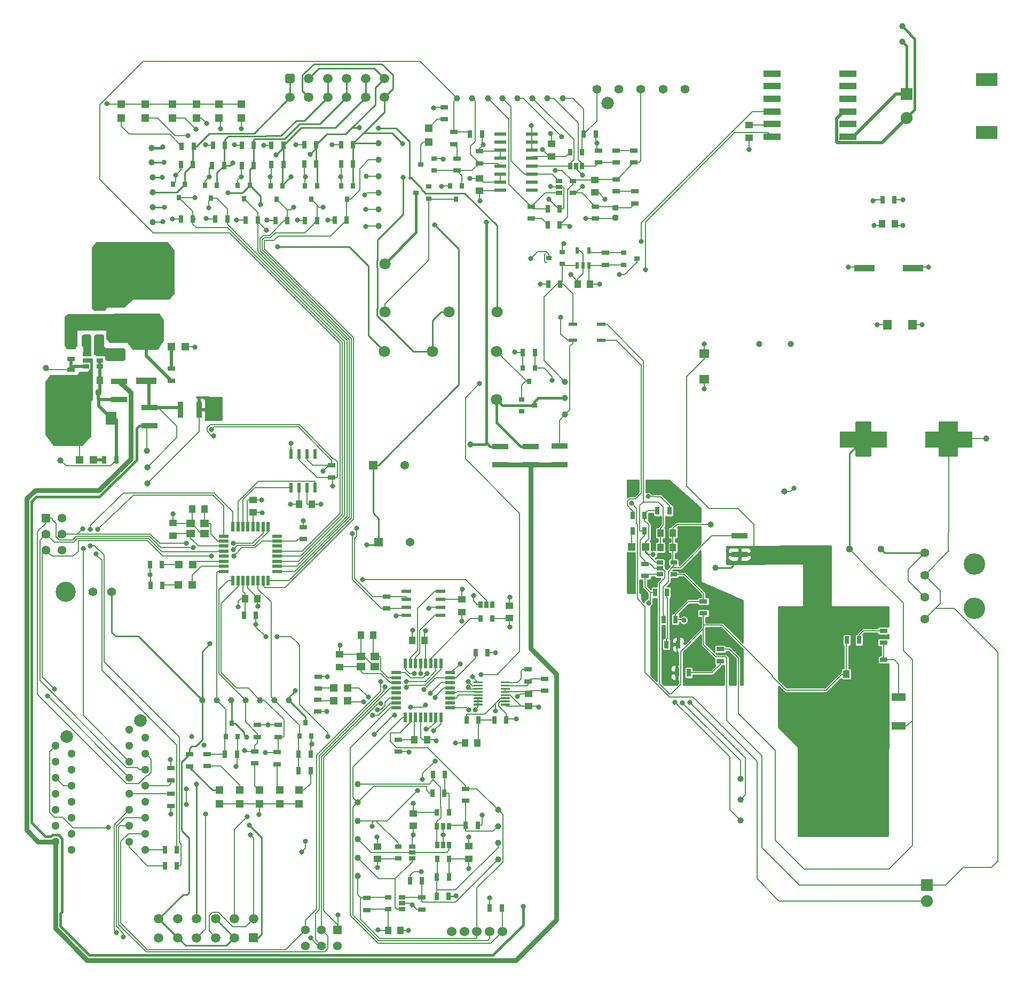
<source format=gbr>
%TF.GenerationSoftware,KiCad,Pcbnew,5.1.10-88a1d61d58~88~ubuntu20.04.1*%
%TF.CreationDate,2022-03-23T18:39:57-04:00*%
%TF.ProjectId,service_section_controller,73657276-6963-4655-9f73-656374696f6e,1.0*%
%TF.SameCoordinates,Original*%
%TF.FileFunction,Copper,L1,Top*%
%TF.FilePolarity,Positive*%
%FSLAX46Y46*%
G04 Gerber Fmt 4.6, Leading zero omitted, Abs format (unit mm)*
G04 Created by KiCad (PCBNEW 5.1.10-88a1d61d58~88~ubuntu20.04.1) date 2022-03-23 18:39:57*
%MOMM*%
%LPD*%
G01*
G04 APERTURE LIST*
%TA.AperFunction,ComponentPad*%
%ADD10C,3.400000*%
%TD*%
%TA.AperFunction,ComponentPad*%
%ADD11C,1.397000*%
%TD*%
%TA.AperFunction,ComponentPad*%
%ADD12C,1.371600*%
%TD*%
%TA.AperFunction,ComponentPad*%
%ADD13R,1.371600X1.371600*%
%TD*%
%TA.AperFunction,SMDPad,CuDef*%
%ADD14R,0.550000X1.600000*%
%TD*%
%TA.AperFunction,SMDPad,CuDef*%
%ADD15R,1.600000X0.550000*%
%TD*%
%TA.AperFunction,SMDPad,CuDef*%
%ADD16R,2.500000X0.900000*%
%TD*%
%TA.AperFunction,SMDPad,CuDef*%
%ADD17R,1.250000X1.000000*%
%TD*%
%TA.AperFunction,SMDPad,CuDef*%
%ADD18R,2.700000X1.000000*%
%TD*%
%TA.AperFunction,SMDPad,CuDef*%
%ADD19R,1.300000X0.700000*%
%TD*%
%TA.AperFunction,SMDPad,CuDef*%
%ADD20R,7.500000X2.500000*%
%TD*%
%TA.AperFunction,SMDPad,CuDef*%
%ADD21R,0.700000X1.300000*%
%TD*%
%TA.AperFunction,SMDPad,CuDef*%
%ADD22R,0.800000X0.900000*%
%TD*%
%TA.AperFunction,SMDPad,CuDef*%
%ADD23R,1.200000X1.200000*%
%TD*%
%TA.AperFunction,ComponentPad*%
%ADD24C,1.400000*%
%TD*%
%TA.AperFunction,ComponentPad*%
%ADD25R,1.400000X1.400000*%
%TD*%
%TA.AperFunction,SMDPad,CuDef*%
%ADD26R,0.900000X0.800000*%
%TD*%
%TA.AperFunction,ComponentPad*%
%ADD27C,1.500000*%
%TD*%
%TA.AperFunction,SMDPad,CuDef*%
%ADD28R,1.400000X1.200000*%
%TD*%
%TA.AperFunction,SMDPad,CuDef*%
%ADD29R,0.600000X1.550000*%
%TD*%
%TA.AperFunction,SMDPad,CuDef*%
%ADD30R,1.550000X0.600000*%
%TD*%
%TA.AperFunction,SMDPad,CuDef*%
%ADD31R,1.060000X0.650000*%
%TD*%
%TA.AperFunction,SMDPad,CuDef*%
%ADD32R,0.650000X1.060000*%
%TD*%
%TA.AperFunction,SMDPad,CuDef*%
%ADD33R,2.200000X1.200000*%
%TD*%
%TA.AperFunction,SMDPad,CuDef*%
%ADD34R,6.400000X5.800000*%
%TD*%
%TA.AperFunction,SMDPad,CuDef*%
%ADD35R,3.050000X2.750000*%
%TD*%
%TA.AperFunction,SMDPad,CuDef*%
%ADD36R,3.200000X1.000000*%
%TD*%
%TA.AperFunction,ComponentPad*%
%ADD37C,1.000000*%
%TD*%
%TA.AperFunction,SMDPad,CuDef*%
%ADD38R,2.000000X1.200000*%
%TD*%
%TA.AperFunction,ComponentPad*%
%ADD39C,1.800000*%
%TD*%
%TA.AperFunction,WasherPad*%
%ADD40R,3.400000X2.000000*%
%TD*%
%TA.AperFunction,ComponentPad*%
%ADD41R,1.900000X1.900000*%
%TD*%
%TA.AperFunction,ComponentPad*%
%ADD42C,1.900000*%
%TD*%
%TA.AperFunction,ComponentPad*%
%ADD43C,1.524000*%
%TD*%
%TA.AperFunction,ComponentPad*%
%ADD44C,2.000000*%
%TD*%
%TA.AperFunction,ComponentPad*%
%ADD45C,1.300000*%
%TD*%
%TA.AperFunction,ComponentPad*%
%ADD46C,1.981000*%
%TD*%
%TA.AperFunction,SMDPad,CuDef*%
%ADD47R,0.900000X2.500000*%
%TD*%
%TA.AperFunction,SMDPad,CuDef*%
%ADD48R,1.640000X1.400000*%
%TD*%
%TA.AperFunction,SMDPad,CuDef*%
%ADD49R,1.400000X1.640000*%
%TD*%
%TA.AperFunction,SMDPad,CuDef*%
%ADD50R,1.778000X2.159000*%
%TD*%
%TA.AperFunction,SMDPad,CuDef*%
%ADD51R,3.500000X1.780000*%
%TD*%
%TA.AperFunction,SMDPad,CuDef*%
%ADD52R,1.600000X1.000000*%
%TD*%
%TA.AperFunction,SMDPad,CuDef*%
%ADD53R,1.000000X1.250000*%
%TD*%
%TA.AperFunction,SMDPad,CuDef*%
%ADD54R,3.200000X1.100000*%
%TD*%
%TA.AperFunction,SMDPad,CuDef*%
%ADD55R,0.600000X1.000000*%
%TD*%
%TA.AperFunction,SMDPad,CuDef*%
%ADD56R,1.970000X0.600000*%
%TD*%
%TA.AperFunction,SMDPad,CuDef*%
%ADD57C,1.000000*%
%TD*%
%TA.AperFunction,ComponentPad*%
%ADD58C,3.200000*%
%TD*%
%TA.AperFunction,ComponentPad*%
%ADD59C,1.420000*%
%TD*%
%TA.AperFunction,SMDPad,CuDef*%
%ADD60R,1.450000X0.550000*%
%TD*%
%TA.AperFunction,ComponentPad*%
%ADD61C,1.117600*%
%TD*%
%TA.AperFunction,ViaPad*%
%ADD62C,0.800000*%
%TD*%
%TA.AperFunction,ViaPad*%
%ADD63C,2.032000*%
%TD*%
%TA.AperFunction,Conductor*%
%ADD64C,0.152400*%
%TD*%
%TA.AperFunction,Conductor*%
%ADD65C,0.250000*%
%TD*%
%TA.AperFunction,Conductor*%
%ADD66C,0.254000*%
%TD*%
%TA.AperFunction,Conductor*%
%ADD67C,0.508000*%
%TD*%
%TA.AperFunction,Conductor*%
%ADD68C,0.762000*%
%TD*%
%TA.AperFunction,Conductor*%
%ADD69C,0.381000*%
%TD*%
%TA.AperFunction,Conductor*%
%ADD70C,0.100000*%
%TD*%
G04 APERTURE END LIST*
D10*
%TO.P,J404,*%
%TO.N,*%
X278801000Y-138892400D03*
D11*
%TO.P,J404,3*%
%TO.N,+TS*%
X270891000Y-144142400D03*
%TO.P,J404,2*%
%TO.N,-TS*%
X270891000Y-140642400D03*
D10*
%TO.P,J404,*%
%TO.N,*%
X278801000Y-145892400D03*
D11*
%TO.P,J404,4*%
%TO.N,-TS*%
X270891000Y-147642400D03*
%TO.P,J404,1*%
%TO.N,+TS*%
X270891000Y-137142400D03*
%TD*%
D12*
%TO.P,C902,2*%
%TO.N,+AIR_COIL-*%
X189331600Y-135432800D03*
D13*
%TO.P,C902,1*%
%TO.N,+AIR_COIL+*%
X184327800Y-135432800D03*
%TD*%
D14*
%TO.P,U1003,1*%
%TO.N,PM_MISO*%
X194176300Y-154652400D03*
%TO.P,U1003,2*%
%TO.N,PM_MOSI*%
X193376300Y-154652400D03*
%TO.P,U1003,3*%
%TO.N,FAN_PWM_RAW*%
X192576300Y-154652400D03*
%TO.P,U1003,4*%
%TO.N,+5V_BMS*%
X191776300Y-154652400D03*
%TO.P,U1003,5*%
%TO.N,+AIR_COIL-*%
X190976300Y-154652400D03*
%TO.P,U1003,6*%
%TO.N,/micros/PM_TXCAN*%
X190176300Y-154652400D03*
%TO.P,U1003,7*%
%TO.N,/micros/PM_RXCAN*%
X189376300Y-154652400D03*
%TO.P,U1003,8*%
%TO.N,MISO_ISO*%
X188576300Y-154652400D03*
D15*
%TO.P,U1003,9*%
%TO.N,MOSI_ISO*%
X187126300Y-156102400D03*
%TO.P,U1003,10*%
%TO.N,Net-(C1006-Pad1)*%
X187126300Y-156902400D03*
%TO.P,U1003,11*%
%TO.N,Net-(C1005-Pad1)*%
X187126300Y-157702400D03*
%TO.P,U1003,12*%
%TO.N,PM_SCK*%
X187126300Y-158502400D03*
%TO.P,U1003,13*%
%TO.N,Net-(U1003-Pad13)*%
X187126300Y-159302400D03*
%TO.P,U1003,14*%
%TO.N,/micros/PM_DBG_1*%
X187126300Y-160102400D03*
%TO.P,U1003,15*%
%TO.N,/micros/PM_DBG_2*%
X187126300Y-160902400D03*
%TO.P,U1003,16*%
%TO.N,nOCD*%
X187126300Y-161702400D03*
D14*
%TO.P,U1003,17*%
%TO.N,VREF*%
X188576300Y-163152400D03*
%TO.P,U1003,18*%
%TO.N,VOUT*%
X189376300Y-163152400D03*
%TO.P,U1003,19*%
%TO.N,Net-(C1002-Pad1)*%
X190176300Y-163152400D03*
%TO.P,U1003,20*%
%TO.N,+AIR_COIL-*%
X190976300Y-163152400D03*
%TO.P,U1003,21*%
%TO.N,Net-(U1003-Pad21)*%
X191776300Y-163152400D03*
%TO.P,U1003,22*%
%TO.N,Net-(U1003-Pad22)*%
X192576300Y-163152400D03*
%TO.P,U1003,23*%
%TO.N,Net-(R1004-Pad2)*%
X193376300Y-163152400D03*
%TO.P,U1003,24*%
%TO.N,Net-(R1005-Pad2)*%
X194176300Y-163152400D03*
D15*
%TO.P,U1003,25*%
%TO.N,BMS_RELAY_DRIVE*%
X195626300Y-161702400D03*
%TO.P,U1003,26*%
%TO.N,Net-(U1003-Pad26)*%
X195626300Y-160902400D03*
%TO.P,U1003,27*%
%TO.N,CS_ISO*%
X195626300Y-160102400D03*
%TO.P,U1003,28*%
%TO.N,SCK_ISO*%
X195626300Y-159302400D03*
%TO.P,U1003,29*%
%TO.N,CHARGE_ENABLE1*%
X195626300Y-158502400D03*
%TO.P,U1003,30*%
%TO.N,CHARGE_ENABLE2*%
X195626300Y-157702400D03*
%TO.P,U1003,31*%
%TO.N,PM_RESET*%
X195626300Y-156902400D03*
%TO.P,U1003,32*%
%TO.N,BSPD_CURRENT_SENSE*%
X195626300Y-156102400D03*
%TD*%
D16*
%TO.P,F203,2*%
%TO.N,+12V_TSAL*%
X212975000Y-120200000D03*
%TO.P,F203,1*%
%TO.N,+BATT*%
X212975000Y-123100000D03*
%TD*%
D17*
%TO.P,C805,2*%
%TO.N,+AIR_COIL-*%
X243078000Y-71294500D03*
%TO.P,C805,1*%
%TO.N,Net-(C805-Pad1)*%
X243078000Y-69294500D03*
%TD*%
D18*
%TO.P,T801,6*%
%TO.N,Net-(T801-Pad6)*%
X258752300Y-61141600D03*
%TO.P,T801,7*%
%TO.N,Net-(T801-Pad7)*%
X246682300Y-61141600D03*
%TO.P,T801,5*%
%TO.N,Net-(T801-Pad5)*%
X258752300Y-63141600D03*
%TO.P,T801,8*%
%TO.N,Net-(T801-Pad8)*%
X246682300Y-63141600D03*
%TO.P,T801,4*%
%TO.N,Net-(T801-Pad4)*%
X258752300Y-65141600D03*
%TO.P,T801,9*%
%TO.N,Net-(T801-Pad9)*%
X246682300Y-65141600D03*
%TO.P,T801,3*%
%TO.N,IP*%
X258752300Y-67141600D03*
%TO.P,T801,10*%
%TO.N,Net-(R810-Pad2)*%
X246682300Y-67141600D03*
%TO.P,T801,2*%
%TO.N,Net-(T801-Pad2)*%
X258752300Y-69141600D03*
%TO.P,T801,11*%
%TO.N,Net-(C805-Pad1)*%
X246682300Y-69141600D03*
%TO.P,T801,1*%
%TO.N,IM*%
X258752300Y-71141600D03*
%TO.P,T801,12*%
%TO.N,Net-(R809-Pad1)*%
X246682300Y-71141600D03*
%TD*%
D19*
%TO.P,R305,2*%
%TO.N,+12V_IMD*%
X224790000Y-75245000D03*
%TO.P,R305,1*%
%TO.N,Net-(R305-Pad1)*%
X224790000Y-73345000D03*
%TD*%
D20*
%TO.P,C701,2*%
%TO.N,TS+_FUSED*%
X261201000Y-119126000D03*
%TO.P,C701,1*%
%TO.N,-TS*%
X274701000Y-119126000D03*
%TD*%
D21*
%TO.P,R907,2*%
%TO.N,+AIR_COIL-*%
X173517600Y-169011600D03*
%TO.P,R907,1*%
%TO.N,-AIR_LSD*%
X171617600Y-169011600D03*
%TD*%
D22*
%TO.P,Q902,3*%
%TO.N,-AIR_COIL-*%
X172694600Y-164024600D03*
%TO.P,Q902,2*%
%TO.N,+AIR_COIL-*%
X173644600Y-166124600D03*
%TO.P,Q902,1*%
%TO.N,-AIR_LSD*%
X171744600Y-166124600D03*
%TD*%
D23*
%TO.P,D902,1*%
%TO.N,+AIR_COIL-*%
X168666160Y-176918800D03*
%TO.P,D902,2*%
%TO.N,Net-(D902-Pad2)*%
X168666160Y-174718800D03*
%TD*%
%TO.P,D903,1*%
%TO.N,+AIR_COIL-*%
X171714160Y-176918800D03*
%TO.P,D903,2*%
%TO.N,Net-(D903-Pad2)*%
X171714160Y-174718800D03*
%TD*%
D21*
%TO.P,R905,2*%
%TO.N,Net-(D903-Pad2)*%
X173517600Y-171678600D03*
%TO.P,R905,1*%
%TO.N,-AIR_LSD*%
X171617600Y-171678600D03*
%TD*%
D23*
%TO.P,D905,1*%
%TO.N,+AIR_COIL-*%
X159105600Y-176918800D03*
%TO.P,D905,2*%
%TO.N,Net-(D905-Pad2)*%
X159105600Y-174718800D03*
%TD*%
D24*
%TO.P,J1001,6*%
%TO.N,+AIR_COIL-*%
X172720000Y-199390000D03*
%TO.P,J1001,5*%
%TO.N,PM_RESET*%
X172720000Y-196850000D03*
%TO.P,J1001,4*%
%TO.N,PM_MOSI*%
X175260000Y-199390000D03*
%TO.P,J1001,3*%
%TO.N,PM_SCK*%
X175260000Y-196850000D03*
%TO.P,J1001,2*%
%TO.N,+5V_BMS*%
X177800000Y-199390000D03*
D25*
%TO.P,J1001,1*%
%TO.N,PM_MISO*%
X177800000Y-196850000D03*
%TD*%
D26*
%TO.P,D301,1*%
%TO.N,Net-(D301-Pad1)*%
X192262000Y-80960000D03*
%TO.P,D301,2*%
%TO.N,N/C*%
X192262000Y-79060000D03*
%TO.P,D301,3*%
%TO.N,+12V_SHUTDOWN*%
X190262000Y-80010000D03*
%TD*%
%TO.P,J1101,1*%
%TO.N,DETECT_HVD*%
%TA.AperFunction,ComponentPad*%
G36*
G01*
X169493500Y-62412500D02*
X169493500Y-61412500D01*
G75*
G02*
X169743500Y-61162500I250000J0D01*
G01*
X170743500Y-61162500D01*
G75*
G02*
X170993500Y-61412500I0J-250000D01*
G01*
X170993500Y-62412500D01*
G75*
G02*
X170743500Y-62662500I-250000J0D01*
G01*
X169743500Y-62662500D01*
G75*
G02*
X169493500Y-62412500I0J250000D01*
G01*
G37*
%TD.AperFunction*%
D27*
%TO.P,J1101,2*%
%TO.N,DETECT_IMD_LATCH*%
X173243500Y-61912500D03*
%TO.P,J1101,3*%
%TO.N,DETECT_HVD_CONN*%
X176243500Y-61912500D03*
%TO.P,J1101,4*%
%TO.N,DETECT_MPC*%
X179243500Y-61912500D03*
%TO.P,J1101,5*%
%TO.N,DETECT_BMS*%
X182243500Y-61912500D03*
%TO.P,J1101,6*%
%TO.N,DETECT_IMD_LATCH*%
X185243500Y-61912500D03*
%TO.P,J1101,7*%
%TO.N,DETECT_HVD*%
X170243500Y-64912500D03*
%TO.P,J1101,8*%
%TO.N,+AIR_COIL+*%
X173243500Y-64912500D03*
%TO.P,J1101,9*%
%TO.N,DETECT_HVD_CONN*%
X176243500Y-64912500D03*
%TO.P,J1101,10*%
%TO.N,DETECT_MPC*%
X179243500Y-64912500D03*
%TO.P,J1101,11*%
%TO.N,DETECT_BMS*%
X182243500Y-64912500D03*
%TO.P,J1101,12*%
%TO.N,+AIR_COIL+*%
X185243500Y-64912500D03*
%TD*%
D28*
%TO.P,Y1002,4*%
%TO.N,+AIR_COIL-*%
X154533920Y-132455140D03*
%TO.P,Y1002,3*%
%TO.N,Net-(C1010-Pad1)*%
X156733920Y-132455140D03*
%TO.P,Y1002,2*%
%TO.N,+AIR_COIL-*%
X156733920Y-134055140D03*
%TO.P,Y1002,1*%
%TO.N,Net-(C1009-Pad1)*%
X154533920Y-134055140D03*
%TD*%
%TO.P,Y1001,4*%
%TO.N,+AIR_COIL-*%
X181513300Y-153530400D03*
%TO.P,Y1001,3*%
%TO.N,Net-(C1006-Pad1)*%
X183713300Y-153530400D03*
%TO.P,Y1001,2*%
%TO.N,+AIR_COIL-*%
X183713300Y-155130400D03*
%TO.P,Y1001,1*%
%TO.N,Net-(C1005-Pad1)*%
X181513300Y-155130400D03*
%TD*%
D15*
%TO.P,U1004,32*%
%TO.N,Net-(U1004-Pad32)*%
X168250000Y-134450000D03*
%TO.P,U1004,31*%
%TO.N,SM_RESET*%
X168250000Y-135250000D03*
%TO.P,U1004,30*%
%TO.N,Net-(U1004-Pad30)*%
X168250000Y-136050000D03*
%TO.P,U1004,29*%
%TO.N,IMD_STATUS_OUTPUT*%
X168250000Y-136850000D03*
%TO.P,U1004,28*%
%TO.N,SS_HVD*%
X168250000Y-137650000D03*
%TO.P,U1004,27*%
%TO.N,SS_HVD_CONN*%
X168250000Y-138450000D03*
%TO.P,U1004,26*%
%TO.N,SS_MPC*%
X168250000Y-139250000D03*
%TO.P,U1004,25*%
%TO.N,SS_BMS*%
X168250000Y-140050000D03*
D14*
%TO.P,U1004,24*%
%TO.N,SS_IMD_LATCH*%
X166800000Y-141500000D03*
%TO.P,U1004,23*%
%TO.N,SS_TSMS*%
X166000000Y-141500000D03*
%TO.P,U1004,22*%
%TO.N,-AIR_LSD*%
X165200000Y-141500000D03*
%TO.P,U1004,21*%
%TO.N,Net-(U1004-Pad21)*%
X164400000Y-141500000D03*
%TO.P,U1004,20*%
%TO.N,+AIR_COIL-*%
X163600000Y-141500000D03*
%TO.P,U1004,19*%
%TO.N,Net-(C1008-Pad1)*%
X162800000Y-141500000D03*
%TO.P,U1004,18*%
%TO.N,-AIR_AUX-*%
X162000000Y-141500000D03*
%TO.P,U1004,17*%
%TO.N,+AIR_AUX-*%
X161200000Y-141500000D03*
D15*
%TO.P,U1004,16*%
%TO.N,PRECHARGE_CTL*%
X159750000Y-140050000D03*
%TO.P,U1004,15*%
%TO.N,/micros/SM_DBG_2*%
X159750000Y-139250000D03*
%TO.P,U1004,14*%
%TO.N,/micros/SM_DBG_1*%
X159750000Y-138450000D03*
%TO.P,U1004,13*%
%TO.N,Net-(U1004-Pad13)*%
X159750000Y-137650000D03*
%TO.P,U1004,12*%
%TO.N,SM_SCK*%
X159750000Y-136850000D03*
%TO.P,U1004,11*%
%TO.N,Net-(C1009-Pad1)*%
X159750000Y-136050000D03*
%TO.P,U1004,10*%
%TO.N,Net-(C1010-Pad1)*%
X159750000Y-135250000D03*
%TO.P,U1004,9*%
%TO.N,Net-(R1013-Pad2)*%
X159750000Y-134450000D03*
D14*
%TO.P,U1004,8*%
%TO.N,Net-(R1012-Pad2)*%
X161200000Y-133000000D03*
%TO.P,U1004,7*%
%TO.N,/micros/SM_RXCAN*%
X162000000Y-133000000D03*
%TO.P,U1004,6*%
%TO.N,/micros/SM_TXCAN*%
X162800000Y-133000000D03*
%TO.P,U1004,5*%
%TO.N,+AIR_COIL-*%
X163600000Y-133000000D03*
%TO.P,U1004,4*%
%TO.N,+5V_AIR_CONTROL*%
X164400000Y-133000000D03*
%TO.P,U1004,3*%
%TO.N,Net-(U1004-Pad3)*%
X165200000Y-133000000D03*
%TO.P,U1004,2*%
%TO.N,SM_MOSI*%
X166000000Y-133000000D03*
%TO.P,U1004,1*%
%TO.N,SM_MISO*%
X166800000Y-133000000D03*
%TD*%
D29*
%TO.P,U1002,8*%
%TO.N,+AIR_COIL-*%
X170461820Y-121410440D03*
%TO.P,U1002,7*%
%TO.N,CANH*%
X171731820Y-121410440D03*
%TO.P,U1002,6*%
%TO.N,CANL*%
X173001820Y-121410440D03*
%TO.P,U1002,5*%
%TO.N,Net-(U1002-Pad5)*%
X174271820Y-121410440D03*
%TO.P,U1002,4*%
%TO.N,/micros/SM_RXCAN*%
X174271820Y-126810440D03*
%TO.P,U1002,3*%
%TO.N,+5V_AIR_CONTROL*%
X173001820Y-126810440D03*
%TO.P,U1002,2*%
%TO.N,+AIR_COIL-*%
X171731820Y-126810440D03*
%TO.P,U1002,1*%
%TO.N,/micros/SM_TXCAN*%
X170461820Y-126810440D03*
%TD*%
D30*
%TO.P,U1001,8*%
%TO.N,+AIR_COIL-*%
X188701700Y-147040600D03*
%TO.P,U1001,7*%
%TO.N,CANH*%
X188701700Y-145770600D03*
%TO.P,U1001,6*%
%TO.N,CANL*%
X188701700Y-144500600D03*
%TO.P,U1001,5*%
%TO.N,Net-(U1001-Pad5)*%
X188701700Y-143230600D03*
%TO.P,U1001,4*%
%TO.N,/micros/PM_RXCAN*%
X194101700Y-143230600D03*
%TO.P,U1001,3*%
%TO.N,+5V_BMS*%
X194101700Y-144500600D03*
%TO.P,U1001,2*%
%TO.N,+AIR_COIL-*%
X194101700Y-145770600D03*
%TO.P,U1001,1*%
%TO.N,/micros/PM_TXCAN*%
X194101700Y-147040600D03*
%TD*%
D31*
%TO.P,U806,5*%
%TO.N,+5V_BMS*%
X187418800Y-185557200D03*
%TO.P,U806,4*%
%TO.N,BSPD_CURRENT_SENSE*%
X187418800Y-183657200D03*
%TO.P,U806,3*%
%TO.N,+AIR_COIL-*%
X189618800Y-183657200D03*
%TO.P,U806,2*%
%TO.N,Net-(TP809-Pad1)*%
X189618800Y-184607200D03*
%TO.P,U806,1*%
%TO.N,Net-(TP808-Pad1)*%
X189618800Y-185557200D03*
%TD*%
D32*
%TO.P,U805,5*%
%TO.N,+5V_BMS*%
X195526700Y-185643700D03*
%TO.P,U805,4*%
%TO.N,Net-(R813-Pad1)*%
X193626700Y-185643700D03*
%TO.P,U805,3*%
%TO.N,Net-(R808-Pad2)*%
X193626700Y-183443700D03*
%TO.P,U805,2*%
%TO.N,+AIR_COIL-*%
X194576700Y-183443700D03*
%TO.P,U805,1*%
%TO.N,Net-(TP809-Pad1)*%
X195526700Y-183443700D03*
%TD*%
D31*
%TO.P,U804,5*%
%TO.N,+5V_BMS*%
X185793200Y-193583600D03*
%TO.P,U804,4*%
%TO.N,VOUT*%
X185793200Y-191683600D03*
%TO.P,U804,3*%
%TO.N,Net-(R811-Pad2)*%
X187993200Y-191683600D03*
%TO.P,U804,2*%
%TO.N,+AIR_COIL-*%
X187993200Y-192633600D03*
%TO.P,U804,1*%
%TO.N,Net-(TP808-Pad1)*%
X187993200Y-193583600D03*
%TD*%
D32*
%TO.P,U803,5*%
%TO.N,+5V_BMS*%
X193563200Y-178300200D03*
%TO.P,U803,4*%
%TO.N,Net-(R803-Pad2)*%
X195463200Y-178300200D03*
%TO.P,U803,3*%
%TO.N,Net-(R804-Pad2)*%
X195463200Y-180500200D03*
%TO.P,U803,2*%
%TO.N,+AIR_COIL-*%
X194513200Y-180500200D03*
%TO.P,U803,1*%
%TO.N,Net-(R808-Pad2)*%
X193563200Y-180500200D03*
%TD*%
%TO.P,U802,16*%
%TO.N,Net-(R805-Pad1)*%
%TA.AperFunction,SMDPad,CuDef*%
G36*
G01*
X203659800Y-157735400D02*
X203659800Y-157585400D01*
G75*
G02*
X203734800Y-157510400I75000J0D01*
G01*
X205034800Y-157510400D01*
G75*
G02*
X205109800Y-157585400I0J-75000D01*
G01*
X205109800Y-157735400D01*
G75*
G02*
X205034800Y-157810400I-75000J0D01*
G01*
X203734800Y-157810400D01*
G75*
G02*
X203659800Y-157735400I0J75000D01*
G01*
G37*
%TD.AperFunction*%
%TO.P,U802,15*%
%TO.N,Net-(R805-Pad2)*%
%TA.AperFunction,SMDPad,CuDef*%
G36*
G01*
X203659800Y-158235400D02*
X203659800Y-158085400D01*
G75*
G02*
X203734800Y-158010400I75000J0D01*
G01*
X205034800Y-158010400D01*
G75*
G02*
X205109800Y-158085400I0J-75000D01*
G01*
X205109800Y-158235400D01*
G75*
G02*
X205034800Y-158310400I-75000J0D01*
G01*
X203734800Y-158310400D01*
G75*
G02*
X203659800Y-158235400I0J75000D01*
G01*
G37*
%TD.AperFunction*%
%TO.P,U802,14*%
%TO.N,+AIR_COIL-*%
%TA.AperFunction,SMDPad,CuDef*%
G36*
G01*
X203659800Y-158735400D02*
X203659800Y-158585400D01*
G75*
G02*
X203734800Y-158510400I75000J0D01*
G01*
X205034800Y-158510400D01*
G75*
G02*
X205109800Y-158585400I0J-75000D01*
G01*
X205109800Y-158735400D01*
G75*
G02*
X205034800Y-158810400I-75000J0D01*
G01*
X203734800Y-158810400D01*
G75*
G02*
X203659800Y-158735400I0J75000D01*
G01*
G37*
%TD.AperFunction*%
%TO.P,U802,13*%
%TA.AperFunction,SMDPad,CuDef*%
G36*
G01*
X203659800Y-159235400D02*
X203659800Y-159085400D01*
G75*
G02*
X203734800Y-159010400I75000J0D01*
G01*
X205034800Y-159010400D01*
G75*
G02*
X205109800Y-159085400I0J-75000D01*
G01*
X205109800Y-159235400D01*
G75*
G02*
X205034800Y-159310400I-75000J0D01*
G01*
X203734800Y-159310400D01*
G75*
G02*
X203659800Y-159235400I0J75000D01*
G01*
G37*
%TD.AperFunction*%
%TO.P,U802,12*%
%TO.N,+5V_BMS*%
%TA.AperFunction,SMDPad,CuDef*%
G36*
G01*
X203659800Y-159735400D02*
X203659800Y-159585400D01*
G75*
G02*
X203734800Y-159510400I75000J0D01*
G01*
X205034800Y-159510400D01*
G75*
G02*
X205109800Y-159585400I0J-75000D01*
G01*
X205109800Y-159735400D01*
G75*
G02*
X205034800Y-159810400I-75000J0D01*
G01*
X203734800Y-159810400D01*
G75*
G02*
X203659800Y-159735400I0J75000D01*
G01*
G37*
%TD.AperFunction*%
%TO.P,U802,11*%
%TO.N,Net-(R810-Pad2)*%
%TA.AperFunction,SMDPad,CuDef*%
G36*
G01*
X203659800Y-160235400D02*
X203659800Y-160085400D01*
G75*
G02*
X203734800Y-160010400I75000J0D01*
G01*
X205034800Y-160010400D01*
G75*
G02*
X205109800Y-160085400I0J-75000D01*
G01*
X205109800Y-160235400D01*
G75*
G02*
X205034800Y-160310400I-75000J0D01*
G01*
X203734800Y-160310400D01*
G75*
G02*
X203659800Y-160235400I0J75000D01*
G01*
G37*
%TD.AperFunction*%
%TO.P,U802,10*%
%TO.N,Net-(R809-Pad1)*%
%TA.AperFunction,SMDPad,CuDef*%
G36*
G01*
X203659800Y-160735400D02*
X203659800Y-160585400D01*
G75*
G02*
X203734800Y-160510400I75000J0D01*
G01*
X205034800Y-160510400D01*
G75*
G02*
X205109800Y-160585400I0J-75000D01*
G01*
X205109800Y-160735400D01*
G75*
G02*
X205034800Y-160810400I-75000J0D01*
G01*
X203734800Y-160810400D01*
G75*
G02*
X203659800Y-160735400I0J75000D01*
G01*
G37*
%TD.AperFunction*%
%TO.P,U802,9*%
%TO.N,+5V_BMS*%
%TA.AperFunction,SMDPad,CuDef*%
G36*
G01*
X203659800Y-161235400D02*
X203659800Y-161085400D01*
G75*
G02*
X203734800Y-161010400I75000J0D01*
G01*
X205034800Y-161010400D01*
G75*
G02*
X205109800Y-161085400I0J-75000D01*
G01*
X205109800Y-161235400D01*
G75*
G02*
X205034800Y-161310400I-75000J0D01*
G01*
X203734800Y-161310400D01*
G75*
G02*
X203659800Y-161235400I0J75000D01*
G01*
G37*
%TD.AperFunction*%
%TO.P,U802,8*%
%TA.AperFunction,SMDPad,CuDef*%
G36*
G01*
X199359800Y-161235400D02*
X199359800Y-161085400D01*
G75*
G02*
X199434800Y-161010400I75000J0D01*
G01*
X200734800Y-161010400D01*
G75*
G02*
X200809800Y-161085400I0J-75000D01*
G01*
X200809800Y-161235400D01*
G75*
G02*
X200734800Y-161310400I-75000J0D01*
G01*
X199434800Y-161310400D01*
G75*
G02*
X199359800Y-161235400I0J75000D01*
G01*
G37*
%TD.AperFunction*%
%TO.P,U802,7*%
%TA.AperFunction,SMDPad,CuDef*%
G36*
G01*
X199359800Y-160735400D02*
X199359800Y-160585400D01*
G75*
G02*
X199434800Y-160510400I75000J0D01*
G01*
X200734800Y-160510400D01*
G75*
G02*
X200809800Y-160585400I0J-75000D01*
G01*
X200809800Y-160735400D01*
G75*
G02*
X200734800Y-160810400I-75000J0D01*
G01*
X199434800Y-160810400D01*
G75*
G02*
X199359800Y-160735400I0J75000D01*
G01*
G37*
%TD.AperFunction*%
%TO.P,U802,6*%
%TA.AperFunction,SMDPad,CuDef*%
G36*
G01*
X199359800Y-160235400D02*
X199359800Y-160085400D01*
G75*
G02*
X199434800Y-160010400I75000J0D01*
G01*
X200734800Y-160010400D01*
G75*
G02*
X200809800Y-160085400I0J-75000D01*
G01*
X200809800Y-160235400D01*
G75*
G02*
X200734800Y-160310400I-75000J0D01*
G01*
X199434800Y-160310400D01*
G75*
G02*
X199359800Y-160235400I0J75000D01*
G01*
G37*
%TD.AperFunction*%
%TO.P,U802,5*%
%TO.N,CS_ISO*%
%TA.AperFunction,SMDPad,CuDef*%
G36*
G01*
X199359800Y-159735400D02*
X199359800Y-159585400D01*
G75*
G02*
X199434800Y-159510400I75000J0D01*
G01*
X200734800Y-159510400D01*
G75*
G02*
X200809800Y-159585400I0J-75000D01*
G01*
X200809800Y-159735400D01*
G75*
G02*
X200734800Y-159810400I-75000J0D01*
G01*
X199434800Y-159810400D01*
G75*
G02*
X199359800Y-159735400I0J75000D01*
G01*
G37*
%TD.AperFunction*%
%TO.P,U802,4*%
%TO.N,SCK_ISO*%
%TA.AperFunction,SMDPad,CuDef*%
G36*
G01*
X199359800Y-159235400D02*
X199359800Y-159085400D01*
G75*
G02*
X199434800Y-159010400I75000J0D01*
G01*
X200734800Y-159010400D01*
G75*
G02*
X200809800Y-159085400I0J-75000D01*
G01*
X200809800Y-159235400D01*
G75*
G02*
X200734800Y-159310400I-75000J0D01*
G01*
X199434800Y-159310400D01*
G75*
G02*
X199359800Y-159235400I0J75000D01*
G01*
G37*
%TD.AperFunction*%
%TO.P,U802,3*%
%TO.N,MISO_ISO*%
%TA.AperFunction,SMDPad,CuDef*%
G36*
G01*
X199359800Y-158735400D02*
X199359800Y-158585400D01*
G75*
G02*
X199434800Y-158510400I75000J0D01*
G01*
X200734800Y-158510400D01*
G75*
G02*
X200809800Y-158585400I0J-75000D01*
G01*
X200809800Y-158735400D01*
G75*
G02*
X200734800Y-158810400I-75000J0D01*
G01*
X199434800Y-158810400D01*
G75*
G02*
X199359800Y-158735400I0J75000D01*
G01*
G37*
%TD.AperFunction*%
%TO.P,U802,2*%
%TO.N,MOSI_ISO*%
%TA.AperFunction,SMDPad,CuDef*%
G36*
G01*
X199359800Y-158235400D02*
X199359800Y-158085400D01*
G75*
G02*
X199434800Y-158010400I75000J0D01*
G01*
X200734800Y-158010400D01*
G75*
G02*
X200809800Y-158085400I0J-75000D01*
G01*
X200809800Y-158235400D01*
G75*
G02*
X200734800Y-158310400I-75000J0D01*
G01*
X199434800Y-158310400D01*
G75*
G02*
X199359800Y-158235400I0J75000D01*
G01*
G37*
%TD.AperFunction*%
%TO.P,U802,1*%
%TO.N,+AIR_COIL-*%
%TA.AperFunction,SMDPad,CuDef*%
G36*
G01*
X199359800Y-157735400D02*
X199359800Y-157585400D01*
G75*
G02*
X199434800Y-157510400I75000J0D01*
G01*
X200734800Y-157510400D01*
G75*
G02*
X200809800Y-157585400I0J-75000D01*
G01*
X200809800Y-157735400D01*
G75*
G02*
X200734800Y-157810400I-75000J0D01*
G01*
X199434800Y-157810400D01*
G75*
G02*
X199359800Y-157735400I0J75000D01*
G01*
G37*
%TD.AperFunction*%
%TD*%
%TO.P,U801,5*%
%TO.N,+5V_BMS*%
X202359300Y-147556400D03*
%TO.P,U801,4*%
%TO.N,FAN_PWM_RAW*%
X200459300Y-147556400D03*
%TO.P,U801,3*%
%TO.N,+AIR_COIL-*%
X200459300Y-145356400D03*
%TO.P,U801,2*%
%TO.N,FAN_PWM*%
X201409300Y-145356400D03*
%TO.P,U801,1*%
%TO.N,Net-(U801-Pad1)*%
X202359300Y-145356400D03*
%TD*%
D33*
%TO.P,U701,1*%
%TO.N,TS+_FUSED*%
X266810600Y-164535200D03*
%TO.P,U701,3*%
%TO.N,Net-(R701-Pad1)*%
X266810600Y-159975200D03*
D34*
%TO.P,U701,2*%
%TO.N,+15V*%
X260510600Y-162255200D03*
D35*
X258835600Y-160730200D03*
X262185600Y-163780200D03*
X258835600Y-163780200D03*
X262185600Y-160730200D03*
%TD*%
D31*
%TO.P,U601,5*%
%TO.N,+15V_FUSED*%
X231097000Y-138623000D03*
%TO.P,U601,4*%
%TO.N,Net-(R602-Pad1)*%
X231097000Y-140523000D03*
%TO.P,U601,3*%
%TO.N,Net-(R605-Pad1)*%
X228897000Y-140523000D03*
%TO.P,U601,2*%
%TO.N,-TS*%
X228897000Y-139573000D03*
%TO.P,U601,1*%
%TO.N,Net-(D601-Pad2)*%
X228897000Y-138623000D03*
%TD*%
D32*
%TO.P,U302,5*%
%TO.N,+12V_IMD*%
X214696000Y-73576000D03*
%TO.P,U302,4*%
%TO.N,IMD_Output*%
X216596000Y-73576000D03*
%TO.P,U302,3*%
%TO.N,Net-(R308-Pad1)*%
X216596000Y-75776000D03*
%TO.P,U302,2*%
%TO.N,+AIR_COIL-*%
X215646000Y-75776000D03*
%TO.P,U302,1*%
%TO.N,Net-(TP305-Pad1)*%
X214696000Y-75776000D03*
%TD*%
D31*
%TO.P,U301,5*%
%TO.N,+12V_IMD*%
X215095000Y-78171000D03*
%TO.P,U301,4*%
%TO.N,Net-(C301-Pad1)*%
X215095000Y-80071000D03*
%TO.P,U301,3*%
%TO.N,Net-(R304-Pad1)*%
X212895000Y-80071000D03*
%TO.P,U301,2*%
%TO.N,+AIR_COIL-*%
X212895000Y-79121000D03*
%TO.P,U301,1*%
%TO.N,Net-(TP306-Pad1)*%
X212895000Y-78171000D03*
%TD*%
%TO.P,U201,5*%
%TO.N,/power_main/+12V_BUCK*%
X140076100Y-106603800D03*
%TO.P,U201,6*%
%TO.N,Net-(C203-Pad1)*%
X140076100Y-105653800D03*
%TO.P,U201,4*%
%TO.N,/power_main/+12V_BUCK*%
X140076100Y-107553800D03*
%TO.P,U201,3*%
%TO.N,Net-(R202-Pad1)*%
X137876100Y-107553800D03*
%TO.P,U201,2*%
%TO.N,+AIR_COIL-*%
X137876100Y-106603800D03*
%TO.P,U201,1*%
%TO.N,Net-(C203-Pad2)*%
X137876100Y-105653800D03*
%TD*%
D19*
%TO.P,R1014,2*%
%TO.N,SM_RESET*%
X172400000Y-134950000D03*
%TO.P,R1014,1*%
%TO.N,+5V_AIR_CONTROL*%
X172400000Y-133050000D03*
%TD*%
D21*
%TO.P,R1013,2*%
%TO.N,Net-(R1013-Pad2)*%
X152334000Y-184150000D03*
%TO.P,R1013,1*%
%TO.N,SM_RJ45_LEDO*%
X150434000Y-184150000D03*
%TD*%
%TO.P,R1012,2*%
%TO.N,Net-(R1012-Pad2)*%
X152334000Y-186690000D03*
%TO.P,R1012,1*%
%TO.N,SM_RJ45_LEDG*%
X150434000Y-186690000D03*
%TD*%
%TO.P,R1010,2*%
%TO.N,+AIR_COIL-*%
X148160000Y-142300000D03*
%TO.P,R1010,1*%
%TO.N,Net-(PD1004-Pad1)*%
X150060000Y-142300000D03*
%TD*%
%TO.P,R1009,2*%
%TO.N,+AIR_COIL-*%
X148050000Y-138990000D03*
%TO.P,R1009,1*%
%TO.N,Net-(PD1003-Pad1)*%
X149950000Y-138990000D03*
%TD*%
D19*
%TO.P,R1008,2*%
%TO.N,+AIR_COIL-*%
X174675000Y-162275000D03*
%TO.P,R1008,1*%
%TO.N,Net-(PD1002-Pad1)*%
X174675000Y-160375000D03*
%TD*%
%TO.P,R1007,2*%
%TO.N,+AIR_COIL-*%
X174700000Y-156750000D03*
%TO.P,R1007,1*%
%TO.N,Net-(PD1001-Pad1)*%
X174700000Y-158650000D03*
%TD*%
D21*
%TO.P,R1006,2*%
%TO.N,PM_RESET*%
X199710000Y-152908000D03*
%TO.P,R1006,1*%
%TO.N,+5V_BMS*%
X201610000Y-152908000D03*
%TD*%
D19*
%TO.P,R1005,2*%
%TO.N,Net-(R1005-Pad2)*%
X151384000Y-177226000D03*
%TO.P,R1005,1*%
%TO.N,PM_RJ45_LEDO*%
X151384000Y-175326000D03*
%TD*%
%TO.P,R1004,2*%
%TO.N,Net-(R1004-Pad2)*%
X151384000Y-171262000D03*
%TO.P,R1004,1*%
%TO.N,PM_RJ45_LEDG*%
X151384000Y-173162000D03*
%TD*%
%TO.P,R1001,2*%
%TO.N,Net-(C1002-Pad1)*%
X187439300Y-166715400D03*
%TO.P,R1001,1*%
%TO.N,+5V_BMS*%
X187439300Y-168615400D03*
%TD*%
%TO.P,R909,2*%
%TO.N,Net-(D905-Pad2)*%
X154355800Y-170952200D03*
%TO.P,R909,1*%
%TO.N,+AIR_COIL+*%
X154355800Y-169052200D03*
%TD*%
%TO.P,R908,2*%
%TO.N,+AIR_COIL-*%
X165074600Y-164378600D03*
%TO.P,R908,1*%
%TO.N,+AIR_AUX-*%
X165074600Y-166278600D03*
%TD*%
%TO.P,R906,2*%
%TO.N,Net-(D904-Pad2)*%
X164693600Y-170469600D03*
%TO.P,R906,1*%
%TO.N,+AIR_AUX-*%
X164693600Y-168569600D03*
%TD*%
D21*
%TO.P,R902,2*%
%TO.N,+AIR_COIL-*%
X161833600Y-169011600D03*
%TO.P,R902,1*%
%TO.N,PRECHARGE_CTL*%
X159933600Y-169011600D03*
%TD*%
D19*
%TO.P,R904,2*%
%TO.N,+AIR_COIL-*%
X168376600Y-164378600D03*
%TO.P,R904,1*%
%TO.N,-AIR_AUX-*%
X168376600Y-166278600D03*
%TD*%
%TO.P,R901,2*%
%TO.N,Net-(D901-Pad2)*%
X157149800Y-170901400D03*
%TO.P,R901,1*%
%TO.N,PRECHARGE_CTL*%
X157149800Y-169001400D03*
%TD*%
%TO.P,R903,2*%
%TO.N,Net-(D902-Pad2)*%
X168249600Y-170596600D03*
%TO.P,R903,1*%
%TO.N,-AIR_AUX-*%
X168249600Y-168696600D03*
%TD*%
D21*
%TO.P,R815,2*%
%TO.N,BMS_RELAY_DRIVE*%
X209103000Y-105346500D03*
%TO.P,R815,1*%
%TO.N,+AIR_COIL-*%
X207203000Y-105346500D03*
%TD*%
%TO.P,R814,2*%
%TO.N,Net-(R813-Pad1)*%
X193499700Y-191528700D03*
%TO.P,R814,1*%
%TO.N,+AIR_COIL-*%
X195399700Y-191528700D03*
%TD*%
D19*
%TO.P,R812,2*%
%TO.N,+AIR_COIL-*%
X191160400Y-193634400D03*
%TO.P,R812,1*%
%TO.N,Net-(R811-Pad2)*%
X191160400Y-191734400D03*
%TD*%
D21*
%TO.P,R813,2*%
%TO.N,+5V_BMS*%
X195463200Y-188544200D03*
%TO.P,R813,1*%
%TO.N,Net-(R813-Pad1)*%
X193563200Y-188544200D03*
%TD*%
%TO.P,R810,2*%
%TO.N,Net-(R810-Pad2)*%
X198236800Y-163601400D03*
%TO.P,R810,1*%
%TO.N,Net-(C804-Pad1)*%
X200136800Y-163601400D03*
%TD*%
%TO.P,R809,2*%
%TO.N,Net-(C804-Pad1)*%
X202681800Y-163601400D03*
%TO.P,R809,1*%
%TO.N,Net-(R809-Pad1)*%
X204581800Y-163601400D03*
%TD*%
%TO.P,R808,2*%
%TO.N,Net-(R808-Pad2)*%
X192928200Y-172224700D03*
%TO.P,R808,1*%
%TO.N,Net-(R803-Pad2)*%
X194828200Y-172224700D03*
%TD*%
%TO.P,R807,2*%
%TO.N,Net-(R804-Pad2)*%
X198135200Y-180289200D03*
%TO.P,R807,1*%
%TO.N,+AIR_COIL-*%
X200035200Y-180289200D03*
%TD*%
D19*
%TO.P,R806,2*%
%TO.N,+AIR_COIL-*%
X210680300Y-158963400D03*
%TO.P,R806,1*%
%TO.N,Net-(R805-Pad2)*%
X210680300Y-157063400D03*
%TD*%
%TO.P,R805,2*%
%TO.N,Net-(R805-Pad2)*%
X208013300Y-157502900D03*
%TO.P,R805,1*%
%TO.N,Net-(R805-Pad1)*%
X208013300Y-155602900D03*
%TD*%
D21*
%TO.P,R803,2*%
%TO.N,Net-(R803-Pad2)*%
X194764700Y-175209200D03*
%TO.P,R803,1*%
%TO.N,VREF*%
X192864700Y-175209200D03*
%TD*%
D19*
%TO.P,R804,2*%
%TO.N,Net-(R804-Pad2)*%
X198132700Y-176413200D03*
%TO.P,R804,1*%
%TO.N,VOUT*%
X198132700Y-174513200D03*
%TD*%
%TO.P,R802,2*%
%TO.N,+5V_BMS*%
X182422800Y-193736000D03*
%TO.P,R802,1*%
%TO.N,VOUT*%
X182422800Y-191836000D03*
%TD*%
D21*
%TO.P,R801,2*%
%TO.N,nOCD*%
X203845200Y-193446400D03*
%TO.P,R801,1*%
%TO.N,+5V_BMS*%
X201945200Y-193446400D03*
%TD*%
%TO.P,R707,2*%
%TO.N,-TS*%
X266126000Y-81153000D03*
%TO.P,R707,1*%
%TO.N,+15V*%
X264226000Y-81153000D03*
%TD*%
%TO.P,R610,2*%
%TO.N,Net-(D601-Pad2)*%
X226502000Y-131191000D03*
%TO.P,R610,1*%
%TO.N,Net-(R610-Pad1)*%
X224602000Y-131191000D03*
%TD*%
%TO.P,R609,2*%
%TO.N,-TS*%
X226502000Y-133604000D03*
%TO.P,R609,1*%
%TO.N,Net-(D601-Pad1)*%
X224602000Y-133604000D03*
%TD*%
%TO.P,R608,2*%
%TO.N,AIL+*%
X230439000Y-130429000D03*
%TO.P,R608,1*%
%TO.N,Net-(D601-Pad2)*%
X228539000Y-130429000D03*
%TD*%
%TO.P,R607,2*%
%TO.N,Net-(R606-Pad1)*%
X230058000Y-143408400D03*
%TO.P,R607,1*%
%TO.N,Net-(R605-Pad1)*%
X228158000Y-143408400D03*
%TD*%
%TO.P,R606,2*%
%TO.N,Net-(R604-Pad1)*%
X231836000Y-151638000D03*
%TO.P,R606,1*%
%TO.N,Net-(R606-Pad1)*%
X229936000Y-151638000D03*
%TD*%
D19*
%TO.P,R605,2*%
%TO.N,-TS*%
X226568000Y-138877000D03*
%TO.P,R605,1*%
%TO.N,Net-(R605-Pad1)*%
X226568000Y-140777000D03*
%TD*%
D21*
%TO.P,R604,2*%
%TO.N,Net-(R601-Pad1)*%
X233512400Y-156108400D03*
%TO.P,R604,1*%
%TO.N,Net-(R604-Pad1)*%
X231612400Y-156108400D03*
%TD*%
%TO.P,R602,2*%
%TO.N,+15V_FUSED*%
X229478800Y-147675600D03*
%TO.P,R602,1*%
%TO.N,Net-(R602-Pad1)*%
X231378800Y-147675600D03*
%TD*%
D19*
%TO.P,R603,2*%
%TO.N,Net-(R602-Pad1)*%
X235813600Y-144795200D03*
%TO.P,R603,1*%
%TO.N,-TS*%
X235813600Y-146695200D03*
%TD*%
%TO.P,R601,2*%
%TO.N,TS+_FUSED*%
X238506000Y-152364400D03*
%TO.P,R601,1*%
%TO.N,Net-(R601-Pad1)*%
X238506000Y-154264400D03*
%TD*%
D21*
%TO.P,R518,1*%
%TO.N,+5V_AIR_CONTROL*%
X177358000Y-84328000D03*
%TO.P,R518,2*%
%TO.N,SS_TSMS*%
X179258000Y-84328000D03*
%TD*%
%TO.P,R516,1*%
%TO.N,+5V_AIR_CONTROL*%
X172659000Y-84455000D03*
%TO.P,R516,2*%
%TO.N,SS_IMD_LATCH*%
X174559000Y-84455000D03*
%TD*%
%TO.P,R517,1*%
%TO.N,+5V_AIR_CONTROL*%
X167960000Y-84455000D03*
%TO.P,R517,2*%
%TO.N,SS_BMS*%
X169860000Y-84455000D03*
%TD*%
%TO.P,R514,1*%
%TO.N,DETECT_IMD_LATCH*%
X174432000Y-75438000D03*
%TO.P,R514,2*%
%TO.N,+AIR_COIL-*%
X172532000Y-75438000D03*
%TD*%
%TO.P,R515,1*%
%TO.N,DETECT_BMS*%
X169225000Y-75565000D03*
%TO.P,R515,2*%
%TO.N,+AIR_COIL-*%
X167325000Y-75565000D03*
%TD*%
%TO.P,R513,1*%
%TO.N,+AIR_COIL+*%
X180274000Y-75438000D03*
%TO.P,R513,2*%
%TO.N,+AIR_COIL-*%
X178374000Y-75438000D03*
%TD*%
%TO.P,R511,1*%
%TO.N,DETECT_IMD_LATCH*%
X174432000Y-72390000D03*
%TO.P,R511,2*%
%TO.N,Net-(D505-Pad2)*%
X172532000Y-72390000D03*
%TD*%
%TO.P,R512,1*%
%TO.N,DETECT_BMS*%
X169225000Y-72517000D03*
%TO.P,R512,2*%
%TO.N,Net-(D506-Pad2)*%
X167325000Y-72517000D03*
%TD*%
%TO.P,R510,1*%
%TO.N,+AIR_COIL+*%
X180274000Y-72390000D03*
%TO.P,R510,2*%
%TO.N,Net-(D504-Pad2)*%
X178374000Y-72390000D03*
%TD*%
%TO.P,R507,1*%
%TO.N,+5V_AIR_CONTROL*%
X163261000Y-84328000D03*
%TO.P,R507,2*%
%TO.N,SS_MPC*%
X165161000Y-84328000D03*
%TD*%
%TO.P,R509,1*%
%TO.N,+5V_AIR_CONTROL*%
X152974000Y-84201000D03*
%TO.P,R509,2*%
%TO.N,SS_HVD*%
X154874000Y-84201000D03*
%TD*%
%TO.P,R508,1*%
%TO.N,+5V_AIR_CONTROL*%
X158435000Y-84201000D03*
%TO.P,R508,2*%
%TO.N,SS_HVD_CONN*%
X160335000Y-84201000D03*
%TD*%
%TO.P,R505,1*%
%TO.N,DETECT_MPC*%
X164526000Y-75692000D03*
%TO.P,R505,2*%
%TO.N,+AIR_COIL-*%
X162626000Y-75692000D03*
%TD*%
%TO.P,R506,1*%
%TO.N,DETECT_HVD*%
X154874000Y-75565000D03*
%TO.P,R506,2*%
%TO.N,+AIR_COIL-*%
X152974000Y-75565000D03*
%TD*%
%TO.P,R504,1*%
%TO.N,DETECT_HVD_CONN*%
X159827000Y-75692000D03*
%TO.P,R504,2*%
%TO.N,+AIR_COIL-*%
X157927000Y-75692000D03*
%TD*%
%TO.P,R502,1*%
%TO.N,DETECT_MPC*%
X164526000Y-72517000D03*
%TO.P,R502,2*%
%TO.N,Net-(D502-Pad2)*%
X162626000Y-72517000D03*
%TD*%
%TO.P,R503,1*%
%TO.N,DETECT_HVD*%
X155001000Y-72644000D03*
%TO.P,R503,2*%
%TO.N,Net-(D503-Pad2)*%
X153101000Y-72644000D03*
%TD*%
%TO.P,R501,1*%
%TO.N,DETECT_HVD_CONN*%
X159954000Y-72517000D03*
%TO.P,R501,2*%
%TO.N,Net-(D501-Pad2)*%
X158054000Y-72517000D03*
%TD*%
D19*
%TO.P,R315,2*%
%TO.N,Net-(D302-Pad2)*%
X194691000Y-68387000D03*
%TO.P,R315,1*%
%TO.N,+12V_IMD*%
X194691000Y-66487000D03*
%TD*%
%TO.P,R311,2*%
%TO.N,+AIR_COIL-*%
X200279000Y-73472000D03*
%TO.P,R311,1*%
%TO.N,/imd_latch/LATCH_OUTPUT*%
X200279000Y-75372000D03*
%TD*%
%TO.P,R310,2*%
%TO.N,Net-(R308-Pad1)*%
X219202000Y-75245000D03*
%TO.P,R310,1*%
%TO.N,+AIR_COIL-*%
X219202000Y-73345000D03*
%TD*%
%TO.P,R309,2*%
%TO.N,+AIR_COIL-*%
X218694000Y-84135000D03*
%TO.P,R309,1*%
%TO.N,Net-(C301-Pad1)*%
X218694000Y-82235000D03*
%TD*%
%TO.P,R308,2*%
%TO.N,Net-(R305-Pad1)*%
X221996000Y-73345000D03*
%TO.P,R308,1*%
%TO.N,Net-(R308-Pad1)*%
X221996000Y-75245000D03*
%TD*%
D21*
%TO.P,R307,2*%
%TO.N,+AIR_COIL-*%
X218755000Y-70739000D03*
%TO.P,R307,1*%
%TO.N,IMD_Output*%
X216855000Y-70739000D03*
%TD*%
%TO.P,R306,2*%
%TO.N,Net-(R304-Pad1)*%
X211140000Y-82550000D03*
%TO.P,R306,1*%
%TO.N,+AIR_COIL-*%
X213040000Y-82550000D03*
%TD*%
D19*
%TO.P,R304,2*%
%TO.N,Net-(R302-Pad1)*%
X208534000Y-84135000D03*
%TO.P,R304,1*%
%TO.N,Net-(R304-Pad1)*%
X208534000Y-82235000D03*
%TD*%
%TO.P,R303,2*%
%TO.N,Net-(R301-Pad1)*%
X224917000Y-79822000D03*
%TO.P,R303,1*%
%TO.N,Net-(C301-Pad1)*%
X224917000Y-81722000D03*
%TD*%
D21*
%TO.P,R302,2*%
%TO.N,+12V_IMD*%
X213040000Y-85090000D03*
%TO.P,R302,1*%
%TO.N,Net-(R302-Pad1)*%
X211140000Y-85090000D03*
%TD*%
D19*
%TO.P,R301,2*%
%TO.N,+12V_IMD*%
X221996000Y-77917000D03*
%TO.P,R301,1*%
%TO.N,Net-(R301-Pad1)*%
X221996000Y-79817000D03*
%TD*%
%TO.P,R204,2*%
%TO.N,Net-(D203-Pad2)*%
X151422100Y-107939800D03*
%TO.P,R204,1*%
%TO.N,Net-(COUT201-Pad1)*%
X151422100Y-109839800D03*
%TD*%
D36*
%TO.P,R205,2*%
%TO.N,Net-(COUT201-Pad1)*%
X147485100Y-103630800D03*
%TO.P,R205,1*%
%TO.N,+5V*%
X147485100Y-109830800D03*
%TD*%
D19*
%TO.P,R203,2*%
%TO.N,Net-(COUT201-Pad1)*%
X135547100Y-104510800D03*
%TO.P,R203,1*%
%TO.N,Net-(R202-Pad1)*%
X135547100Y-106410800D03*
%TD*%
%TO.P,R202,2*%
%TO.N,+AIR_COIL-*%
X135547100Y-109966800D03*
%TO.P,R202,1*%
%TO.N,Net-(R202-Pad1)*%
X135547100Y-108066800D03*
%TD*%
D21*
%TO.P,R201,2*%
%TO.N,Net-(D202-Pad2)*%
X140820100Y-122415300D03*
%TO.P,R201,1*%
%TO.N,/power_main/+12V_BUCK*%
X142720100Y-122415300D03*
%TD*%
D22*
%TO.P,Q901,3*%
%TO.N,PRECHARGE_LSD*%
X161010600Y-164151600D03*
%TO.P,Q901,2*%
%TO.N,+AIR_COIL-*%
X161960600Y-166251600D03*
%TO.P,Q901,1*%
%TO.N,PRECHARGE_CTL*%
X160060600Y-166251600D03*
%TD*%
%TO.P,Q801,3*%
%TO.N,Net-(D801-Pad1)*%
X208153000Y-109952500D03*
%TO.P,Q801,2*%
%TO.N,+AIR_COIL-*%
X207203000Y-107852500D03*
%TO.P,Q801,1*%
%TO.N,BMS_RELAY_DRIVE*%
X209103000Y-107852500D03*
%TD*%
%TO.P,Q506,1*%
%TO.N,+AIR_COIL+*%
X180274000Y-78960000D03*
%TO.P,Q506,2*%
%TO.N,+AIR_COIL-*%
X178374000Y-78960000D03*
%TO.P,Q506,3*%
%TO.N,SS_TSMS*%
X179324000Y-81060000D03*
%TD*%
%TO.P,Q504,1*%
%TO.N,DETECT_IMD_LATCH*%
X174559000Y-78960000D03*
%TO.P,Q504,2*%
%TO.N,+AIR_COIL-*%
X172659000Y-78960000D03*
%TO.P,Q504,3*%
%TO.N,SS_IMD_LATCH*%
X173609000Y-81060000D03*
%TD*%
%TO.P,Q505,1*%
%TO.N,DETECT_BMS*%
X169098000Y-78960000D03*
%TO.P,Q505,2*%
%TO.N,+AIR_COIL-*%
X167198000Y-78960000D03*
%TO.P,Q505,3*%
%TO.N,SS_BMS*%
X168148000Y-81060000D03*
%TD*%
%TO.P,Q501,1*%
%TO.N,DETECT_MPC*%
X163891000Y-78876180D03*
%TO.P,Q501,2*%
%TO.N,+AIR_COIL-*%
X161991000Y-78876180D03*
%TO.P,Q501,3*%
%TO.N,SS_MPC*%
X162941000Y-80976180D03*
%TD*%
%TO.P,Q503,1*%
%TO.N,DETECT_HVD*%
X153604000Y-78706000D03*
%TO.P,Q503,2*%
%TO.N,+AIR_COIL-*%
X151704000Y-78706000D03*
%TO.P,Q503,3*%
%TO.N,SS_HVD*%
X152654000Y-80806000D03*
%TD*%
%TO.P,Q502,1*%
%TO.N,DETECT_HVD_CONN*%
X158684000Y-78833000D03*
%TO.P,Q502,2*%
%TO.N,+AIR_COIL-*%
X156784000Y-78833000D03*
%TO.P,Q502,3*%
%TO.N,SS_HVD_CONN*%
X157734000Y-80933000D03*
%TD*%
D26*
%TO.P,Q302,3*%
%TO.N,Net-(D302-Pad1)*%
X190974000Y-75565000D03*
%TO.P,Q302,2*%
%TO.N,+AIR_COIL-*%
X193074000Y-74615000D03*
%TO.P,Q302,1*%
%TO.N,/imd_latch/LATCH_OUTPUT*%
X193074000Y-76515000D03*
%TD*%
D22*
%TO.P,Q301,3*%
%TO.N,Net-(D301-Pad1)*%
X196596000Y-81060000D03*
%TO.P,Q301,2*%
%TO.N,+AIR_COIL-*%
X195646000Y-78960000D03*
%TO.P,Q301,1*%
%TO.N,/imd_latch/LATCH_OUTPUT*%
X197546000Y-78960000D03*
%TD*%
D23*
%TO.P,PD1004,1*%
%TO.N,Net-(PD1004-Pad1)*%
X152580000Y-142230000D03*
%TO.P,PD1004,2*%
%TO.N,/micros/SM_DBG_2*%
X154780000Y-142230000D03*
%TD*%
%TO.P,PD1003,1*%
%TO.N,Net-(PD1003-Pad1)*%
X152630000Y-138950000D03*
%TO.P,PD1003,2*%
%TO.N,/micros/SM_DBG_1*%
X154830000Y-138950000D03*
%TD*%
%TO.P,PD1002,1*%
%TO.N,Net-(PD1002-Pad1)*%
X177169800Y-160542820D03*
%TO.P,PD1002,2*%
%TO.N,/micros/PM_DBG_2*%
X179369800Y-160542820D03*
%TD*%
%TO.P,PD1001,1*%
%TO.N,Net-(PD1001-Pad1)*%
X177169800Y-158510820D03*
%TO.P,PD1001,2*%
%TO.N,/micros/PM_DBG_1*%
X179369800Y-158510820D03*
%TD*%
D37*
%TO.P,L701,2*%
%TO.N,+15V*%
X244682000Y-104013000D03*
%TO.P,L701,1*%
%TO.N,/power_secondary.sch/SW*%
X249682000Y-104013000D03*
%TD*%
D38*
%TO.P,L201,2*%
%TO.N,Net-(COUT201-Pad1)*%
X142532100Y-102463800D03*
%TO.P,L201,1*%
%TO.N,Net-(C203-Pad1)*%
X142532100Y-105663800D03*
%TD*%
D39*
%TO.P,K801,5*%
%TO.N,+12V_SHUTDOWN*%
X203009500Y-112776000D03*
%TO.P,K801,3*%
%TO.N,DETECT_MPC*%
X185229500Y-105156000D03*
%TO.P,K801,2*%
%TO.N,DETECT_BMS*%
X192849500Y-105156000D03*
%TO.P,K801,1*%
%TO.N,Net-(D801-Pad1)*%
X203009500Y-105156000D03*
%TD*%
D24*
%TO.P,J1002,6*%
%TO.N,+AIR_COIL-*%
X134112000Y-136652000D03*
%TO.P,J1002,5*%
%TO.N,SM_RESET*%
X131572000Y-136652000D03*
%TO.P,J1002,4*%
%TO.N,SM_MOSI*%
X134112000Y-134112000D03*
%TO.P,J1002,3*%
%TO.N,SM_SCK*%
X131572000Y-134112000D03*
%TO.P,J1002,2*%
%TO.N,+5V_AIR_CONTROL*%
X134112000Y-131572000D03*
D25*
%TO.P,J1002,1*%
%TO.N,SM_MISO*%
X131572000Y-131572000D03*
%TD*%
D40*
%TO.P,J802,*%
%TO.N,*%
X280708100Y-62115700D03*
X280708100Y-70497700D03*
D41*
%TO.P,J802,1*%
%TO.N,IM*%
X268008100Y-64401700D03*
D42*
%TO.P,J802,2*%
%TO.N,IP*%
X268008100Y-68211700D03*
%TD*%
D43*
%TO.P,J801,5*%
%TO.N,nOCD*%
X203910700Y-197180200D03*
%TO.P,J801,4*%
%TO.N,VREF*%
X201910700Y-197180200D03*
%TO.P,J801,3*%
%TO.N,VOUT*%
X199910700Y-197180200D03*
%TO.P,J801,2*%
%TO.N,+AIR_COIL-*%
X197910700Y-197180200D03*
%TO.P,J801,1*%
%TO.N,+5V_BMS*%
X195910700Y-197180200D03*
%TD*%
D27*
%TO.P,J,12*%
%TO.N,+AIR_COIL+*%
X149465000Y-195120000D03*
%TO.P,J,11*%
%TO.N,+AIR_COIL-*%
X152465000Y-195120000D03*
%TO.P,J,10*%
%TO.N,-AIR_COIL-*%
X155465000Y-195120000D03*
%TO.P,J,9*%
%TO.N,+AIR_COIL+*%
X158465000Y-195120000D03*
%TO.P,J,8*%
%TO.N,-AIR_AUX-*%
X161465000Y-195120000D03*
%TO.P,J,7*%
%TO.N,+5V_AIR_CONTROL*%
X164465000Y-195120000D03*
%TO.P,J,6*%
%TO.N,+AIR_COIL-*%
X149465000Y-198120000D03*
%TO.P,J,5*%
%TO.N,+AIR_COIL+*%
X152465000Y-198120000D03*
%TO.P,J,4*%
%TO.N,+AIR_AUX-*%
X155465000Y-198120000D03*
%TO.P,J,3*%
%TO.N,+5V_AIR_CONTROL*%
X158465000Y-198120000D03*
%TO.P,J,2*%
%TO.N,+AIR_COIL+*%
X161465000Y-198120000D03*
%TO.P,J,1*%
%TO.N,PRECHARGE_LSD*%
%TA.AperFunction,ComponentPad*%
G36*
G01*
X165215000Y-197620000D02*
X165215000Y-198620000D01*
G75*
G02*
X164965000Y-198870000I-250000J0D01*
G01*
X163965000Y-198870000D01*
G75*
G02*
X163715000Y-198620000I0J250000D01*
G01*
X163715000Y-197620000D01*
G75*
G02*
X163965000Y-197370000I250000J0D01*
G01*
X164965000Y-197370000D01*
G75*
G02*
X165215000Y-197620000I0J-250000D01*
G01*
G37*
%TD.AperFunction*%
%TD*%
D44*
%TO.P,J401,17*%
%TO.N,N/C*%
X146580000Y-163700000D03*
D45*
%TO.P,J401,16*%
%TO.N,SM_RJ45_LEDO*%
X147320000Y-184150000D03*
%TO.P,J401,15*%
%TO.N,SM_RJ45_LEDG*%
X144780000Y-182880000D03*
%TO.P,J401,14*%
%TO.N,PM_RESET*%
X147320000Y-181610000D03*
%TO.P,J401,13*%
%TO.N,PM_SCK*%
X144780000Y-180340000D03*
%TO.P,J401,12*%
%TO.N,PM_MOSI*%
X147320000Y-179070000D03*
%TO.P,J401,11*%
%TO.N,PM_MISO*%
X144780000Y-177800000D03*
%TO.P,J401,10*%
%TO.N,+5V_AIR_CONTROL*%
X147320000Y-176530000D03*
%TO.P,J401,9*%
%TO.N,PM_RJ45_LEDO*%
X144780000Y-175260000D03*
%TO.P,J401,8*%
%TO.N,PM_RJ45_LEDG*%
X147320000Y-173990000D03*
%TO.P,J401,6*%
%TO.N,SM_SCK*%
X147320000Y-171450000D03*
%TO.P,J401,4*%
%TO.N,SM_MISO*%
X147320000Y-168910000D03*
%TO.P,J401,2*%
%TO.N,+AIR_COIL-*%
X147320000Y-166370000D03*
%TO.P,J401,7*%
%TO.N,SM_RESET*%
X144780000Y-172720000D03*
%TO.P,J401,1*%
%TO.N,+AIR_COIL-*%
X144780000Y-165100000D03*
%TO.P,J401,3*%
%TO.N,+5V_BMS*%
X144780000Y-167640000D03*
%TO.P,J401,5*%
%TO.N,SM_MOSI*%
X144780000Y-170180000D03*
%TD*%
D11*
%TO.P,J301,5*%
%TO.N,+AIR_COIL-*%
X232905000Y-63627000D03*
%TO.P,J301,4*%
X229405000Y-63627000D03*
%TO.P,J301,3*%
%TO.N,+12V_IMD*%
X225905000Y-63627000D03*
D46*
%TO.P,J301,*%
%TO.N,*%
X220655000Y-65857000D03*
D11*
%TO.P,J301,1*%
%TO.N,IMD_Output*%
X218905000Y-63627000D03*
%TO.P,J301,2*%
%TO.N,+AIR_COIL-*%
X222405000Y-63627000D03*
%TD*%
D16*
%TO.P,F702,2*%
%TO.N,+15V_FUSED*%
X241554000Y-134440000D03*
%TO.P,F702,1*%
%TO.N,+15V*%
X241554000Y-137340000D03*
%TD*%
%TO.P,F205,2*%
%TO.N,+12V_SHUTDOWN*%
X208475000Y-120275000D03*
%TO.P,F205,1*%
%TO.N,+BATT*%
X208475000Y-123175000D03*
%TD*%
%TO.P,F204,2*%
%TO.N,+12V_IMD*%
X203625000Y-120250000D03*
%TO.P,F204,1*%
%TO.N,+BATT*%
X203625000Y-123150000D03*
%TD*%
%TO.P,F206,2*%
%TO.N,/power_main/+12V_BUCK*%
X143167100Y-112816300D03*
%TO.P,F206,1*%
%TO.N,+BATT*%
X143167100Y-109916300D03*
%TD*%
D47*
%TO.P,F202,2*%
%TO.N,+5V_AIR_CONTROL*%
X155820000Y-114380000D03*
%TO.P,F202,1*%
%TO.N,+5V*%
X152920000Y-114380000D03*
%TD*%
D16*
%TO.P,F201,2*%
%TO.N,+5V_BMS*%
X147980400Y-116989520D03*
%TO.P,F201,1*%
%TO.N,+5V*%
X147980400Y-114089520D03*
%TD*%
D23*
%TO.P,D904,1*%
%TO.N,+AIR_COIL-*%
X165414960Y-176918800D03*
%TO.P,D904,2*%
%TO.N,Net-(D904-Pad2)*%
X165414960Y-174718800D03*
%TD*%
%TO.P,D901,1*%
%TO.N,+AIR_COIL-*%
X162316160Y-176918800D03*
%TO.P,D901,2*%
%TO.N,Net-(D901-Pad2)*%
X162316160Y-174718800D03*
%TD*%
D26*
%TO.P,D801,3*%
%TO.N,+12V_SHUTDOWN*%
X209026000Y-113728500D03*
%TO.P,D801,2*%
%TO.N,N/C*%
X207026000Y-114678500D03*
%TO.P,D801,1*%
%TO.N,Net-(D801-Pad1)*%
X207026000Y-112778500D03*
%TD*%
D48*
%TO.P,D703,2*%
%TO.N,Net-(C705-Pad1)*%
X235966000Y-109567000D03*
%TO.P,D703,1*%
%TO.N,+15V*%
X235966000Y-105537000D03*
%TD*%
D49*
%TO.P,D702,2*%
%TO.N,/power_secondary.sch/SW*%
X264956000Y-100965000D03*
%TO.P,D702,1*%
%TO.N,-TS*%
X268986000Y-100965000D03*
%TD*%
D23*
%TO.P,D601,1*%
%TO.N,Net-(D601-Pad1)*%
X224452000Y-136144000D03*
%TO.P,D601,2*%
%TO.N,Net-(D601-Pad2)*%
X226652000Y-136144000D03*
%TD*%
%TO.P,D505,2*%
%TO.N,Net-(D505-Pad2)*%
X158960820Y-68199180D03*
%TO.P,D505,1*%
%TO.N,+AIR_COIL-*%
X158960820Y-65999180D03*
%TD*%
%TO.P,D506,2*%
%TO.N,Net-(D506-Pad2)*%
X155404820Y-68199180D03*
%TO.P,D506,1*%
%TO.N,+AIR_COIL-*%
X155404820Y-65999180D03*
%TD*%
%TO.P,D504,2*%
%TO.N,Net-(D504-Pad2)*%
X162516820Y-68199180D03*
%TO.P,D504,1*%
%TO.N,+AIR_COIL-*%
X162516820Y-65999180D03*
%TD*%
%TO.P,D502,2*%
%TO.N,Net-(D502-Pad2)*%
X151594820Y-68199180D03*
%TO.P,D502,1*%
%TO.N,+AIR_COIL-*%
X151594820Y-65999180D03*
%TD*%
%TO.P,D503,2*%
%TO.N,Net-(D503-Pad2)*%
X143466820Y-68199180D03*
%TO.P,D503,1*%
%TO.N,+AIR_COIL-*%
X143466820Y-65999180D03*
%TD*%
%TO.P,D501,2*%
%TO.N,Net-(D501-Pad2)*%
X147276820Y-68199180D03*
%TO.P,D501,1*%
%TO.N,+AIR_COIL-*%
X147276820Y-65999180D03*
%TD*%
%TO.P,D302,1*%
%TO.N,Net-(D302-Pad1)*%
X192278000Y-71966000D03*
%TO.P,D302,2*%
%TO.N,Net-(D302-Pad2)*%
X192278000Y-69766000D03*
%TD*%
%TO.P,D203,1*%
%TO.N,+AIR_COIL-*%
X153665100Y-104444800D03*
%TO.P,D203,2*%
%TO.N,Net-(D203-Pad2)*%
X151465100Y-104444800D03*
%TD*%
%TO.P,D202,1*%
%TO.N,+AIR_COIL-*%
X136860100Y-122415300D03*
%TO.P,D202,2*%
%TO.N,Net-(D202-Pad2)*%
X139060100Y-122415300D03*
%TD*%
D50*
%TO.P,D201,1*%
%TO.N,/power_main/+12V_BUCK*%
X141897100Y-115747800D03*
%TO.P,D201,2*%
%TO.N,+AIR_COIL-*%
X137833100Y-115747800D03*
%TD*%
D51*
%TO.P,COUT203,1*%
%TO.N,Net-(COUT201-Pad1)*%
X146723100Y-100126800D03*
%TO.P,COUT203,2*%
%TO.N,+AIR_COIL-*%
X146723100Y-94846800D03*
%TD*%
D52*
%TO.P,COUT202,2*%
%TO.N,+AIR_COIL-*%
X142278100Y-96975800D03*
%TO.P,COUT202,1*%
%TO.N,Net-(COUT201-Pad1)*%
X142278100Y-99975800D03*
%TD*%
D17*
%TO.P,COUT201,2*%
%TO.N,+AIR_COIL-*%
X139865100Y-97983800D03*
%TO.P,COUT201,1*%
%TO.N,Net-(COUT201-Pad1)*%
X139865100Y-99983800D03*
%TD*%
D53*
%TO.P,C1010,2*%
%TO.N,+AIR_COIL-*%
X154744920Y-130207140D03*
%TO.P,C1010,1*%
%TO.N,Net-(C1010-Pad1)*%
X156744920Y-130207140D03*
%TD*%
D17*
%TO.P,C1009,2*%
%TO.N,+AIR_COIL-*%
X151696920Y-132382140D03*
%TO.P,C1009,1*%
%TO.N,Net-(C1009-Pad1)*%
X151696920Y-134382140D03*
%TD*%
D53*
%TO.P,C1008,2*%
%TO.N,+AIR_COIL-*%
X165100000Y-144350000D03*
%TO.P,C1008,1*%
%TO.N,Net-(C1008-Pad1)*%
X163100000Y-144350000D03*
%TD*%
D17*
%TO.P,C1007,2*%
%TO.N,+AIR_COIL-*%
X164400000Y-128700000D03*
%TO.P,C1007,1*%
%TO.N,+5V_AIR_CONTROL*%
X164400000Y-130700000D03*
%TD*%
D53*
%TO.P,C1006,2*%
%TO.N,+AIR_COIL-*%
X181486300Y-150139400D03*
%TO.P,C1006,1*%
%TO.N,Net-(C1006-Pad1)*%
X183486300Y-150139400D03*
%TD*%
D17*
%TO.P,C1005,2*%
%TO.N,+AIR_COIL-*%
X178168300Y-153203400D03*
%TO.P,C1005,1*%
%TO.N,Net-(C1005-Pad1)*%
X178168300Y-155203400D03*
%TD*%
D53*
%TO.P,C1004,2*%
%TO.N,+AIR_COIL-*%
X171702100Y-129396180D03*
%TO.P,C1004,1*%
%TO.N,+5V_AIR_CONTROL*%
X173702100Y-129396180D03*
%TD*%
D17*
%TO.P,C1003,2*%
%TO.N,+AIR_COIL-*%
X197497700Y-146516600D03*
%TO.P,C1003,1*%
%TO.N,+5V_BMS*%
X197497700Y-144516600D03*
%TD*%
D53*
%TO.P,C1002,2*%
%TO.N,+AIR_COIL-*%
X191995300Y-166776400D03*
%TO.P,C1002,1*%
%TO.N,Net-(C1002-Pad1)*%
X189995300Y-166776400D03*
%TD*%
%TO.P,C1001,2*%
%TO.N,+AIR_COIL-*%
X189614300Y-151028400D03*
%TO.P,C1001,1*%
%TO.N,+5V_BMS*%
X191614300Y-151028400D03*
%TD*%
D12*
%TO.P,C901,2*%
%TO.N,+AIR_COIL-*%
X188468000Y-123190000D03*
D13*
%TO.P,C901,1*%
%TO.N,+AIR_COIL+*%
X183464200Y-123190000D03*
%TD*%
D17*
%TO.P,C808,2*%
%TO.N,+AIR_COIL-*%
X184099200Y-183658000D03*
%TO.P,C808,1*%
%TO.N,+5V_BMS*%
X184099200Y-185658000D03*
%TD*%
%TO.P,C807,2*%
%TO.N,+AIR_COIL-*%
X198577200Y-183607200D03*
%TO.P,C807,1*%
%TO.N,+5V_BMS*%
X198577200Y-185607200D03*
%TD*%
D53*
%TO.P,C806,2*%
%TO.N,+AIR_COIL-*%
X187791600Y-197002400D03*
%TO.P,C806,1*%
%TO.N,+5V_BMS*%
X185791600Y-197002400D03*
%TD*%
%TO.P,C804,2*%
%TO.N,+AIR_COIL-*%
X197996300Y-167284400D03*
%TO.P,C804,1*%
%TO.N,Net-(C804-Pad1)*%
X199996300Y-167284400D03*
%TD*%
D17*
%TO.P,C803,2*%
%TO.N,+AIR_COIL-*%
X189814200Y-180400200D03*
%TO.P,C803,1*%
%TO.N,+5V_BMS*%
X189814200Y-178400200D03*
%TD*%
%TO.P,C802,2*%
%TO.N,+5V_BMS*%
X205092300Y-147456400D03*
%TO.P,C802,1*%
%TO.N,+AIR_COIL-*%
X205092300Y-145456400D03*
%TD*%
%TO.P,C801,2*%
%TO.N,+AIR_COIL-*%
X208076800Y-159426400D03*
%TO.P,C801,1*%
%TO.N,+5V_BMS*%
X208076800Y-161426400D03*
%TD*%
D53*
%TO.P,C707,2*%
%TO.N,-TS*%
X266176000Y-84963000D03*
%TO.P,C707,1*%
%TO.N,+15V*%
X264176000Y-84963000D03*
%TD*%
D54*
%TO.P,C706,2*%
%TO.N,-TS*%
X269066000Y-91948000D03*
%TO.P,C706,1*%
%TO.N,+15V*%
X261366000Y-91948000D03*
%TD*%
D53*
%TO.P,C704,2*%
%TO.N,-TS*%
X258461000Y-156337000D03*
%TO.P,C704,1*%
%TO.N,+15V*%
X260461000Y-156337000D03*
%TD*%
%TO.P,C603,2*%
%TO.N,+12V_TSAL*%
X215852500Y-94488000D03*
%TO.P,C603,1*%
%TO.N,+AIR_COIL-*%
X217852500Y-94488000D03*
%TD*%
%TO.P,C602,2*%
%TO.N,+15V_FUSED*%
X230997000Y-136271000D03*
%TO.P,C602,1*%
%TO.N,-TS*%
X228997000Y-136271000D03*
%TD*%
%TO.P,C601,2*%
%TO.N,+15V_FUSED*%
X230997000Y-133985000D03*
%TO.P,C601,1*%
%TO.N,-TS*%
X228997000Y-133985000D03*
%TD*%
D17*
%TO.P,C303,2*%
%TO.N,+12V_IMD*%
X211709000Y-74279000D03*
%TO.P,C303,1*%
%TO.N,+AIR_COIL-*%
X211709000Y-72279000D03*
%TD*%
%TO.P,C302,2*%
%TO.N,+12V_IMD*%
X218567000Y-77994000D03*
%TO.P,C302,1*%
%TO.N,+AIR_COIL-*%
X218567000Y-79994000D03*
%TD*%
%TO.P,C301,2*%
%TO.N,+AIR_COIL-*%
%TA.AperFunction,SMDPad,CuDef*%
G36*
G01*
X221612750Y-83535000D02*
X222125250Y-83535000D01*
G75*
G02*
X222344000Y-83753750I0J-218750D01*
G01*
X222344000Y-84191250D01*
G75*
G02*
X222125250Y-84410000I-218750J0D01*
G01*
X221612750Y-84410000D01*
G75*
G02*
X221394000Y-84191250I0J218750D01*
G01*
X221394000Y-83753750D01*
G75*
G02*
X221612750Y-83535000I218750J0D01*
G01*
G37*
%TD.AperFunction*%
%TO.P,C301,1*%
%TO.N,Net-(C301-Pad1)*%
%TA.AperFunction,SMDPad,CuDef*%
G36*
G01*
X221612750Y-81960000D02*
X222125250Y-81960000D01*
G75*
G02*
X222344000Y-82178750I0J-218750D01*
G01*
X222344000Y-82616250D01*
G75*
G02*
X222125250Y-82835000I-218750J0D01*
G01*
X221612750Y-82835000D01*
G75*
G02*
X221394000Y-82616250I0J218750D01*
G01*
X221394000Y-82178750D01*
G75*
G02*
X221612750Y-81960000I218750J0D01*
G01*
G37*
%TD.AperFunction*%
%TD*%
D53*
%TO.P,C203,2*%
%TO.N,Net-(C203-Pad2)*%
X137976100Y-103428800D03*
%TO.P,C203,1*%
%TO.N,Net-(C203-Pad1)*%
X139976100Y-103428800D03*
%TD*%
%TO.P,C202,2*%
%TO.N,+AIR_COIL-*%
X138103100Y-109778800D03*
%TO.P,C202,1*%
%TO.N,/power_main/+12V_BUCK*%
X140103100Y-109778800D03*
%TD*%
%TO.P,C201,2*%
%TO.N,+AIR_COIL-*%
%TA.AperFunction,SMDPad,CuDef*%
G36*
G01*
X138753100Y-111427550D02*
X138753100Y-111940050D01*
G75*
G02*
X138534350Y-112158800I-218750J0D01*
G01*
X138096850Y-112158800D01*
G75*
G02*
X137878100Y-111940050I0J218750D01*
G01*
X137878100Y-111427550D01*
G75*
G02*
X138096850Y-111208800I218750J0D01*
G01*
X138534350Y-111208800D01*
G75*
G02*
X138753100Y-111427550I0J-218750D01*
G01*
G37*
%TD.AperFunction*%
%TO.P,C201,1*%
%TO.N,/power_main/+12V_BUCK*%
%TA.AperFunction,SMDPad,CuDef*%
G36*
G01*
X140328100Y-111427550D02*
X140328100Y-111940050D01*
G75*
G02*
X140109350Y-112158800I-218750J0D01*
G01*
X139671850Y-112158800D01*
G75*
G02*
X139453100Y-111940050I0J218750D01*
G01*
X139453100Y-111427550D01*
G75*
G02*
X139671850Y-111208800I218750J0D01*
G01*
X140109350Y-111208800D01*
G75*
G02*
X140328100Y-111427550I0J-218750D01*
G01*
G37*
%TD.AperFunction*%
%TD*%
D21*
%TO.P,R611,1*%
%TO.N,/tsal_ail/TSAL_FLAG*%
X213103500Y-94488000D03*
%TO.P,R611,2*%
%TO.N,+AIR_COIL-*%
X211203500Y-94488000D03*
%TD*%
D41*
%TO.P,J601,1*%
%TO.N,-TS*%
X271221200Y-189788800D03*
D42*
%TO.P,J601,2*%
%TO.N,AIL+*%
X271221200Y-192288800D03*
%TD*%
D26*
%TO.P,Q601,1*%
%TO.N,/tsal_ail/TSAL_FLAG*%
X213457500Y-91310500D03*
%TO.P,Q601,2*%
%TO.N,+AIR_COIL-*%
X213457500Y-89410500D03*
%TO.P,Q601,3*%
%TO.N,TSAL_RED-*%
X211357500Y-90360500D03*
%TD*%
D19*
%TO.P,R612,1*%
%TO.N,Net-(Q602-Pad1)*%
X220281500Y-89537500D03*
%TO.P,R612,2*%
%TO.N,+AIR_COIL-*%
X220281500Y-91437500D03*
%TD*%
D55*
%TO.P,U603,1*%
%TO.N,/tsal_ail/TSAL_FLAG*%
X215775500Y-91560500D03*
%TO.P,U603,2*%
%TO.N,+12V_TSAL*%
X216725500Y-91560500D03*
%TO.P,U603,3*%
%TO.N,+AIR_COIL-*%
X217675500Y-91560500D03*
%TO.P,U603,4*%
%TO.N,Net-(Q602-Pad1)*%
X217675500Y-89160500D03*
%TO.P,U603,5*%
%TO.N,+12V_TSAL*%
X215775500Y-89160500D03*
%TD*%
D26*
%TO.P,Q602,1*%
%TO.N,Net-(Q602-Pad1)*%
X223168500Y-89537500D03*
%TO.P,Q602,2*%
%TO.N,+AIR_COIL-*%
X223168500Y-91437500D03*
%TO.P,Q602,3*%
%TO.N,TSAL_GREEN-*%
X225268500Y-90487500D03*
%TD*%
D19*
%TO.P,R312,2*%
%TO.N,Net-(R312-Pad2)*%
X196723000Y-74615000D03*
%TO.P,R312,1*%
%TO.N,/imd_latch/LATCH_OUTPUT*%
X196723000Y-76515000D03*
%TD*%
%TO.P,R313,1*%
%TO.N,Net-(R312-Pad2)*%
X196215000Y-72324000D03*
%TO.P,R313,2*%
%TO.N,IMD_STATUS_OUTPUT*%
X196215000Y-70424000D03*
%TD*%
D21*
%TO.P,R314,1*%
%TO.N,IMD_STATUS_OUTPUT*%
X198821000Y-70739000D03*
%TO.P,R314,2*%
%TO.N,+AIR_COIL-*%
X200721000Y-70739000D03*
%TD*%
D56*
%TO.P,U303,16*%
%TO.N,+12V_IMD*%
X203622000Y-79626000D03*
%TO.P,U303,15*%
%TO.N,+AIR_COIL-*%
X203622000Y-78356000D03*
%TO.P,U303,14*%
X203622000Y-77086000D03*
%TO.P,U303,13*%
%TO.N,/imd_latch/LATCH_OUTPUT*%
X203622000Y-75816000D03*
%TO.P,U303,12*%
%TO.N,+AIR_COIL-*%
X203622000Y-74546000D03*
%TO.P,U303,11*%
X203622000Y-73276000D03*
%TO.P,U303,10*%
%TO.N,Net-(U303-Pad10)*%
X203622000Y-72006000D03*
%TO.P,U303,9*%
%TO.N,Net-(U303-Pad9)*%
X203622000Y-70736000D03*
%TO.P,U303,8*%
%TO.N,+AIR_COIL-*%
X208572000Y-70736000D03*
%TO.P,U303,7*%
X208572000Y-72006000D03*
%TO.P,U303,6*%
X208572000Y-73276000D03*
%TO.P,U303,5*%
%TO.N,+12V_IMD*%
X208572000Y-74546000D03*
%TO.P,U303,4*%
%TO.N,Net-(TP305-Pad1)*%
X208572000Y-75816000D03*
%TO.P,U303,3*%
%TO.N,Net-(TP306-Pad1)*%
X208572000Y-77086000D03*
%TO.P,U303,2*%
%TO.N,Net-(U303-Pad2)*%
X208572000Y-78356000D03*
%TO.P,U303,1*%
%TO.N,Net-(U303-Pad1)*%
X208572000Y-79626000D03*
%TD*%
D19*
%TO.P,R703,1*%
%TO.N,+15V*%
X264414000Y-155966200D03*
%TO.P,R703,2*%
%TO.N,Net-(R701-Pad1)*%
X264414000Y-154066200D03*
%TD*%
%TO.P,R701,2*%
%TO.N,Net-(R701-Pad2)*%
X264363200Y-149443400D03*
%TO.P,R701,1*%
%TO.N,Net-(R701-Pad1)*%
X264363200Y-151343400D03*
%TD*%
D21*
%TO.P,R702,1*%
%TO.N,Net-(R701-Pad2)*%
X260487200Y-150952200D03*
%TO.P,R702,2*%
%TO.N,-TS*%
X258587200Y-150952200D03*
%TD*%
D17*
%TO.P,C304,1*%
%TO.N,+AIR_COIL-*%
X200279000Y-77740000D03*
%TO.P,C304,2*%
%TO.N,+12V_IMD*%
X200279000Y-79740000D03*
%TD*%
D39*
%TO.P,K301,1*%
%TO.N,Net-(D301-Pad1)*%
X185293000Y-98933000D03*
%TO.P,K301,2*%
%TO.N,DETECT_BMS*%
X195453000Y-98933000D03*
%TO.P,K301,3*%
%TO.N,DETECT_IMD_LATCH*%
X203073000Y-98933000D03*
%TO.P,K301,5*%
%TO.N,+12V_SHUTDOWN*%
X185293000Y-91313000D03*
%TD*%
D21*
%TO.P,R1011,1*%
%TO.N,+5V_AIR_CONTROL*%
X164850000Y-147000000D03*
%TO.P,R1011,2*%
%TO.N,Net-(C1008-Pad1)*%
X162950000Y-147000000D03*
%TD*%
D57*
%TO.P,TP201,1*%
%TO.N,+5V_BMS*%
X147574000Y-120904000D03*
%TD*%
%TO.P,TP202,1*%
%TO.N,+5V_AIR_CONTROL*%
X147624000Y-126081000D03*
%TD*%
%TO.P,TP203,1*%
%TO.N,Net-(R202-Pad1)*%
X131584700Y-107810300D03*
%TD*%
%TO.P,TP204,1*%
%TO.N,+12V_TSAL*%
X213868000Y-115189000D03*
%TD*%
%TO.P,TP205,1*%
%TO.N,+12V_IMD*%
X198850000Y-119900000D03*
%TD*%
%TO.P,TP206,1*%
%TO.N,+12V_SHUTDOWN*%
X213868000Y-112585500D03*
%TD*%
%TO.P,TP207,1*%
%TO.N,/power_main/+12V_BUCK*%
X133870700Y-122466100D03*
%TD*%
%TO.P,TP208,1*%
%TO.N,+5V*%
X147644000Y-123528000D03*
%TD*%
%TO.P,TP301,1*%
%TO.N,IMD_Output*%
X213487000Y-65024000D03*
%TD*%
%TO.P,TP302,1*%
%TO.N,Net-(C301-Pad1)*%
X206338714Y-65024000D03*
%TD*%
%TO.P,TP303,1*%
%TO.N,Net-(R304-Pad1)*%
X201676000Y-65024000D03*
%TD*%
%TO.P,TP304,1*%
%TO.N,Net-(R308-Pad1)*%
X211092143Y-65024000D03*
%TD*%
%TO.P,TP305,1*%
%TO.N,Net-(TP305-Pad1)*%
X208715428Y-65024000D03*
%TD*%
%TO.P,TP306,1*%
%TO.N,Net-(TP306-Pad1)*%
X203962000Y-65024000D03*
%TD*%
%TO.P,TP307,1*%
%TO.N,/imd_latch/LATCH_OUTPUT*%
X199117858Y-65024000D03*
%TD*%
%TO.P,TP308,1*%
%TO.N,IMD_STATUS_OUTPUT*%
X196723000Y-65024000D03*
%TD*%
%TO.P,TP501,1*%
%TO.N,DETECT_MPC*%
X148463000Y-82346800D03*
%TD*%
%TO.P,TP502,1*%
%TO.N,DETECT_HVD_CONN*%
X148336000Y-75260200D03*
%TD*%
%TO.P,TP503,1*%
%TO.N,DETECT_HVD*%
X148463000Y-79984600D03*
%TD*%
%TO.P,TP504,1*%
%TO.N,SS_HVD_CONN*%
X148463000Y-84709000D03*
%TD*%
%TO.P,TP505,1*%
%TO.N,SS_HVD*%
X184340500Y-77431900D03*
%TD*%
%TO.P,TP506,1*%
%TO.N,SS_MPC*%
X184297320Y-85280500D03*
%TD*%
%TO.P,TP507,1*%
%TO.N,DETECT_IMD_LATCH*%
X148463000Y-77622400D03*
%TD*%
%TO.P,TP508,1*%
%TO.N,DETECT_BMS*%
X148336000Y-72898000D03*
%TD*%
%TO.P,TP509,1*%
%TO.N,+AIR_COIL+*%
X184340500Y-72199500D03*
%TD*%
%TO.P,TP510,1*%
%TO.N,SS_BMS*%
X184340500Y-82664300D03*
%TD*%
%TO.P,TP511,1*%
%TO.N,SS_IMD_LATCH*%
X184340500Y-80048100D03*
%TD*%
%TO.P,TP512,1*%
%TO.N,SS_TSMS*%
X184340500Y-74815700D03*
%TD*%
%TO.P,TP601,1*%
%TO.N,Net-(R602-Pad1)*%
X241681000Y-176225200D03*
%TD*%
%TO.P,TP602,1*%
%TO.N,+15V_FUSED*%
X236982000Y-132588000D03*
%TD*%
%TO.P,TP603,1*%
%TO.N,Net-(R605-Pad1)*%
X241681000Y-179527200D03*
%TD*%
%TO.P,TP604,1*%
%TO.N,Net-(D601-Pad2)*%
X241681000Y-172923200D03*
%TD*%
%TO.P,TP605,1*%
%TO.N,/tsal_ail/TSAL_FLAG*%
X213868000Y-109982000D03*
%TD*%
%TO.P,TP701,1*%
%TO.N,/power_secondary.sch/FB*%
X248666000Y-127381000D03*
%TD*%
%TO.P,TP703,1*%
%TO.N,+15V*%
X237744000Y-139446000D03*
%TD*%
%TO.P,TP702,1*%
%TO.N,-TS*%
X280670000Y-118999000D03*
%TD*%
%TO.P,TP801,1*%
%TO.N,Net-(R804-Pad2)*%
X203250800Y-180475466D03*
%TD*%
%TO.P,TP802,1*%
%TO.N,VOUT*%
X203250800Y-177850800D03*
%TD*%
%TO.P,TP803,1*%
%TO.N,VREF*%
X180990240Y-176662080D03*
%TD*%
%TO.P,TP804,1*%
%TO.N,Net-(R811-Pad2)*%
X203250800Y-185724800D03*
%TD*%
%TO.P,TP805,1*%
%TO.N,VOUT*%
X180990240Y-188366400D03*
%TD*%
%TO.P,TP806,1*%
%TO.N,Net-(R813-Pad1)*%
X203250800Y-183100132D03*
%TD*%
%TO.P,TP807,1*%
%TO.N,Net-(R808-Pad2)*%
X180990240Y-173736000D03*
%TD*%
%TO.P,TP808,1*%
%TO.N,Net-(TP808-Pad1)*%
X180990240Y-185440320D03*
%TD*%
%TO.P,TP809,1*%
%TO.N,Net-(TP809-Pad1)*%
X180990240Y-182514240D03*
%TD*%
%TO.P,TP901,1*%
%TO.N,PRECHARGE_CTL*%
X158633160Y-160451800D03*
%TD*%
%TO.P,TP902,1*%
%TO.N,PRECHARGE_LSD*%
X160919160Y-160451800D03*
%TD*%
%TO.P,TP903,1*%
%TO.N,-AIR_AUX-*%
X165491160Y-160451800D03*
%TD*%
%TO.P,TP904,1*%
%TO.N,-AIR_LSD*%
X167777160Y-160451800D03*
%TD*%
%TO.P,TP905,1*%
%TO.N,+AIR_AUX-*%
X163205160Y-160451800D03*
%TD*%
%TO.P,TP906,1*%
%TO.N,-AIR_COIL-*%
X170063160Y-160451800D03*
%TD*%
%TO.P,TP907,1*%
%TO.N,+AIR_COIL+*%
X156347160Y-160451800D03*
%TD*%
%TO.P,BSPD801,1*%
%TO.N,BSPD_CURRENT_SENSE*%
X180990240Y-179588160D03*
%TD*%
%TO.P,IM801,1*%
%TO.N,IM*%
X267335000Y-56070500D03*
%TD*%
%TO.P,IP801,1*%
%TO.N,IP*%
X267335000Y-53657500D03*
%TD*%
D21*
%TO.P,R811,1*%
%TO.N,+5V_BMS*%
X189296000Y-189128400D03*
%TO.P,R811,2*%
%TO.N,Net-(R811-Pad2)*%
X191196000Y-189128400D03*
%TD*%
D19*
%TO.P,R1002,1*%
%TO.N,CANH*%
X185547000Y-145923000D03*
%TO.P,R1002,2*%
%TO.N,CANL*%
X185547000Y-144023000D03*
%TD*%
%TO.P,R1003,2*%
%TO.N,CANL*%
X176860000Y-123250000D03*
%TO.P,R1003,1*%
%TO.N,CANH*%
X176860000Y-125150000D03*
%TD*%
D45*
%TO.P,J402,5*%
%TO.N,TSAL_GREEN-*%
X133096000Y-172720000D03*
%TO.P,J402,3*%
%TO.N,FAN_PWM*%
X133096000Y-170180000D03*
%TO.P,J402,1*%
%TO.N,BSPD_CURRENT_SENSE*%
X133096000Y-167640000D03*
%TO.P,J402,7*%
%TO.N,TSAL_RED-*%
X133096000Y-175260000D03*
%TO.P,J402,2*%
%TO.N,CHARGE_ENABLE2*%
X135636000Y-168910000D03*
%TO.P,J402,4*%
%TO.N,CHARGE_ENABLE1*%
X135636000Y-171450000D03*
%TO.P,J402,6*%
%TO.N,TSAL_GREEN-*%
X135636000Y-173990000D03*
%TO.P,J402,8*%
%TO.N,+12V_TSAL*%
X135636000Y-176530000D03*
%TO.P,J402,9*%
X133096000Y-177800000D03*
%TO.P,J402,10*%
X135636000Y-179070000D03*
%TO.P,J402,11*%
%TO.N,CANL*%
X133096000Y-180340000D03*
%TO.P,J402,12*%
%TO.N,CANH*%
X135636000Y-181610000D03*
%TO.P,J402,13*%
%TO.N,+BATT*%
X133096000Y-182880000D03*
%TO.P,J402,14*%
%TO.N,+AIR_COIL-*%
X135636000Y-184150000D03*
D44*
%TO.P,J402,15*%
%TO.N,N/C*%
X134896000Y-166240000D03*
%TD*%
D58*
%TO.P,J405,*%
%TO.N,*%
X134696200Y-143332200D03*
D59*
%TO.P,J405,1*%
%TO.N,+AIR_COIL-*%
X139016200Y-143332200D03*
%TO.P,J405,2*%
%TO.N,+AIR_COIL+*%
X142016200Y-143332200D03*
%TD*%
D60*
%TO.P,U602,1*%
%TO.N,Net-(R610-Pad1)*%
X219648600Y-103454200D03*
%TO.P,U602,2*%
%TO.N,-TS*%
X219648600Y-100914200D03*
%TO.P,U602,3*%
%TO.N,/tsal_ail/TSAL_FLAG*%
X215148600Y-100914200D03*
%TO.P,U602,4*%
%TO.N,+12V_TSAL*%
X215148600Y-103454200D03*
%TD*%
D61*
%TO.P,F701,1*%
%TO.N,TS+_FUSED*%
X258978400Y-136550400D03*
%TO.P,F701,2*%
%TO.N,+TS*%
X263978400Y-136550400D03*
%TD*%
D62*
%TO.N,BSPD_CURRENT_SENSE*%
X190500000Y-174764610D03*
X191262000Y-172974000D03*
X193256304Y-170090696D03*
X197231000Y-154686000D03*
X141440000Y-180610000D03*
X183260000Y-180470000D03*
%TO.N,+AIR_COIL-*%
X243078000Y-73152000D03*
X211582000Y-70612000D03*
X167132000Y-77470000D03*
X172720000Y-77470000D03*
X178308000Y-77470000D03*
X152146000Y-77216000D03*
X157480000Y-77470000D03*
X162560000Y-77470000D03*
X141224000Y-65913000D03*
X198755000Y-77724000D03*
X200914000Y-72390000D03*
X194310000Y-78994000D03*
X205867000Y-105283000D03*
X208534000Y-69342000D03*
X211582000Y-78994000D03*
X218948000Y-72136000D03*
X219329000Y-94488000D03*
X217170000Y-84074000D03*
X211328000Y-81026000D03*
X220218000Y-81026000D03*
X194564000Y-74676000D03*
X216662000Y-77216000D03*
X150063200Y-88747600D03*
X146761200Y-88747600D03*
X143713200Y-88747600D03*
X139649200Y-90779600D03*
X139649200Y-93319600D03*
X139649200Y-96113600D03*
X155143200Y-104495600D03*
X209931000Y-94488000D03*
X132537200Y-110591600D03*
X132537200Y-112877600D03*
X132537200Y-114909600D03*
X132537200Y-116941600D03*
X133045200Y-118973600D03*
X135331200Y-118973600D03*
X137363200Y-118973600D03*
X189814200Y-181813200D03*
X198577200Y-182194200D03*
X184048400Y-182168800D03*
X189077600Y-196951600D03*
X194513200Y-181813200D03*
X189636400Y-192887600D03*
X165354000Y-178562000D03*
X173736000Y-167386000D03*
X166751000Y-164338000D03*
X178181000Y-151765000D03*
X189738000Y-149352000D03*
X187071000Y-147066000D03*
X192278000Y-145923000D03*
X197485000Y-147955000D03*
X191008000Y-156210000D03*
X199390000Y-143891000D03*
X205105000Y-144145000D03*
X196469000Y-167259000D03*
X193421000Y-166878000D03*
X199205775Y-156774764D03*
X196549654Y-191469654D03*
X151675000Y-130925000D03*
X165750000Y-128700000D03*
X170300000Y-129375000D03*
X170425000Y-119725000D03*
X165150000Y-145600000D03*
X176100000Y-162250000D03*
X176175000Y-156725000D03*
X148110000Y-140570000D03*
X213720000Y-88120000D03*
X200761600Y-178663600D03*
X206363800Y-159918400D03*
X161696400Y-171018200D03*
%TO.N,Net-(C301-Pad1)*%
X213360000Y-71120000D03*
X216662000Y-78994000D03*
%TO.N,/power_secondary.sch/SW*%
X263398000Y-100965000D03*
%TO.N,/power_secondary.sch/FB*%
X250190000Y-126873000D03*
%TO.N,+AIR_COIL+*%
X188130000Y-72280000D03*
X193240000Y-85150000D03*
X157590000Y-151520000D03*
X182422800Y-135839200D03*
%TO.N,Net-(C1008-Pad1)*%
X162050000Y-145650000D03*
%TO.N,Net-(D501-Pad2)*%
X156845000Y-72390000D03*
X154101801Y-71018399D03*
%TO.N,Net-(D502-Pad2)*%
X161417000Y-72390000D03*
X155371800Y-69977000D03*
%TO.N,Net-(D504-Pad2)*%
X176911000Y-72390000D03*
X162560000Y-69850000D03*
%TO.N,Net-(D505-Pad2)*%
X171196000Y-72390000D03*
X159258000Y-69850000D03*
%TO.N,Net-(D506-Pad2)*%
X166116000Y-72517000D03*
X157073600Y-69062600D03*
%TO.N,Net-(D601-Pad2)*%
X232511600Y-160883600D03*
X227838000Y-137363200D03*
%TO.N,PM_RESET*%
X191516000Y-158756204D03*
X184658000Y-157480000D03*
%TO.N,CHARGE_ENABLE2*%
X192540000Y-159410000D03*
%TO.N,CHARGE_ENABLE1*%
X193313480Y-160043824D03*
X172110000Y-184550000D03*
X172730000Y-182850000D03*
X183640000Y-165890000D03*
X186810000Y-162850001D03*
X189411854Y-161581854D03*
X191730000Y-161220000D03*
%TO.N,BMS_RELAY_DRIVE*%
X198595520Y-161998999D03*
X200558009Y-156435152D03*
X200350000Y-110250000D03*
X211861400Y-109804200D03*
%TO.N,/micros/PM_DBG_2*%
X183375000Y-162850000D03*
X181925000Y-160725000D03*
%TO.N,/micros/PM_DBG_1*%
X184173033Y-161969259D03*
X182702854Y-160002854D03*
%TO.N,MOSI_ISO*%
X192008003Y-156210000D03*
X198501000Y-157484197D03*
%TO.N,MISO_ISO*%
X198501000Y-158484200D03*
X190007997Y-156210000D03*
%TO.N,PM_MOSI*%
X188722000Y-157480000D03*
X185322004Y-158398004D03*
X143870000Y-197950000D03*
X173530000Y-198160000D03*
%TO.N,PM_MISO*%
X188722000Y-158480003D03*
X184616296Y-161016296D03*
X142736854Y-197283146D03*
X177840000Y-194500000D03*
%TO.N,SM_MISO*%
X161271441Y-136599594D03*
X154910044Y-136276200D03*
%TO.N,SM_RESET*%
X161323258Y-137598252D03*
X157800000Y-137628601D03*
X131850000Y-159840000D03*
X132877757Y-158692243D03*
%TO.N,SM_MOSI*%
X161300000Y-135600000D03*
X153825000Y-135600000D03*
X137500000Y-136430000D03*
X137370000Y-133260000D03*
%TO.N,FAN_PWM*%
X181760000Y-141370000D03*
%TO.N,TSAL_GREEN-*%
X222490000Y-93010000D03*
%TO.N,TSAL_RED-*%
X208430000Y-90430000D03*
%TO.N,CANL*%
X157850000Y-117580000D03*
X180806200Y-133207980D03*
X175500000Y-124180000D03*
%TO.N,CANH*%
X158126201Y-118580000D03*
X180130000Y-134090000D03*
X177050000Y-126510000D03*
%TO.N,-AIR_COIL-*%
X155460000Y-173810000D03*
X171100000Y-158980000D03*
%TO.N,-AIR_AUX-*%
X166380000Y-168790000D03*
X163510809Y-178936315D03*
%TO.N,+AIR_AUX-*%
X156860000Y-178550000D03*
X163068000Y-168402000D03*
%TO.N,PRECHARGE_LSD*%
X163360000Y-166320000D03*
X163810000Y-180300000D03*
%TO.N,DETECT_IMD_LATCH*%
X149987000Y-77597000D03*
X173482000Y-73914000D03*
X184277000Y-69786500D03*
X181229000Y-69723000D03*
%TO.N,DETECT_BMS*%
X150114000Y-72771000D03*
X168021000Y-74041000D03*
X170434000Y-77470000D03*
X188225000Y-77575000D03*
%TO.N,DETECT_MPC*%
X150368000Y-82296000D03*
X160401000Y-80010000D03*
X168338500Y-88582500D03*
X165608000Y-81915000D03*
%TO.N,SS_HVD_CONN*%
X150114000Y-84582000D03*
X157353000Y-82423000D03*
%TO.N,DETECT_HVD_CONN*%
X150241000Y-75184000D03*
X161163000Y-75269790D03*
%TO.N,SS_HVD*%
X155194000Y-80772000D03*
X182372000Y-77393809D03*
%TO.N,SS_MPC*%
X182245000Y-85344000D03*
X166497000Y-85979000D03*
%TO.N,SS_BMS*%
X182245000Y-82677000D03*
X170815000Y-82296000D03*
%TO.N,SS_IMD_LATCH*%
X182118000Y-80391000D03*
X175514000Y-82296000D03*
%TO.N,Net-(R602-Pad1)*%
X232714800Y-147777200D03*
X233680000Y-160832800D03*
D63*
%TO.N,Net-(R604-Pad1)*%
X237693200Y-150317200D03*
X234315000Y-139573000D03*
X233553000Y-135255000D03*
X233426000Y-130759200D03*
X230962200Y-127914400D03*
X238760000Y-144830800D03*
X240741200Y-147624800D03*
X232359200Y-143103600D03*
X230428800Y-153873200D03*
X235839000Y-154051000D03*
D62*
X228066600Y-132232400D03*
X224790000Y-126796800D03*
X224561400Y-137896600D03*
X224485200Y-142468600D03*
X227990400Y-155448000D03*
X227990400Y-152019000D03*
X228066600Y-147548600D03*
X226568000Y-143738600D03*
X227761800Y-141884400D03*
X238404400Y-157276800D03*
X236067600Y-157276800D03*
X233934000Y-145999200D03*
X234657900Y-148463000D03*
X231432100Y-149415500D03*
X240436400Y-157226000D03*
X240385600Y-154686000D03*
%TO.N,Net-(R605-Pad1)*%
X231292400Y-160782000D03*
X227114189Y-145046611D03*
%TO.N,AIL+*%
X224432346Y-129262654D03*
X227025200Y-128168400D03*
%TO.N,Net-(R809-Pad1)*%
X226640000Y-92230000D03*
X206130000Y-163400000D03*
%TO.N,Net-(R810-Pad2)*%
X225963800Y-87740000D03*
X202850000Y-162160000D03*
%TO.N,Net-(R1012-Pad2)*%
X138600000Y-136000000D03*
X138620000Y-133370000D03*
%TO.N,Net-(R1013-Pad2)*%
X139540000Y-137240000D03*
X139770000Y-133370000D03*
%TO.N,Net-(R1004-Pad2)*%
X151310000Y-169910000D03*
X191840000Y-165080000D03*
X153820809Y-176987200D03*
X153820809Y-174498000D03*
%TO.N,Net-(R1005-Pad2)*%
X151390000Y-178540000D03*
X193040965Y-165300965D03*
%TO.N,+15V*%
X258826000Y-91821000D03*
X262890000Y-85217000D03*
X235966000Y-104013000D03*
X262686800Y-81280000D03*
D63*
X252272800Y-170586400D03*
X263499600Y-166928800D03*
X259130800Y-166979600D03*
X254457200Y-166878000D03*
X254508000Y-161594800D03*
X249834400Y-161340800D03*
X249986800Y-164592000D03*
X252323600Y-174853600D03*
X252323600Y-180543200D03*
X258064000Y-180543200D03*
X263499600Y-180492400D03*
X263499600Y-175564800D03*
X263499600Y-170688000D03*
X252476000Y-157175200D03*
X255778000Y-153365200D03*
X249021600Y-154330400D03*
X249174000Y-146710400D03*
X253796800Y-147116800D03*
X249123200Y-150469600D03*
X257962400Y-146862800D03*
D62*
%TO.N,Net-(C705-Pad1)*%
X235966000Y-111125000D03*
%TO.N,+12V_IMD*%
X200406000Y-81280000D03*
X210312000Y-73152000D03*
X212344000Y-76454000D03*
X214630000Y-85344000D03*
X193040000Y-66548000D03*
X201391414Y-84683586D03*
%TO.N,+12V_TSAL*%
X214757000Y-92964000D03*
X213207600Y-99796600D03*
%TO.N,+5V_BMS*%
X198577200Y-187147200D03*
X189814200Y-176860200D03*
X184099200Y-186994800D03*
X184200800Y-196900800D03*
X201930000Y-191770000D03*
X191109600Y-187655200D03*
X205105000Y-148844000D03*
X197612000Y-142875000D03*
X191770000Y-149479000D03*
X209677000Y-161544000D03*
X189103000Y-168656000D03*
X199644000Y-161998999D03*
X202819000Y-152908000D03*
X207230000Y-193120000D03*
%TO.N,+5V_AIR_CONTROL*%
X166624000Y-84328000D03*
X171450000Y-84328000D03*
X176276000Y-84328000D03*
X161798000Y-84328000D03*
X156972000Y-84074000D03*
X151638000Y-84201000D03*
X175125000Y-129425000D03*
X172350000Y-132000000D03*
X165825000Y-130725000D03*
X164875000Y-148425000D03*
X163990000Y-181850000D03*
X176290000Y-166250000D03*
X168210000Y-150390000D03*
X166410000Y-150390000D03*
X156606240Y-167553640D03*
X154645360Y-166263320D03*
X158902400Y-112877600D03*
X158877000Y-114198400D03*
X158851600Y-115519200D03*
X157530800Y-112877600D03*
X157530800Y-115570000D03*
%TO.N,-TS*%
X267462000Y-81153000D03*
X273558000Y-121285000D03*
X275590000Y-121285000D03*
X275590000Y-116713000D03*
X273558000Y-116713000D03*
X267462000Y-85217000D03*
X271526000Y-91821000D03*
X270510000Y-100965000D03*
%TO.N,TS+_FUSED*%
X260350000Y-116967000D03*
X261747000Y-116967000D03*
X260477000Y-121158000D03*
X261747000Y-121158000D03*
%TD*%
D64*
%TO.N,*%
X210631299Y-89739539D02*
X210686539Y-89684299D01*
X210631299Y-90981461D02*
X210631299Y-89739539D01*
X210739838Y-91090000D02*
X210631299Y-90981461D01*
X211010000Y-91090000D02*
X210739838Y-91090000D01*
%TO.N,BSPD_CURRENT_SENSE*%
X187418800Y-183082200D02*
X187418800Y-183657200D01*
X183924760Y-179588160D02*
X187418800Y-183082200D01*
X180990240Y-179588160D02*
X183924760Y-179588160D01*
X185676450Y-179588160D02*
X190500000Y-174764610D01*
X183924760Y-179588160D02*
X185676450Y-179588160D01*
X191262000Y-172085000D02*
X193256304Y-170090696D01*
X191262000Y-172974000D02*
X191262000Y-172085000D01*
X195814600Y-156102400D02*
X195626300Y-156102400D01*
X197231000Y-154686000D02*
X195814600Y-156102400D01*
X132169799Y-178244577D02*
X132905222Y-178980000D01*
X132169799Y-168566201D02*
X132169799Y-178244577D01*
X133096000Y-167640000D02*
X132169799Y-168566201D01*
X135879021Y-180683799D02*
X141043799Y-180683799D01*
X134175222Y-178980000D02*
X135879021Y-180683799D01*
X132905222Y-178980000D02*
X134175222Y-178980000D01*
X141117598Y-180610000D02*
X141440000Y-180610000D01*
X141043799Y-180683799D02*
X141117598Y-180610000D01*
X183576155Y-179588160D02*
X183924760Y-179588160D01*
X183260000Y-179904315D02*
X183576155Y-179588160D01*
X183260000Y-180470000D02*
X183260000Y-179904315D01*
%TO.N,+AIR_COIL-*%
X136860100Y-116720800D02*
X137833100Y-115747800D01*
X136860100Y-122415300D02*
X136860100Y-116720800D01*
X153665100Y-104444800D02*
X155084780Y-104444800D01*
X243078000Y-71294500D02*
X243078000Y-73152000D01*
X211709000Y-70739000D02*
X211582000Y-70612000D01*
X211709000Y-72279000D02*
X211709000Y-70739000D01*
X208572000Y-70736000D02*
X208572000Y-72006000D01*
X208572000Y-72006000D02*
X208572000Y-73276000D01*
X167198000Y-75692000D02*
X167325000Y-75565000D01*
X172532000Y-78833000D02*
X172659000Y-78960000D01*
X167198000Y-77536000D02*
X167132000Y-77470000D01*
X167198000Y-78960000D02*
X167198000Y-77536000D01*
X172659000Y-77531000D02*
X172720000Y-77470000D01*
X172659000Y-78960000D02*
X172659000Y-77531000D01*
X178374000Y-77536000D02*
X178308000Y-77470000D01*
X178374000Y-78960000D02*
X178374000Y-77536000D01*
X167325000Y-77277000D02*
X167132000Y-77470000D01*
X167325000Y-75565000D02*
X167325000Y-77277000D01*
X172532000Y-77282000D02*
X172720000Y-77470000D01*
X172532000Y-75438000D02*
X172532000Y-77282000D01*
X178374000Y-77404000D02*
X178308000Y-77470000D01*
X178374000Y-75438000D02*
X178374000Y-77404000D01*
X152974000Y-76388000D02*
X152146000Y-77216000D01*
X152974000Y-75565000D02*
X152974000Y-76388000D01*
X152146000Y-78264000D02*
X151704000Y-78706000D01*
X152146000Y-77216000D02*
X152146000Y-78264000D01*
X156784000Y-78166000D02*
X157480000Y-77470000D01*
X156784000Y-78833000D02*
X156784000Y-78166000D01*
X157480000Y-76139000D02*
X157927000Y-75692000D01*
X157480000Y-77470000D02*
X157480000Y-76139000D01*
X161991000Y-78039000D02*
X162560000Y-77470000D01*
X161991000Y-78876180D02*
X161991000Y-78039000D01*
X162560000Y-75758000D02*
X162626000Y-75692000D01*
X162560000Y-77470000D02*
X162560000Y-75758000D01*
X141310180Y-65999180D02*
X141224000Y-65913000D01*
X143466820Y-65999180D02*
X141310180Y-65999180D01*
X143466820Y-65999180D02*
X147276820Y-65999180D01*
X147276820Y-65999180D02*
X151594820Y-65999180D01*
X151594820Y-65999180D02*
X155404820Y-65999180D01*
X158960820Y-65999180D02*
X155404820Y-65999180D01*
X158960820Y-65999180D02*
X162516820Y-65999180D01*
X198771000Y-77740000D02*
X198755000Y-77724000D01*
X200279000Y-77740000D02*
X198771000Y-77740000D01*
X200895000Y-78356000D02*
X200279000Y-77740000D01*
X203622000Y-78356000D02*
X200895000Y-78356000D01*
X203622000Y-77086000D02*
X203622000Y-78356000D01*
X203426000Y-73472000D02*
X203622000Y-73276000D01*
X200279000Y-73472000D02*
X203426000Y-73472000D01*
X203622000Y-74546000D02*
X203622000Y-73276000D01*
X200279000Y-73025000D02*
X200914000Y-72390000D01*
X200279000Y-73472000D02*
X200279000Y-73025000D01*
X200721000Y-72197000D02*
X200914000Y-72390000D01*
X200721000Y-70739000D02*
X200721000Y-72197000D01*
X194344000Y-78960000D02*
X194310000Y-78994000D01*
X195646000Y-78960000D02*
X194344000Y-78960000D01*
X208572000Y-69380000D02*
X208534000Y-69342000D01*
X208572000Y-70736000D02*
X208572000Y-69380000D01*
X213701201Y-82391199D02*
X213701201Y-79244801D01*
X213701201Y-79244801D02*
X213577400Y-79121000D01*
X213542400Y-82550000D02*
X213701201Y-82391199D01*
X213577400Y-79121000D02*
X212895000Y-79121000D01*
X213040000Y-82550000D02*
X213542400Y-82550000D01*
X211709000Y-79121000D02*
X211582000Y-78994000D01*
X212895000Y-79121000D02*
X211709000Y-79121000D01*
X218755000Y-71943000D02*
X218948000Y-72136000D01*
X218755000Y-70739000D02*
X218755000Y-71943000D01*
X218948000Y-73091000D02*
X219202000Y-73345000D01*
X218948000Y-72136000D02*
X218948000Y-73091000D01*
X221706500Y-84135000D02*
X221869000Y-83972500D01*
X218694000Y-84135000D02*
X221706500Y-84135000D01*
X217231000Y-84135000D02*
X217170000Y-84074000D01*
X218694000Y-84135000D02*
X217231000Y-84135000D01*
X212852000Y-82550000D02*
X211328000Y-81026000D01*
X213040000Y-82550000D02*
X212852000Y-82550000D01*
X219186000Y-79994000D02*
X220218000Y-81026000D01*
X218567000Y-79994000D02*
X219186000Y-79994000D01*
X194503000Y-74615000D02*
X194564000Y-74676000D01*
X193074000Y-74615000D02*
X194503000Y-74615000D01*
X215646000Y-76200000D02*
X216662000Y-77216000D01*
X215646000Y-75776000D02*
X215646000Y-76200000D01*
X155092400Y-104444800D02*
X155143200Y-104495600D01*
X155084780Y-104444800D02*
X155092400Y-104444800D01*
X189814200Y-180400200D02*
X189814200Y-181813200D01*
X198577200Y-183607200D02*
X198577200Y-182194200D01*
X184099200Y-182219600D02*
X184048400Y-182168800D01*
X184099200Y-183658000D02*
X184099200Y-182219600D01*
X189026800Y-197002400D02*
X189077600Y-196951600D01*
X187791600Y-197002400D02*
X189026800Y-197002400D01*
X194513200Y-180500200D02*
X194513200Y-181813200D01*
X194576700Y-181876700D02*
X194513200Y-181813200D01*
X194576700Y-183443700D02*
X194576700Y-181876700D01*
X190383200Y-193634400D02*
X189636400Y-192887600D01*
X191160400Y-193634400D02*
X190383200Y-193634400D01*
X189382400Y-192633600D02*
X189636400Y-192887600D01*
X187993200Y-192633600D02*
X189382400Y-192633600D01*
X171714160Y-176918800D02*
X168666160Y-176918800D01*
X167913760Y-176918800D02*
X165414960Y-176918800D01*
X168666160Y-176918800D02*
X167913760Y-176918800D01*
X165414960Y-176918800D02*
X159105600Y-176918800D01*
X165414960Y-178501040D02*
X165354000Y-178562000D01*
X165414960Y-176918800D02*
X165414960Y-178501040D01*
X173644600Y-167294600D02*
X173736000Y-167386000D01*
X173644600Y-166124600D02*
X173644600Y-167294600D01*
X173517600Y-167604400D02*
X173736000Y-167386000D01*
X173517600Y-169011600D02*
X173517600Y-167604400D01*
X166791600Y-164378600D02*
X166751000Y-164338000D01*
X168376600Y-164378600D02*
X166791600Y-164378600D01*
X166710400Y-164378600D02*
X166751000Y-164338000D01*
X165074600Y-164378600D02*
X166710400Y-164378600D01*
X183613300Y-155130400D02*
X183713300Y-155130400D01*
X182013300Y-153530400D02*
X183613300Y-155130400D01*
X181513300Y-153530400D02*
X182013300Y-153530400D01*
X181186300Y-153203400D02*
X181513300Y-153530400D01*
X178168300Y-153203400D02*
X181186300Y-153203400D01*
X181513300Y-150166400D02*
X181486300Y-150139400D01*
X181513300Y-153530400D02*
X181513300Y-150166400D01*
X178168300Y-151777700D02*
X178181000Y-151765000D01*
X178168300Y-153203400D02*
X178168300Y-151777700D01*
X189614300Y-149475700D02*
X189738000Y-149352000D01*
X189614300Y-151028400D02*
X189614300Y-149475700D01*
X187096400Y-147040600D02*
X187071000Y-147066000D01*
X188701700Y-147040600D02*
X187096400Y-147040600D01*
X192430400Y-145770600D02*
X192278000Y-145923000D01*
X194101700Y-145770600D02*
X192430400Y-145770600D01*
X197497700Y-147942300D02*
X197485000Y-147955000D01*
X197497700Y-146516600D02*
X197497700Y-147942300D01*
X190976300Y-156178300D02*
X191008000Y-156210000D01*
X190976300Y-154652400D02*
X190976300Y-156178300D01*
X199390000Y-144764500D02*
X199390000Y-143891000D01*
X199981900Y-145356400D02*
X199390000Y-144764500D01*
X200459300Y-145356400D02*
X199981900Y-145356400D01*
X205092300Y-144157700D02*
X205105000Y-144145000D01*
X205092300Y-145456400D02*
X205092300Y-144157700D01*
X204384800Y-159160400D02*
X204384800Y-158660400D01*
X208539800Y-158963400D02*
X208076800Y-159426400D01*
X210680300Y-158963400D02*
X208539800Y-158963400D01*
X207810800Y-159160400D02*
X208076800Y-159426400D01*
X204384800Y-159160400D02*
X207810800Y-159160400D01*
X196494400Y-167284400D02*
X196469000Y-167259000D01*
X197996300Y-167284400D02*
X196494400Y-167284400D01*
X193319400Y-166776400D02*
X193421000Y-166878000D01*
X191995300Y-166776400D02*
X193319400Y-166776400D01*
X191342900Y-166776400D02*
X191995300Y-166776400D01*
X190976300Y-166409800D02*
X191342900Y-166776400D01*
X190976300Y-163152400D02*
X190976300Y-166409800D01*
X200084800Y-157653789D02*
X199205775Y-156774764D01*
X200084800Y-157660400D02*
X200084800Y-157653789D01*
X217675500Y-94311000D02*
X217852500Y-94488000D01*
X217675500Y-91560500D02*
X217675500Y-94311000D01*
X219329000Y-94488000D02*
X217852500Y-94488000D01*
X220158500Y-91560500D02*
X220281500Y-91437500D01*
X217675500Y-91560500D02*
X220158500Y-91560500D01*
X220281500Y-91437500D02*
X223168500Y-91437500D01*
X209931000Y-94488000D02*
X211203500Y-94488000D01*
X207203000Y-106148900D02*
X207203000Y-107852500D01*
X207203000Y-105346500D02*
X207203000Y-106148900D01*
X205930500Y-105346500D02*
X205867000Y-105283000D01*
X207203000Y-105346500D02*
X205930500Y-105346500D01*
D65*
X196490608Y-191528700D02*
X196549654Y-191469654D01*
X195399700Y-191528700D02*
X196490608Y-191528700D01*
D64*
X154633920Y-132455140D02*
X154533920Y-132455140D01*
X156233920Y-134055140D02*
X154633920Y-132455140D01*
X156733920Y-134055140D02*
X156233920Y-134055140D01*
X151769920Y-132455140D02*
X151696920Y-132382140D01*
X154533920Y-132455140D02*
X151769920Y-132455140D01*
X151696920Y-130946920D02*
X151675000Y-130925000D01*
X151696920Y-132382140D02*
X151696920Y-130946920D01*
X154744920Y-132244140D02*
X154533920Y-132455140D01*
X154744920Y-130207140D02*
X154744920Y-132244140D01*
X164400000Y-128700000D02*
X165750000Y-128700000D01*
X163622600Y-128700000D02*
X164400000Y-128700000D01*
X163498799Y-128823801D02*
X163622600Y-128700000D01*
X163498799Y-131946399D02*
X163498799Y-128823801D01*
X163600000Y-132047600D02*
X163498799Y-131946399D01*
X163600000Y-133000000D02*
X163600000Y-132047600D01*
X170321180Y-129396180D02*
X170300000Y-129375000D01*
X171702100Y-129396180D02*
X170321180Y-129396180D01*
X171731820Y-129366460D02*
X171702100Y-129396180D01*
X171731820Y-126810440D02*
X171731820Y-129366460D01*
X170461820Y-119761820D02*
X170425000Y-119725000D01*
X170461820Y-121410440D02*
X170461820Y-119761820D01*
X163600000Y-142725000D02*
X163600000Y-142452400D01*
X165100000Y-144225000D02*
X163600000Y-142725000D01*
X163600000Y-142452400D02*
X163600000Y-141500000D01*
X165100000Y-144350000D02*
X165100000Y-144225000D01*
X165100000Y-145550000D02*
X165150000Y-145600000D01*
X165100000Y-144350000D02*
X165100000Y-145550000D01*
X176075000Y-162275000D02*
X176100000Y-162250000D01*
X174675000Y-162275000D02*
X176075000Y-162275000D01*
X176150000Y-156750000D02*
X176175000Y-156725000D01*
X174700000Y-156750000D02*
X176150000Y-156750000D01*
X148050000Y-140510000D02*
X148110000Y-140570000D01*
X148050000Y-138990000D02*
X148050000Y-140510000D01*
X148160000Y-140620000D02*
X148110000Y-140570000D01*
X148160000Y-142300000D02*
X148160000Y-140620000D01*
X213457500Y-88382500D02*
X213720000Y-88120000D01*
X213457500Y-89410500D02*
X213457500Y-88382500D01*
X189618800Y-182008600D02*
X189814200Y-181813200D01*
X189618800Y-183657200D02*
X189618800Y-182008600D01*
X200761600Y-180065200D02*
X200761600Y-178663600D01*
X200537600Y-180289200D02*
X200761600Y-180065200D01*
X200035200Y-180289200D02*
X200537600Y-180289200D01*
X206855800Y-159426400D02*
X206363800Y-159918400D01*
X208076800Y-159426400D02*
X206855800Y-159426400D01*
X161960600Y-168884600D02*
X161833600Y-169011600D01*
X161960600Y-166251600D02*
X161960600Y-168884600D01*
X161833600Y-170881000D02*
X161696400Y-171018200D01*
X161833600Y-169011600D02*
X161833600Y-170881000D01*
%TO.N,Net-(C301-Pad1)*%
X216530000Y-80071000D02*
X218694000Y-82235000D01*
X215095000Y-80071000D02*
X216530000Y-80071000D01*
X221706500Y-82235000D02*
X221869000Y-82397500D01*
X218694000Y-82235000D02*
X221706500Y-82235000D01*
X224241500Y-82397500D02*
X224917000Y-81722000D01*
X221869000Y-82397500D02*
X224241500Y-82397500D01*
X206338714Y-65024000D02*
X207264000Y-65024000D01*
X207264000Y-65024000D02*
X213360000Y-71120000D01*
X215585000Y-80071000D02*
X215095000Y-80071000D01*
X216662000Y-78994000D02*
X215585000Y-80071000D01*
%TO.N,/power_secondary.sch/SW*%
X263398000Y-100965000D02*
X264956000Y-100965000D01*
%TO.N,/power_secondary.sch/FB*%
X249682000Y-127381000D02*
X250190000Y-126873000D01*
X248666000Y-127381000D02*
X249682000Y-127381000D01*
%TO.N,Net-(C804-Pad1)*%
X200136800Y-163601400D02*
X202681800Y-163601400D01*
X200136800Y-167143900D02*
X199996300Y-167284400D01*
X200136800Y-163601400D02*
X200136800Y-167143900D01*
%TO.N,Net-(C805-Pad1)*%
X246529400Y-69294500D02*
X246682300Y-69141600D01*
X243078000Y-69294500D02*
X246529400Y-69294500D01*
D66*
%TO.N,+AIR_COIL+*%
X180274000Y-78960000D02*
X180274000Y-75438000D01*
X180274000Y-75438000D02*
X180274000Y-72390000D01*
D64*
X180274000Y-72390000D02*
X180274000Y-72202000D01*
D66*
X185243500Y-67232500D02*
X185243500Y-64912500D01*
D64*
X180464500Y-72199500D02*
X180274000Y-72390000D01*
D66*
X184340500Y-72199500D02*
X180464500Y-72199500D01*
X183896000Y-68580000D02*
X185243500Y-67232500D01*
X183464200Y-124028200D02*
X183464200Y-123190000D01*
X183464200Y-130798600D02*
X183464200Y-124028200D01*
D64*
X184057000Y-70543000D02*
X184064000Y-70550000D01*
D66*
X181933000Y-70543000D02*
X184057000Y-70543000D01*
X180274000Y-72202000D02*
X181933000Y-70543000D01*
X181933000Y-70543000D02*
X183896000Y-68580000D01*
X186400000Y-70550000D02*
X188130000Y-72280000D01*
X184064000Y-70550000D02*
X186400000Y-70550000D01*
X154683800Y-167790000D02*
X155330000Y-167790000D01*
X156347160Y-166772840D02*
X156347160Y-160451800D01*
X155330000Y-167790000D02*
X156347160Y-166772840D01*
X150214999Y-195869999D02*
X152465000Y-198120000D01*
X149465000Y-195120000D02*
X150214999Y-195869999D01*
X158465000Y-195120000D02*
X161465000Y-198120000D01*
X149465000Y-195120000D02*
X153310000Y-191275000D01*
X156347160Y-152762840D02*
X157590000Y-151520000D01*
X156347160Y-160451800D02*
X156347160Y-152762840D01*
D64*
X153312611Y-191272389D02*
X153310000Y-191275000D01*
D65*
X183921400Y-135839200D02*
X184327800Y-135432800D01*
D66*
X182422800Y-135839200D02*
X183921400Y-135839200D01*
X184327800Y-131662200D02*
X184327800Y-135432800D01*
X183464200Y-130798600D02*
X184327800Y-131662200D01*
X184302400Y-123190000D02*
X183464200Y-123190000D01*
X197027800Y-110464600D02*
X184302400Y-123190000D01*
X197027800Y-88937800D02*
X197027800Y-110464600D01*
X193240000Y-85150000D02*
X197027800Y-88937800D01*
X160715001Y-198869999D02*
X161465000Y-198120000D01*
X160220400Y-199364600D02*
X160715001Y-198869999D01*
X153709600Y-199364600D02*
X160220400Y-199364600D01*
X152465000Y-198120000D02*
X153709600Y-199364600D01*
X186588400Y-63567600D02*
X185243500Y-64912500D01*
X184826981Y-59613800D02*
X186588400Y-61375219D01*
X172801723Y-60835499D02*
X174023422Y-59613800D01*
X186588400Y-61375219D02*
X186588400Y-63567600D01*
X172166499Y-61395539D02*
X172726539Y-60835499D01*
X172166499Y-62429461D02*
X172166499Y-61395539D01*
X172217299Y-62480261D02*
X172166499Y-62429461D01*
X172726539Y-60835499D02*
X172801723Y-60835499D01*
X172217299Y-63886299D02*
X172217299Y-62480261D01*
X174023422Y-59613800D02*
X184826981Y-59613800D01*
X173243500Y-64912500D02*
X172217299Y-63886299D01*
X154355800Y-168118000D02*
X154355800Y-169052200D01*
X154683800Y-167790000D02*
X154355800Y-168118000D01*
X154340600Y-169052200D02*
X154355800Y-169052200D01*
X153093799Y-170299001D02*
X154340600Y-169052200D01*
X153093799Y-181160799D02*
X153093799Y-170299001D01*
X154228800Y-190931800D02*
X154228800Y-182295800D01*
X154228800Y-182295800D02*
X153093799Y-181160799D01*
X153312611Y-191272389D02*
X153888211Y-191272389D01*
X153888211Y-191272389D02*
X154228800Y-190931800D01*
X142016200Y-144927600D02*
X142016200Y-143332200D01*
X142016200Y-149737800D02*
X142016200Y-144927600D01*
X142618400Y-150340000D02*
X142016200Y-149737800D01*
X146235360Y-150340000D02*
X142618400Y-150340000D01*
X156347160Y-160451800D02*
X146235360Y-150340000D01*
D64*
%TO.N,Net-(C1002-Pad1)*%
X189995300Y-163333400D02*
X190176300Y-163152400D01*
X189995300Y-166776400D02*
X189995300Y-163333400D01*
X189934300Y-166715400D02*
X189995300Y-166776400D01*
X187439300Y-166715400D02*
X189934300Y-166715400D01*
%TO.N,Net-(C1005-Pad1)*%
X178241300Y-155130400D02*
X178168300Y-155203400D01*
X181513300Y-155130400D02*
X178241300Y-155130400D01*
X186160018Y-157702400D02*
X187126300Y-157702400D01*
X181840500Y-156210000D02*
X184667618Y-156210000D01*
X184667618Y-156210000D02*
X186160018Y-157702400D01*
X181513300Y-155882800D02*
X181840500Y-156210000D01*
X181513300Y-155130400D02*
X181513300Y-155882800D01*
%TO.N,Net-(C1006-Pad1)*%
X183486300Y-153303400D02*
X183713300Y-153530400D01*
X183486300Y-150139400D02*
X183486300Y-153303400D01*
X184565700Y-153530400D02*
X184689501Y-153654201D01*
X183713300Y-153530400D02*
X184565700Y-153530400D01*
X186173900Y-156902400D02*
X187126300Y-156902400D01*
X185858400Y-156902400D02*
X186173900Y-156902400D01*
X184689501Y-155733501D02*
X185858400Y-156902400D01*
X184689501Y-153654201D02*
X184689501Y-155733501D01*
%TO.N,Net-(C1008-Pad1)*%
X162800000Y-143272600D02*
X162800000Y-142452400D01*
X162800000Y-142452400D02*
X162800000Y-141500000D01*
X163100000Y-143572600D02*
X162800000Y-143272600D01*
X163100000Y-144350000D02*
X163100000Y-143572600D01*
X163100000Y-146850000D02*
X162950000Y-147000000D01*
X163100000Y-144350000D02*
X163100000Y-146850000D01*
X162050000Y-144747600D02*
X162050000Y-145650000D01*
X162447600Y-144350000D02*
X162050000Y-144747600D01*
X163100000Y-144350000D02*
X162447600Y-144350000D01*
%TO.N,Net-(C1009-Pad1)*%
X152023920Y-134055140D02*
X151696920Y-134382140D01*
X154533920Y-134055140D02*
X152023920Y-134055140D01*
X158797600Y-136050000D02*
X159750000Y-136050000D01*
X155776380Y-136050000D02*
X158797600Y-136050000D01*
X154533920Y-134807540D02*
X155776380Y-136050000D01*
X154533920Y-134055140D02*
X154533920Y-134807540D01*
%TO.N,Net-(C1010-Pad1)*%
X156744920Y-132444140D02*
X156733920Y-132455140D01*
X156744920Y-130207140D02*
X156744920Y-132444140D01*
X157586320Y-132455140D02*
X156733920Y-132455140D01*
X157710121Y-132578941D02*
X157586320Y-132455140D01*
X157710121Y-134162521D02*
X157710121Y-132578941D01*
X158797600Y-135250000D02*
X157710121Y-134162521D01*
X159750000Y-135250000D02*
X158797600Y-135250000D01*
D67*
%TO.N,Net-(COUT201-Pad1)*%
X147485100Y-105902800D02*
X147485100Y-103630800D01*
X151422100Y-109839800D02*
X147485100Y-105902800D01*
%TO.N,Net-(D202-Pad2)*%
X140820100Y-122415300D02*
X139060100Y-122415300D01*
%TO.N,Net-(D203-Pad2)*%
X151465100Y-107896800D02*
X151422100Y-107939800D01*
X151465100Y-104444800D02*
X151465100Y-107896800D01*
D64*
%TO.N,Net-(D302-Pad1)*%
X192278000Y-71966000D02*
X191432000Y-71966000D01*
X190974000Y-72424000D02*
X190974000Y-75565000D01*
X191432000Y-71966000D02*
X190974000Y-72424000D01*
%TO.N,Net-(D302-Pad2)*%
X193657000Y-68387000D02*
X192278000Y-69766000D01*
X194691000Y-68387000D02*
X193657000Y-68387000D01*
%TO.N,Net-(D501-Pad2)*%
X147276820Y-68546438D02*
X147276820Y-68199180D01*
X156972000Y-72517000D02*
X156845000Y-72390000D01*
X158054000Y-72517000D02*
X156972000Y-72517000D01*
X147276820Y-68199180D02*
X149225180Y-68199180D01*
X149225180Y-68199180D02*
X152044399Y-71018399D01*
X152044399Y-71018399D02*
X153536116Y-71018399D01*
X153536116Y-71018399D02*
X154101801Y-71018399D01*
%TO.N,Net-(D502-Pad2)*%
X161544000Y-72517000D02*
X161417000Y-72390000D01*
X162626000Y-72517000D02*
X161544000Y-72517000D01*
X151594820Y-68199180D02*
X153593980Y-68199180D01*
X153593980Y-68199180D02*
X155371800Y-69977000D01*
%TO.N,Net-(D503-Pad2)*%
X143466820Y-68199180D02*
X143466820Y-69425820D01*
X143466820Y-69425820D02*
X144780000Y-70739000D01*
X151196000Y-70739000D02*
X153101000Y-72644000D01*
X144780000Y-70739000D02*
X151196000Y-70739000D01*
%TO.N,Net-(D504-Pad2)*%
X178374000Y-72390000D02*
X176911000Y-72390000D01*
X162560000Y-68242360D02*
X162516820Y-68199180D01*
X162560000Y-69850000D02*
X162560000Y-68242360D01*
%TO.N,Net-(D505-Pad2)*%
X172532000Y-72390000D02*
X171196000Y-72390000D01*
X159258000Y-68496360D02*
X158960820Y-68199180D01*
X159258000Y-69850000D02*
X159258000Y-68496360D01*
%TO.N,Net-(D506-Pad2)*%
X167325000Y-72517000D02*
X166116000Y-72517000D01*
X155404820Y-68199180D02*
X156210180Y-68199180D01*
X156210180Y-68199180D02*
X157073600Y-69062600D01*
%TO.N,Net-(D601-Pad1)*%
X224452000Y-133754000D02*
X224602000Y-133604000D01*
X224452000Y-136144000D02*
X224452000Y-133754000D01*
%TO.N,Net-(D601-Pad2)*%
X226652000Y-137060400D02*
X226652000Y-136896400D01*
X228214600Y-138623000D02*
X226652000Y-137060400D01*
X228897000Y-138623000D02*
X228214600Y-138623000D01*
X226652000Y-135391600D02*
X226652000Y-136144000D01*
X227128201Y-134915399D02*
X226652000Y-135391600D01*
X227128201Y-132619601D02*
X227128201Y-134915399D01*
X226502000Y-131993400D02*
X227128201Y-132619601D01*
X226502000Y-131993400D02*
X226502000Y-131191000D01*
X226502000Y-130891000D02*
X226502000Y-131191000D01*
X227223600Y-130388600D02*
X227004400Y-130388600D01*
X227264000Y-130429000D02*
X227223600Y-130388600D01*
X227004400Y-130388600D02*
X226502000Y-130891000D01*
X228539000Y-130429000D02*
X227264000Y-130429000D01*
X226652000Y-136896400D02*
X226652000Y-136144000D01*
X227118800Y-137363200D02*
X226652000Y-136896400D01*
X227838000Y-137363200D02*
X227118800Y-137363200D01*
X241681000Y-170053000D02*
X241681000Y-172923200D01*
X232511600Y-160883600D02*
X241681000Y-170053000D01*
%TO.N,Net-(D801-Pad1)*%
X207026000Y-112226100D02*
X207026000Y-112778500D01*
X207026000Y-110527100D02*
X207026000Y-112226100D01*
X207600600Y-109952500D02*
X207026000Y-110527100D01*
X208153000Y-109952500D02*
X207600600Y-109952500D01*
X207806000Y-109952500D02*
X208153000Y-109952500D01*
X203009500Y-105156000D02*
X207806000Y-109952500D01*
%TO.N,Net-(D901-Pad2)*%
X162316160Y-173966400D02*
X162316160Y-174718800D01*
X159251160Y-170901400D02*
X162316160Y-173966400D01*
X157149800Y-170901400D02*
X159251160Y-170901400D01*
%TO.N,Net-(D902-Pad2)*%
X168249600Y-174302240D02*
X168666160Y-174718800D01*
X168249600Y-170596600D02*
X168249600Y-174302240D01*
%TO.N,Net-(D903-Pad2)*%
X172466560Y-174718800D02*
X171714160Y-174718800D01*
X173517600Y-173667760D02*
X172466560Y-174718800D01*
X173517600Y-171678600D02*
X173517600Y-173667760D01*
%TO.N,Net-(D904-Pad2)*%
X164693600Y-173997440D02*
X165414960Y-174718800D01*
X164693600Y-170469600D02*
X164693600Y-173997440D01*
D66*
%TO.N,Net-(D905-Pad2)*%
X154355800Y-171119800D02*
X154355800Y-170952200D01*
X157954800Y-174718800D02*
X154355800Y-171119800D01*
X159105600Y-174718800D02*
X157954800Y-174718800D01*
D68*
%TO.N,+BATT*%
X212900000Y-123175000D02*
X212975000Y-123100000D01*
X208475000Y-123175000D02*
X212900000Y-123175000D01*
X203650000Y-123175000D02*
X203625000Y-123150000D01*
X208475000Y-123175000D02*
X203650000Y-123175000D01*
X130320000Y-182880000D02*
X133096000Y-182880000D01*
X128524000Y-181084000D02*
X130320000Y-182880000D01*
X128524000Y-128506000D02*
X128524000Y-181084000D01*
X139981202Y-127200000D02*
X129830000Y-127200000D01*
X144998101Y-122183101D02*
X139981202Y-127200000D01*
X129830000Y-127200000D02*
X128524000Y-128506000D01*
X144998101Y-111747301D02*
X144998101Y-122183101D01*
X143167100Y-109916300D02*
X144998101Y-111747301D01*
X208475000Y-152300000D02*
X208475000Y-123175000D01*
X212475000Y-156300000D02*
X208475000Y-152300000D01*
X212475000Y-195305000D02*
X212475000Y-156300000D01*
X206108490Y-201671510D02*
X212475000Y-195305000D01*
X138114380Y-201671510D02*
X206108490Y-201671510D01*
X133096000Y-196653130D02*
X138114380Y-201671510D01*
X133096000Y-182880000D02*
X133096000Y-196653130D01*
D64*
%TO.N,PM_RESET*%
X196578700Y-156902400D02*
X199710000Y-153771100D01*
X199710000Y-153771100D02*
X199710000Y-152908000D01*
X195626300Y-156902400D02*
X196578700Y-156902400D01*
X193377082Y-156902400D02*
X191523278Y-158756204D01*
X195626300Y-156902400D02*
X193377082Y-156902400D01*
X172720000Y-195860051D02*
X172720000Y-196850000D01*
X172720000Y-195335618D02*
X172720000Y-195860051D01*
X174498000Y-169164000D02*
X174498000Y-193557618D01*
X174498000Y-193557618D02*
X172720000Y-195335618D01*
X191523278Y-158756204D02*
X191516000Y-158756204D01*
X184645803Y-157492197D02*
X184645803Y-159016197D01*
X184658000Y-157480000D02*
X184645803Y-157492197D01*
X184645803Y-159016197D02*
X183388000Y-160274000D01*
X183388000Y-160274000D02*
X174498000Y-169164000D01*
X183496001Y-160165999D02*
X183388000Y-160274000D01*
X144679222Y-181610000D02*
X143442410Y-182846812D01*
X147320000Y-181610000D02*
X144679222Y-181610000D01*
X147590000Y-199940000D02*
X147590000Y-200001618D01*
X143442410Y-195792410D02*
X147590000Y-199940000D01*
X143442410Y-182846812D02*
X143442410Y-195792410D01*
X147590000Y-200001618D02*
X147602173Y-200013791D01*
X169556209Y-200013791D02*
X172720000Y-196850000D01*
X147602173Y-200013791D02*
X169556209Y-200013791D01*
%TO.N,CHARGE_ENABLE2*%
X194247600Y-157702400D02*
X195626300Y-157702400D01*
X192540000Y-159410000D02*
X194247600Y-157702400D01*
%TO.N,CHARGE_ENABLE1*%
X193313480Y-159862820D02*
X193313480Y-160043824D01*
X194673900Y-158502400D02*
X193313480Y-159862820D01*
X195626300Y-158502400D02*
X194673900Y-158502400D01*
X172730000Y-183930000D02*
X172730000Y-182850000D01*
X172110000Y-184550000D02*
X172730000Y-183930000D01*
X186679999Y-162850001D02*
X186810000Y-162850001D01*
X183640000Y-165890000D02*
X186679999Y-162850001D01*
X191368146Y-161581854D02*
X191730000Y-161220000D01*
X189411854Y-161581854D02*
X191368146Y-161581854D01*
%TO.N,SCK_ISO*%
X199359800Y-159160400D02*
X200084800Y-159160400D01*
X196720700Y-159160400D02*
X199359800Y-159160400D01*
X196578700Y-159302400D02*
X196720700Y-159160400D01*
X195626300Y-159302400D02*
X196578700Y-159302400D01*
%TO.N,CS_ISO*%
X199359800Y-159660400D02*
X200084800Y-159660400D01*
X197020700Y-159660400D02*
X199359800Y-159660400D01*
X196578700Y-160102400D02*
X197020700Y-159660400D01*
X195626300Y-160102400D02*
X196578700Y-160102400D01*
%TO.N,BMS_RELAY_DRIVE*%
X209103000Y-106148900D02*
X209103000Y-107852500D01*
X209103000Y-105346500D02*
X209103000Y-106148900D01*
X198298921Y-161702400D02*
X198595520Y-161998999D01*
X195626300Y-161702400D02*
X198298921Y-161702400D01*
X200558009Y-156435152D02*
X203064848Y-156435152D01*
X203064848Y-156435152D02*
X206690000Y-152810000D01*
X206690000Y-152810000D02*
X206690000Y-130830000D01*
X198073799Y-112526201D02*
X200350000Y-110250000D01*
X198073799Y-122213799D02*
X198073799Y-112526201D01*
X206690000Y-130830000D02*
X198073799Y-122213799D01*
X211861400Y-109194600D02*
X211861400Y-109804200D01*
X210519300Y-107852500D02*
X211861400Y-109194600D01*
X209103000Y-107852500D02*
X210519300Y-107852500D01*
%TO.N,/micros/PM_DBG_2*%
X184293070Y-162850000D02*
X183375000Y-162850000D01*
X186240670Y-160902400D02*
X184293070Y-162850000D01*
X187126300Y-160902400D02*
X186240670Y-160902400D01*
X179551980Y-160725000D02*
X179369800Y-160542820D01*
X181925000Y-160725000D02*
X179551980Y-160725000D01*
%TO.N,/micros/PM_DBG_1*%
X184664111Y-161969259D02*
X184173033Y-161969259D01*
X185292497Y-161340873D02*
X184664111Y-161969259D01*
X185292497Y-160849795D02*
X185292497Y-161340873D01*
X186039892Y-160102400D02*
X185292497Y-160849795D01*
X187126300Y-160102400D02*
X186039892Y-160102400D01*
X181210820Y-158510820D02*
X179369800Y-158510820D01*
X182702854Y-160002854D02*
X181210820Y-158510820D01*
%TO.N,PM_SCK*%
X175260000Y-195860051D02*
X175260000Y-196850000D01*
X175260000Y-169416300D02*
X175260000Y-195860051D01*
X186173900Y-158502400D02*
X175260000Y-169416300D01*
X187126300Y-158502400D02*
X186173900Y-158502400D01*
X143090000Y-180570000D02*
X143320000Y-180340000D01*
X143090000Y-196000000D02*
X143090000Y-180570000D01*
X147456201Y-200366201D02*
X143090000Y-196000000D01*
X143320000Y-180340000D02*
X144780000Y-180340000D01*
X175728577Y-200366201D02*
X147456201Y-200366201D01*
X176236201Y-199858577D02*
X175728577Y-200366201D01*
X176236201Y-197826201D02*
X176236201Y-199858577D01*
X175260000Y-196850000D02*
X176236201Y-197826201D01*
%TO.N,MOSI_ISO*%
X191331802Y-156886201D02*
X192008003Y-156210000D01*
X189359319Y-156886201D02*
X191331802Y-156886201D01*
X188575518Y-156102400D02*
X189359319Y-156886201D01*
X187126300Y-156102400D02*
X188575518Y-156102400D01*
X199177203Y-158160400D02*
X200084800Y-158160400D01*
X198501000Y-157484197D02*
X199177203Y-158160400D01*
%TO.N,MISO_ISO*%
X198677200Y-158660400D02*
X198501000Y-158484200D01*
X200084800Y-158660400D02*
X198677200Y-158660400D01*
X188576300Y-155604800D02*
X188576300Y-154652400D01*
X189181500Y-156210000D02*
X188576300Y-155604800D01*
X190007997Y-156210000D02*
X189181500Y-156210000D01*
%TO.N,/micros/PM_RXCAN*%
X193174300Y-143230600D02*
X194101700Y-143230600D01*
X190485689Y-145919211D02*
X193174300Y-143230600D01*
X190485689Y-152590611D02*
X190485689Y-145919211D01*
X189376300Y-153700000D02*
X190485689Y-152590611D01*
X189376300Y-154652400D02*
X189376300Y-153700000D01*
%TO.N,/micros/PM_TXCAN*%
X193174300Y-147040600D02*
X194101700Y-147040600D01*
X190838099Y-149376801D02*
X193174300Y-147040600D01*
X190838099Y-153038201D02*
X190838099Y-149376801D01*
X190176300Y-153700000D02*
X190838099Y-153038201D01*
X190176300Y-154652400D02*
X190176300Y-153700000D01*
%TO.N,FAN_PWM_RAW*%
X199981900Y-147556400D02*
X200459300Y-147556400D01*
X198900138Y-147556400D02*
X199981900Y-147556400D01*
X192576300Y-153880238D02*
X198900138Y-147556400D01*
X192576300Y-154652400D02*
X192576300Y-153880238D01*
%TO.N,PM_MOSI*%
X191738781Y-157480000D02*
X188722000Y-157480000D01*
X193376300Y-155842481D02*
X191738781Y-157480000D01*
X193376300Y-154652400D02*
X193376300Y-155842481D01*
X185166000Y-158554008D02*
X185322004Y-158398004D01*
X185166000Y-159011918D02*
X185166000Y-158554008D01*
X174907590Y-193646410D02*
X174907590Y-169270327D01*
X174283799Y-198413799D02*
X174283799Y-194270201D01*
X174907590Y-169270327D02*
X185166000Y-159011918D01*
X174283799Y-194270201D02*
X174907590Y-193646410D01*
X175260000Y-199390000D02*
X174283799Y-198413799D01*
X142737590Y-180424027D02*
X142737590Y-196327590D01*
X144091617Y-179070000D02*
X142737590Y-180424027D01*
X147320000Y-179070000D02*
X144091617Y-179070000D01*
X143870000Y-197460000D02*
X143870000Y-197950000D01*
X142737590Y-196327590D02*
X143870000Y-197460000D01*
X174760000Y-199390000D02*
X175260000Y-199390000D01*
X173530000Y-198160000D02*
X174760000Y-199390000D01*
%TO.N,PM_MISO*%
X177800000Y-195997600D02*
X175612410Y-193810010D01*
X177800000Y-196850000D02*
X177800000Y-195997600D01*
X175612410Y-193810010D02*
X175612410Y-169573590D01*
X175612410Y-169573590D02*
X184150000Y-161036000D01*
X194176300Y-155604800D02*
X194176300Y-154652400D01*
X191701096Y-158080004D02*
X194176300Y-155604800D01*
X189121999Y-158080004D02*
X191701096Y-158080004D01*
X188722000Y-158480003D02*
X189121999Y-158080004D01*
X184596592Y-161036000D02*
X184616296Y-161016296D01*
X184150000Y-161036000D02*
X184596592Y-161036000D01*
X142385180Y-196931472D02*
X142736854Y-197283146D01*
X142385180Y-180194820D02*
X142385180Y-196931472D01*
X144780000Y-177800000D02*
X142385180Y-180194820D01*
X177840000Y-196810000D02*
X177800000Y-196850000D01*
X177840000Y-194500000D02*
X177840000Y-196810000D01*
D67*
%TO.N,IM*%
X266342200Y-64401700D02*
X268008100Y-64401700D01*
X259602300Y-71141600D02*
X266342200Y-64401700D01*
X258752300Y-71141600D02*
X259602300Y-71141600D01*
D69*
X268008100Y-56743600D02*
X267335000Y-56070500D01*
X268008100Y-64401700D02*
X268008100Y-56743600D01*
D67*
%TO.N,IP*%
X264124199Y-72095601D02*
X268008100Y-68211700D01*
X257039099Y-72095601D02*
X264124199Y-72095601D01*
X256948299Y-72004801D02*
X257039099Y-72095601D01*
X256948299Y-68278399D02*
X256948299Y-72004801D01*
X258085098Y-67141600D02*
X256948299Y-68278399D01*
X258752300Y-67141600D02*
X258085098Y-67141600D01*
D69*
X267834999Y-54157499D02*
X267335000Y-53657500D01*
X269348601Y-55671101D02*
X267834999Y-54157499D01*
X269348601Y-66871199D02*
X269348601Y-55671101D01*
X268008100Y-68211700D02*
X269348601Y-66871199D01*
D64*
%TO.N,IMD_Output*%
X216596000Y-70998000D02*
X216855000Y-70739000D01*
X216596000Y-73576000D02*
X216596000Y-70998000D01*
X218905000Y-68689000D02*
X216855000Y-70739000D01*
X218905000Y-63627000D02*
X218905000Y-68689000D01*
X213487000Y-65024000D02*
X215138000Y-65024000D01*
X216855000Y-66741000D02*
X216855000Y-70739000D01*
X215138000Y-65024000D02*
X216855000Y-66741000D01*
%TO.N,SM_RJ45_LEDO*%
X147320000Y-184150000D02*
X150434000Y-184150000D01*
%TO.N,SM_RJ45_LEDG*%
X149931600Y-186690000D02*
X150434000Y-186690000D01*
X147670762Y-186690000D02*
X149931600Y-186690000D01*
X144780000Y-183799238D02*
X147670762Y-186690000D01*
X144780000Y-182880000D02*
X144780000Y-183799238D01*
%TO.N,PM_RJ45_LEDO*%
X151318000Y-175260000D02*
X151384000Y-175326000D01*
X144780000Y-175260000D02*
X151318000Y-175260000D01*
%TO.N,PM_RJ45_LEDG*%
X151384000Y-173664400D02*
X151384000Y-173162000D01*
X151058400Y-173990000D02*
X151384000Y-173664400D01*
X147320000Y-173990000D02*
X151058400Y-173990000D01*
%TO.N,SM_SCK*%
X132900611Y-135440611D02*
X135947181Y-135440611D01*
X131572000Y-134112000D02*
X132900611Y-135440611D01*
X136562792Y-134825000D02*
X147825000Y-134825000D01*
X135947181Y-135440611D02*
X136562792Y-134825000D01*
X149450000Y-136450000D02*
X149453235Y-136450000D01*
X147825000Y-134825000D02*
X149450000Y-136450000D01*
X158797600Y-136850000D02*
X159750000Y-136850000D01*
X158695199Y-136952401D02*
X158797600Y-136850000D01*
X149955636Y-136952401D02*
X158695199Y-136952401D01*
X149453235Y-136450000D02*
X149955636Y-136952401D01*
X130595799Y-135088201D02*
X130872001Y-134811999D01*
X130595799Y-157366577D02*
X130595799Y-135088201D01*
X144335423Y-171106201D02*
X130595799Y-157366577D01*
X146056963Y-171106201D02*
X144335423Y-171106201D01*
X146400762Y-171450000D02*
X146056963Y-171106201D01*
X130872001Y-134811999D02*
X131572000Y-134112000D01*
X147320000Y-171450000D02*
X146400762Y-171450000D01*
%TO.N,SM_MISO*%
X166800000Y-133772162D02*
X164619752Y-135952410D01*
X166800000Y-133000000D02*
X166800000Y-133772162D01*
X161918625Y-135952410D02*
X161271441Y-136599594D01*
X164619752Y-135952410D02*
X161918625Y-135952410D01*
X154910044Y-136276200D02*
X149777818Y-136276200D01*
X149777818Y-136276200D02*
X147966028Y-134464410D01*
X147966028Y-134464410D02*
X136425000Y-134464410D01*
X135801209Y-135088201D02*
X133643423Y-135088201D01*
X133643423Y-135088201D02*
X133135799Y-134580577D01*
X136425000Y-134464410D02*
X135801209Y-135088201D01*
X133135799Y-134580577D02*
X133135799Y-132485799D01*
X133135799Y-132485799D02*
X132550000Y-131900000D01*
X132424400Y-131572000D02*
X131572000Y-131572000D01*
X132550000Y-131697600D02*
X132424400Y-131572000D01*
X132550000Y-131900000D02*
X132550000Y-131697600D01*
X148246201Y-169836201D02*
X147969999Y-169559999D01*
X147563021Y-172376201D02*
X147764577Y-172376201D01*
X146293021Y-173646201D02*
X147563021Y-172376201D01*
X147764577Y-172376201D02*
X148246201Y-171894577D01*
X144335423Y-173646201D02*
X146293021Y-173646201D01*
X130243389Y-159554167D02*
X144335423Y-173646201D01*
X148246201Y-171894577D02*
X148246201Y-169836201D01*
X130243389Y-133753011D02*
X130243389Y-159554167D01*
X131572000Y-132424400D02*
X130243389Y-133753011D01*
X147969999Y-169559999D02*
X147320000Y-168910000D01*
X131572000Y-131572000D02*
X131572000Y-132424400D01*
%TO.N,SM_RESET*%
X169202400Y-135250000D02*
X168250000Y-135250000D01*
X171297600Y-135250000D02*
X169202400Y-135250000D01*
X171597600Y-134950000D02*
X171297600Y-135250000D01*
X172400000Y-134950000D02*
X171597600Y-134950000D01*
X168250000Y-135250000D02*
X165820544Y-135250000D01*
X165820544Y-135250000D02*
X164765725Y-136304820D01*
X162616690Y-136304820D02*
X161323258Y-137598252D01*
X164765725Y-136304820D02*
X162616690Y-136304820D01*
X157800000Y-137628601D02*
X150130219Y-137628601D01*
X150130219Y-137628601D02*
X147679028Y-135177410D01*
X147679028Y-135177410D02*
X136708764Y-135177410D01*
X136708764Y-135177410D02*
X136708764Y-136816236D01*
X132271999Y-137351999D02*
X131572000Y-136652000D01*
X132548201Y-137628201D02*
X132271999Y-137351999D01*
X135896799Y-137628201D02*
X132548201Y-137628201D01*
X136708764Y-136816236D02*
X135896799Y-137628201D01*
X131900000Y-159840000D02*
X131850000Y-159840000D01*
X144780000Y-172720000D02*
X131900000Y-159840000D01*
X130948209Y-137275791D02*
X131572000Y-136652000D01*
X130948209Y-156762695D02*
X130948209Y-137275791D01*
X132877757Y-158692243D02*
X130948209Y-156762695D01*
%TO.N,SM_MOSI*%
X164352400Y-135600000D02*
X161300000Y-135600000D01*
X166000000Y-133952400D02*
X164352400Y-135600000D01*
X166000000Y-133000000D02*
X166000000Y-133952400D01*
X153825000Y-135600000D02*
X149600000Y-135600000D01*
X148112000Y-134112000D02*
X134112000Y-134112000D01*
X149600000Y-135600000D02*
X148112000Y-134112000D01*
X136518000Y-134112000D02*
X134112000Y-134112000D01*
X137370000Y-133260000D02*
X136518000Y-134112000D01*
X137464800Y-136465200D02*
X137500000Y-136430000D01*
X137464800Y-162864800D02*
X137464800Y-136465200D01*
X144780000Y-170180000D02*
X137464800Y-162864800D01*
%TO.N,FAN_PWM*%
X201409300Y-144674000D02*
X198075300Y-141340000D01*
X201409300Y-145356400D02*
X201409300Y-144674000D01*
X181790000Y-141340000D02*
X181760000Y-141370000D01*
X198075300Y-141340000D02*
X181790000Y-141340000D01*
%TO.N,TSAL_GREEN-*%
X134366000Y-173990000D02*
X133096000Y-172720000D01*
X135636000Y-173990000D02*
X134366000Y-173990000D01*
X225268500Y-91039900D02*
X225268500Y-90487500D01*
X223298400Y-93010000D02*
X225268500Y-91039900D01*
X222490000Y-93010000D02*
X223298400Y-93010000D01*
%TO.N,TSAL_RED-*%
X209528110Y-89331890D02*
X208430000Y-90430000D01*
X210881290Y-89331890D02*
X209528110Y-89331890D01*
X211357500Y-89808100D02*
X210881290Y-89331890D01*
X211357500Y-90360500D02*
X211357500Y-89808100D01*
%TO.N,CANL*%
X188701700Y-144048200D02*
X188701700Y-144500600D01*
X188676500Y-144023000D02*
X188701700Y-144048200D01*
X185547000Y-144023000D02*
X188676500Y-144023000D01*
X173001820Y-122337840D02*
X173920940Y-123256960D01*
X173001820Y-121410440D02*
X173001820Y-122337840D01*
X173927900Y-123250000D02*
X176860000Y-123250000D01*
X173920940Y-123256960D02*
X173927900Y-123250000D01*
X176860000Y-122426458D02*
X171593542Y-117160000D01*
X176860000Y-123250000D02*
X176860000Y-122426458D01*
X158270000Y-117160000D02*
X157850000Y-117580000D01*
X171593542Y-117160000D02*
X158270000Y-117160000D01*
X185547000Y-144023000D02*
X183342982Y-144023000D01*
X183342982Y-144023000D02*
X180482410Y-141162428D01*
X180482410Y-141162428D02*
X180482410Y-134830000D01*
X180806200Y-134506210D02*
X180806200Y-133207980D01*
X180482410Y-134830000D02*
X180806200Y-134506210D01*
X176430000Y-123250000D02*
X176860000Y-123250000D01*
X175500000Y-124180000D02*
X176430000Y-123250000D01*
%TO.N,CANH*%
X188549300Y-145923000D02*
X188701700Y-145770600D01*
X185547000Y-145923000D02*
X188549300Y-145923000D01*
X171731820Y-122337840D02*
X174550940Y-125156960D01*
X171731820Y-121410440D02*
X171731820Y-122337840D01*
X174557900Y-125150000D02*
X176860000Y-125150000D01*
X174550940Y-125156960D02*
X174557900Y-125150000D01*
X177277162Y-122170000D02*
X177101925Y-122170000D01*
X177786201Y-122679039D02*
X177277162Y-122170000D01*
X177786201Y-125026199D02*
X177786201Y-122679039D01*
X177662400Y-125150000D02*
X177786201Y-125026199D01*
X176860000Y-125150000D02*
X177662400Y-125150000D01*
X177101925Y-122170000D02*
X171739515Y-116807590D01*
X157621632Y-116807590D02*
X157090000Y-117339222D01*
X171739515Y-116807590D02*
X157621632Y-116807590D01*
X157849222Y-118580000D02*
X158126201Y-118580000D01*
X157090000Y-117820778D02*
X157849222Y-118580000D01*
X157090000Y-117339222D02*
X157090000Y-117820778D01*
X180130000Y-141308400D02*
X180130000Y-134090000D01*
X184744600Y-145923000D02*
X180130000Y-141308400D01*
X185547000Y-145923000D02*
X184744600Y-145923000D01*
X177050000Y-125340000D02*
X176860000Y-125150000D01*
X177050000Y-126510000D02*
X177050000Y-125340000D01*
D66*
%TO.N,-AIR_COIL-*%
X172694600Y-163083240D02*
X170063160Y-160451800D01*
X172694600Y-164024600D02*
X172694600Y-163083240D01*
D64*
X155465000Y-173815000D02*
X155460000Y-173810000D01*
D66*
X155465000Y-195120000D02*
X155465000Y-173815000D01*
X170063160Y-160016840D02*
X170063160Y-160451800D01*
X171100000Y-158980000D02*
X170063160Y-160016840D01*
D64*
%TO.N,-AIR_AUX-*%
X168376600Y-168569600D02*
X168249600Y-168696600D01*
X168376600Y-166278600D02*
X168376600Y-168569600D01*
X169179000Y-166278600D02*
X168376600Y-166278600D01*
X169302801Y-166154799D02*
X169179000Y-166278600D01*
X169302801Y-163556335D02*
X169302801Y-166154799D01*
X166198266Y-160451800D02*
X169302801Y-163556335D01*
X165491160Y-160451800D02*
X166198266Y-160451800D01*
X163608489Y-158569129D02*
X165491160Y-160451800D01*
X161820871Y-158569129D02*
X163608489Y-158569129D01*
X159337980Y-156086238D02*
X161820871Y-158569129D01*
X159337980Y-145114420D02*
X159337980Y-156086238D01*
X162000000Y-142452400D02*
X159337980Y-145114420D01*
X162000000Y-141500000D02*
X162000000Y-142452400D01*
X168156200Y-168790000D02*
X168249600Y-168696600D01*
X166380000Y-168790000D02*
X168156200Y-168790000D01*
X161465000Y-180982124D02*
X163510809Y-178936315D01*
X161465000Y-195120000D02*
X161465000Y-180982124D01*
%TO.N,+AIR_AUX-*%
X163205160Y-163906760D02*
X163205160Y-161158906D01*
X165074600Y-165776200D02*
X163205160Y-163906760D01*
X163205160Y-161158906D02*
X163205160Y-160451800D01*
X165074600Y-166278600D02*
X165074600Y-165776200D01*
X165074600Y-166278600D02*
X165074600Y-167284400D01*
X163205160Y-160451800D02*
X158985570Y-156232210D01*
X158985570Y-156232210D02*
X158985570Y-142970000D01*
X160455570Y-141500000D02*
X161200000Y-141500000D01*
X158985570Y-142970000D02*
X160455570Y-141500000D01*
X156860000Y-196725000D02*
X156860000Y-178550000D01*
X155465000Y-198120000D02*
X156860000Y-196725000D01*
X164693600Y-167665400D02*
X164693600Y-168569600D01*
X165074600Y-167284400D02*
X164693600Y-167665400D01*
X164693600Y-168569600D02*
X163235600Y-168569600D01*
X163235600Y-168569600D02*
X163068000Y-168402000D01*
%TO.N,PRECHARGE_LSD*%
X161010600Y-160543240D02*
X160919160Y-160451800D01*
D66*
X161010600Y-164151600D02*
X161010600Y-160543240D01*
X161563000Y-164151600D02*
X161010600Y-164151600D01*
X162960001Y-165548601D02*
X161563000Y-164151600D01*
X162960001Y-165920001D02*
X162960001Y-165548601D01*
X163360000Y-166320000D02*
X162960001Y-165920001D01*
X165760400Y-197574600D02*
X165215000Y-198120000D01*
X165760400Y-182250400D02*
X165760400Y-197574600D01*
X165215000Y-198120000D02*
X164465000Y-198120000D01*
X163810000Y-180300000D02*
X165760400Y-182250400D01*
D64*
%TO.N,DETECT_IMD_LATCH*%
X174559000Y-75565000D02*
X174432000Y-75438000D01*
D66*
X174559000Y-78960000D02*
X174559000Y-75565000D01*
X174432000Y-75438000D02*
X174432000Y-72390000D01*
X174432000Y-72390000D02*
X176083000Y-70739000D01*
X176083000Y-70739000D02*
X179070000Y-70739000D01*
X183769000Y-63387000D02*
X185243500Y-61912500D01*
X183769000Y-66040000D02*
X183769000Y-63387000D01*
X173243500Y-61912500D02*
X174831000Y-60325000D01*
X183656000Y-60325000D02*
X185243500Y-61912500D01*
X174831000Y-60325000D02*
X183656000Y-60325000D01*
D64*
X149961600Y-77622400D02*
X149987000Y-77597000D01*
D66*
X148463000Y-77622400D02*
X149961600Y-77622400D01*
D64*
X174432000Y-72964000D02*
X174432000Y-72390000D01*
D66*
X173482000Y-73914000D02*
X174432000Y-72964000D01*
D64*
X180213000Y-69723000D02*
X180149500Y-69659500D01*
D66*
X181229000Y-69723000D02*
X180213000Y-69723000D01*
X180149500Y-69659500D02*
X183769000Y-66040000D01*
X179070000Y-70739000D02*
X180149500Y-69659500D01*
D64*
X191710762Y-80111600D02*
X191719200Y-80111600D01*
D66*
X189255400Y-71945400D02*
X189255400Y-77656238D01*
X187096500Y-69786500D02*
X189255400Y-71945400D01*
X184277000Y-69786500D02*
X187096500Y-69786500D01*
X203073000Y-85247222D02*
X203073000Y-97660208D01*
X197937378Y-80111600D02*
X203073000Y-85247222D01*
X203073000Y-97660208D02*
X203073000Y-98933000D01*
X191719200Y-80111600D02*
X197937378Y-80111600D01*
X191102501Y-79494901D02*
X191719200Y-80111600D01*
X191102501Y-79297599D02*
X191102501Y-79494901D01*
X189461140Y-77656238D02*
X191102501Y-79297599D01*
D69*
X189255400Y-77656238D02*
X189461140Y-77656238D01*
D64*
%TO.N,DETECT_BMS*%
X169098000Y-75692000D02*
X169225000Y-75565000D01*
D66*
X169098000Y-78960000D02*
X169098000Y-75692000D01*
X169225000Y-75565000D02*
X169225000Y-72517000D01*
X169225000Y-72517000D02*
X172019000Y-69723000D01*
X177433000Y-69723000D02*
X182243500Y-64912500D01*
X172019000Y-69723000D02*
X177433000Y-69723000D01*
X182243500Y-61912500D02*
X182243500Y-64912500D01*
D64*
X149987000Y-72898000D02*
X150114000Y-72771000D01*
D69*
X148336000Y-72898000D02*
X149987000Y-72898000D01*
D64*
X169225000Y-72837000D02*
X169225000Y-72517000D01*
D66*
X168021000Y-74041000D02*
X169225000Y-72837000D01*
D64*
X169098000Y-78806000D02*
X169098000Y-78960000D01*
D66*
X170434000Y-77470000D02*
X169098000Y-78806000D01*
X192849500Y-103883208D02*
X192849500Y-105156000D01*
X194180208Y-98933000D02*
X192849500Y-100263708D01*
X192849500Y-100263708D02*
X192849500Y-103883208D01*
X195453000Y-98933000D02*
X194180208Y-98933000D01*
X188225000Y-77575000D02*
X188225000Y-83428000D01*
X188225000Y-83428000D02*
X184116799Y-87536201D01*
X184704039Y-100160001D02*
X184779223Y-100160001D01*
X184116799Y-87536201D02*
X184116799Y-90673239D01*
X191576708Y-105156000D02*
X192849500Y-105156000D01*
X184116799Y-90673239D02*
X184065999Y-90724039D01*
X184116799Y-98293239D02*
X184065999Y-98344039D01*
X184065999Y-90724039D02*
X184065999Y-91901961D01*
X184065999Y-98344039D02*
X184065999Y-99521961D01*
X184065999Y-91901961D02*
X184116799Y-91952761D01*
X184065999Y-99521961D02*
X184704039Y-100160001D01*
X184779223Y-100160001D02*
X189775222Y-105156000D01*
X184116799Y-91952761D02*
X184116799Y-98293239D01*
X189775222Y-105156000D02*
X191576708Y-105156000D01*
%TO.N,DETECT_MPC*%
X163891000Y-76327000D02*
X164526000Y-75692000D01*
X163891000Y-78876180D02*
X163891000Y-76327000D01*
X164526000Y-75692000D02*
X164526000Y-72517000D01*
X179243500Y-61912500D02*
X179243500Y-64912500D01*
D64*
X150317200Y-82346800D02*
X150368000Y-82296000D01*
D66*
X148463000Y-82346800D02*
X150317200Y-82346800D01*
X162757180Y-80010000D02*
X163891000Y-78876180D01*
X160401000Y-80010000D02*
X162757180Y-80010000D01*
X165608000Y-80593180D02*
X163891000Y-78876180D01*
X165608000Y-81915000D02*
X165608000Y-80593180D01*
X179641500Y-88582500D02*
X168338500Y-88582500D01*
X185229500Y-105156000D02*
X182689500Y-102616000D01*
X182689500Y-91630500D02*
X179641500Y-88582500D01*
X182689500Y-102616000D02*
X182689500Y-91630500D01*
X168519078Y-71520020D02*
X168562599Y-71476499D01*
X175014010Y-69141990D02*
X178493501Y-65662499D01*
X164526000Y-72517000D02*
X164526000Y-71613000D01*
X169443829Y-71476499D02*
X171778337Y-69141991D01*
X164618980Y-71520020D02*
X168519078Y-71520020D01*
X178493501Y-65662499D02*
X179243500Y-64912500D01*
X168562599Y-71476499D02*
X169443829Y-71476499D01*
X171778337Y-69141991D02*
X175014010Y-69141990D01*
X164526000Y-71613000D02*
X164618980Y-71520020D01*
D64*
%TO.N,Net-(PD1001-Pad1)*%
X174839180Y-158510820D02*
X174700000Y-158650000D01*
X177169800Y-158510820D02*
X174839180Y-158510820D01*
%TO.N,Net-(PD1002-Pad1)*%
X174842820Y-160542820D02*
X174675000Y-160375000D01*
X177169800Y-160542820D02*
X174842820Y-160542820D01*
%TO.N,Net-(PD1003-Pad1)*%
X149990000Y-138950000D02*
X149950000Y-138990000D01*
X152630000Y-138950000D02*
X149990000Y-138950000D01*
%TO.N,/micros/SM_DBG_1*%
X155330000Y-138450000D02*
X154830000Y-138950000D01*
X159750000Y-138450000D02*
X155330000Y-138450000D01*
%TO.N,Net-(PD1004-Pad1)*%
X150130000Y-142230000D02*
X150060000Y-142300000D01*
X152580000Y-142230000D02*
X150130000Y-142230000D01*
%TO.N,/micros/SM_DBG_2*%
X159750000Y-139250000D02*
X156230000Y-139250000D01*
X154780000Y-140700000D02*
X154780000Y-142230000D01*
X156230000Y-139250000D02*
X154780000Y-140700000D01*
%TO.N,IMD_STATUS_OUTPUT*%
X198506000Y-70424000D02*
X198821000Y-70739000D01*
X196215000Y-70424000D02*
X198506000Y-70424000D01*
X196215000Y-65532000D02*
X196723000Y-65024000D01*
X196215000Y-65659000D02*
X196215000Y-65532000D01*
X196215000Y-70424000D02*
X196215000Y-65659000D01*
X196223001Y-64524001D02*
X196723000Y-65024000D01*
X146954222Y-59182000D02*
X190881000Y-59182000D01*
X140090000Y-66046222D02*
X146954222Y-59182000D01*
X140090000Y-77900000D02*
X140090000Y-66046222D01*
X155561002Y-86390000D02*
X148580000Y-86390000D01*
X155563420Y-86387582D02*
X155561002Y-86390000D01*
X190881000Y-59182000D02*
X196223001Y-64524001D01*
X148580000Y-86390000D02*
X140090000Y-77900000D01*
X160722418Y-86387582D02*
X155563420Y-86387582D01*
X178227590Y-103892754D02*
X160722418Y-86387582D01*
X178227590Y-130844028D02*
X178227590Y-103892754D01*
X172221618Y-136850000D02*
X178227590Y-130844028D01*
X168250000Y-136850000D02*
X172221618Y-136850000D01*
%TO.N,SS_HVD_CONN*%
X157734000Y-80933000D02*
X158657000Y-80933000D01*
X160335000Y-82611000D02*
X160335000Y-84201000D01*
X158657000Y-80933000D02*
X160335000Y-82611000D01*
X149987000Y-84709000D02*
X150114000Y-84582000D01*
X148463000Y-84709000D02*
X149987000Y-84709000D01*
X157353000Y-81314000D02*
X157734000Y-80933000D01*
X157353000Y-82423000D02*
X157353000Y-81314000D01*
X178932410Y-131135973D02*
X178725972Y-131342410D01*
X178932410Y-103600810D02*
X178932410Y-131135973D01*
X160335000Y-85003400D02*
X178932410Y-103600810D01*
X160335000Y-84201000D02*
X160335000Y-85003400D01*
X171618382Y-138450000D02*
X168250000Y-138450000D01*
X178725972Y-131342410D02*
X171618382Y-138450000D01*
D66*
%TO.N,DETECT_HVD_CONN*%
X158684000Y-76835000D02*
X159827000Y-75692000D01*
X158684000Y-78833000D02*
X158684000Y-76835000D01*
D64*
X159827000Y-72644000D02*
X159954000Y-72517000D01*
D66*
X159827000Y-75692000D02*
X159827000Y-72644000D01*
X176243500Y-61912500D02*
X176243500Y-64912500D01*
D64*
X150164800Y-75260200D02*
X150241000Y-75184000D01*
D66*
X148336000Y-75260200D02*
X150164800Y-75260200D01*
X168357479Y-71021590D02*
X168369281Y-71009788D01*
X168192521Y-71021590D02*
X168357479Y-71021590D01*
D64*
X168180719Y-71009788D02*
X168192521Y-71021590D01*
D66*
X166469281Y-71009788D02*
X168180719Y-71009788D01*
X172576000Y-68580000D02*
X176243500Y-64912500D01*
X168369281Y-71009788D02*
X168817012Y-71009788D01*
X168817012Y-71009788D02*
X171246800Y-68580000D01*
X171246800Y-68580000D02*
X172576000Y-68580000D01*
D64*
X166457479Y-71021590D02*
X166469281Y-71009788D01*
D66*
X159827000Y-75692000D02*
X160740790Y-75692000D01*
X160740790Y-75692000D02*
X161163000Y-75269790D01*
X160500989Y-71066011D02*
X166413058Y-71066011D01*
X159954000Y-71613000D02*
X160500989Y-71066011D01*
X159954000Y-72517000D02*
X159954000Y-71613000D01*
X166413058Y-71066011D02*
X166457479Y-71021590D01*
D64*
%TO.N,SS_HVD*%
X154874000Y-83026000D02*
X152654000Y-80806000D01*
X154874000Y-84201000D02*
X154874000Y-83026000D01*
X155067000Y-84394000D02*
X154874000Y-84201000D01*
X152688000Y-80772000D02*
X152654000Y-80806000D01*
X155194000Y-80772000D02*
X152688000Y-80772000D01*
X154874000Y-84201000D02*
X155376400Y-84201000D01*
X154874000Y-85003400D02*
X154874000Y-84201000D01*
X160383218Y-85550000D02*
X155420600Y-85550000D01*
X178580000Y-130990000D02*
X178580000Y-103746782D01*
X155420600Y-85550000D02*
X154874000Y-85003400D01*
X178580000Y-103746782D02*
X160383218Y-85550000D01*
X171920000Y-137650000D02*
X178580000Y-130990000D01*
X168250000Y-137650000D02*
X171920000Y-137650000D01*
X184340500Y-77431900D02*
X182410091Y-77431900D01*
X182410091Y-77431900D02*
X182372000Y-77393809D01*
D66*
%TO.N,DETECT_HVD*%
X153604000Y-76835000D02*
X154874000Y-75565000D01*
X153604000Y-78706000D02*
X153604000Y-76835000D01*
D64*
X154874000Y-72771000D02*
X155001000Y-72644000D01*
D66*
X154874000Y-75565000D02*
X154874000Y-72771000D01*
X170243500Y-64912500D02*
X170243500Y-61912500D01*
X152325400Y-79984600D02*
X153604000Y-78706000D01*
X148463000Y-79984600D02*
X152325400Y-79984600D01*
X157463370Y-70612000D02*
X164544000Y-70612000D01*
X155001000Y-72644000D02*
X155431370Y-72644000D01*
X155431370Y-72644000D02*
X157463370Y-70612000D01*
X164544000Y-70612000D02*
X169493501Y-65662499D01*
X169493501Y-65662499D02*
X170243500Y-64912500D01*
D64*
%TO.N,SS_MPC*%
X165161000Y-83196180D02*
X162941000Y-80976180D01*
X165161000Y-84328000D02*
X165161000Y-83196180D01*
X182308500Y-85280500D02*
X182245000Y-85344000D01*
X184297320Y-85280500D02*
X182308500Y-85280500D01*
X165161000Y-84643000D02*
X165161000Y-84328000D01*
X166497000Y-85979000D02*
X165161000Y-84643000D01*
X165161000Y-84328000D02*
X165161000Y-89331018D01*
X179284820Y-103454837D02*
X179284820Y-131315180D01*
X165161000Y-89331018D02*
X179284820Y-103454837D01*
X171350000Y-139250000D02*
X168250000Y-139250000D01*
X179284820Y-131315180D02*
X171350000Y-139250000D01*
%TO.N,SS_BMS*%
X169860000Y-82772000D02*
X168148000Y-81060000D01*
X169860000Y-84455000D02*
X169860000Y-82772000D01*
X182257700Y-82664300D02*
X182245000Y-82677000D01*
X184340500Y-82664300D02*
X182257700Y-82664300D01*
X170339000Y-82772000D02*
X169860000Y-82772000D01*
X170815000Y-82296000D02*
X170339000Y-82772000D01*
X167002600Y-86810000D02*
X169357600Y-84455000D01*
X169357600Y-84455000D02*
X169860000Y-84455000D01*
X165513410Y-87314214D02*
X166017624Y-86810000D01*
X165513410Y-89185045D02*
X165513410Y-87314214D01*
X166017624Y-86810000D02*
X167002600Y-86810000D01*
X178649182Y-102320817D02*
X165513410Y-89185045D01*
X179637230Y-103308864D02*
X178649182Y-102320817D01*
X171048382Y-140050000D02*
X179637230Y-131461153D01*
X179637230Y-131461153D02*
X179637230Y-103308864D01*
X168250000Y-140050000D02*
X171048382Y-140050000D01*
%TO.N,SS_IMD_LATCH*%
X174559000Y-82010000D02*
X173609000Y-81060000D01*
X174559000Y-84455000D02*
X174559000Y-82010000D01*
X182460900Y-80048100D02*
X182118000Y-80391000D01*
X184340500Y-80048100D02*
X182460900Y-80048100D01*
X174845000Y-82296000D02*
X174559000Y-82010000D01*
X175514000Y-82296000D02*
X174845000Y-82296000D01*
X170096765Y-141500000D02*
X166800000Y-141500000D01*
X179783202Y-131813563D02*
X170096765Y-141500000D01*
X179989640Y-103162891D02*
X179989640Y-131607126D01*
X165870000Y-89043253D02*
X179989640Y-103162891D01*
X179989640Y-131607126D02*
X179783202Y-131813563D01*
X165870000Y-87456006D02*
X165870000Y-89043253D01*
X167148573Y-87162410D02*
X166163596Y-87162410D01*
X167950982Y-86360000D02*
X167148573Y-87162410D01*
X166163596Y-87162410D02*
X165870000Y-87456006D01*
X172654000Y-86360000D02*
X167950982Y-86360000D01*
X174559000Y-84455000D02*
X172654000Y-86360000D01*
%TO.N,SS_TSMS*%
X179258000Y-81126000D02*
X179324000Y-81060000D01*
X179258000Y-84328000D02*
X179258000Y-81126000D01*
X184340500Y-74815700D02*
X182740300Y-74815700D01*
X182740300Y-74815700D02*
X181356000Y-76200000D01*
X179876400Y-81060000D02*
X179324000Y-81060000D01*
X181356000Y-79580400D02*
X179876400Y-81060000D01*
X181356000Y-76200000D02*
X181356000Y-79580400D01*
X166230000Y-88889689D02*
X166230000Y-87594388D01*
X180342049Y-103016918D02*
X166222410Y-88897279D01*
X180342048Y-131753100D02*
X180342049Y-103016918D01*
X168443764Y-86868000D02*
X176718000Y-86868000D01*
X166222410Y-88897279D02*
X166230000Y-88889689D01*
X169518946Y-142576201D02*
X180342048Y-131753100D01*
X167717376Y-87594388D02*
X168443764Y-86868000D01*
X166230000Y-87594388D02*
X167717376Y-87594388D01*
X166000000Y-142272162D02*
X166304039Y-142576201D01*
X176718000Y-86868000D02*
X179258000Y-84328000D01*
X166304039Y-142576201D02*
X169518946Y-142576201D01*
X166000000Y-141500000D02*
X166000000Y-142272162D01*
%TO.N,PRECHARGE_CTL*%
X159933600Y-166378600D02*
X160060600Y-166251600D01*
X159933600Y-169011600D02*
X159933600Y-166378600D01*
X156631600Y-169011600D02*
X156565600Y-169077600D01*
X160060600Y-161879240D02*
X158633160Y-160451800D01*
X160060600Y-166251600D02*
X160060600Y-161879240D01*
X158797600Y-140050000D02*
X159750000Y-140050000D01*
X158633160Y-140214440D02*
X158797600Y-140050000D01*
X158633160Y-160451800D02*
X158633160Y-140214440D01*
X159923400Y-169001400D02*
X159933600Y-169011600D01*
X157149800Y-169001400D02*
X159923400Y-169001400D01*
%TO.N,-AIR_LSD*%
X171617600Y-170876200D02*
X171617600Y-169011600D01*
X171617600Y-171678600D02*
X171617600Y-170876200D01*
X171617600Y-166251600D02*
X171744600Y-166124600D01*
X171617600Y-169011600D02*
X171617600Y-166251600D01*
X171744600Y-164419240D02*
X167777160Y-160451800D01*
X171744600Y-166124600D02*
X171744600Y-164419240D01*
X165200000Y-142452400D02*
X165200000Y-141500000D01*
X165200000Y-142827838D02*
X165200000Y-142452400D01*
X167277161Y-144904999D02*
X165200000Y-142827838D01*
X167277161Y-159951801D02*
X167277161Y-144904999D01*
X167777160Y-160451800D02*
X167277161Y-159951801D01*
D67*
%TO.N,Net-(R202-Pad1)*%
X136060100Y-107553800D02*
X135547100Y-108066800D01*
X137876100Y-107553800D02*
X136060100Y-107553800D01*
X135547100Y-106410800D02*
X135547100Y-108066800D01*
D64*
X131841200Y-108066800D02*
X131584700Y-107810300D01*
X135547100Y-108066800D02*
X131841200Y-108066800D01*
%TO.N,Net-(R301-Pad1)*%
X222001000Y-79822000D02*
X221996000Y-79817000D01*
X224917000Y-79822000D02*
X222001000Y-79822000D01*
%TO.N,Net-(R302-Pad1)*%
X210185000Y-84135000D02*
X211140000Y-85090000D01*
X208534000Y-84135000D02*
X210185000Y-84135000D01*
%TO.N,Net-(R304-Pad1)*%
X210698000Y-80071000D02*
X208534000Y-82235000D01*
X212895000Y-80071000D02*
X210698000Y-80071000D01*
X208849000Y-82550000D02*
X208534000Y-82235000D01*
X211140000Y-82550000D02*
X208849000Y-82550000D01*
X201676000Y-65024000D02*
X204978000Y-68326000D01*
X204978000Y-78679000D02*
X208534000Y-82235000D01*
X204978000Y-68326000D02*
X204978000Y-78679000D01*
%TO.N,Net-(R305-Pad1)*%
X221996000Y-73345000D02*
X224790000Y-73345000D01*
%TO.N,Net-(R308-Pad1)*%
X218671000Y-75776000D02*
X219202000Y-75245000D01*
X216596000Y-75776000D02*
X218671000Y-75776000D01*
X221996000Y-75245000D02*
X219202000Y-75245000D01*
X211092143Y-65024000D02*
X212090000Y-65024000D01*
X216596000Y-75373838D02*
X216596000Y-75776000D01*
X215994799Y-74772637D02*
X216596000Y-75373838D01*
X215994799Y-68928799D02*
X215994799Y-74772637D01*
X212090000Y-65024000D02*
X215994799Y-68928799D01*
%TO.N,Net-(R601-Pad1)*%
X233512400Y-156108400D02*
X237164400Y-156108400D01*
X237164400Y-156108400D02*
X238506000Y-154766800D01*
X238506000Y-154766800D02*
X238506000Y-154264400D01*
%TO.N,Net-(R602-Pad1)*%
X230820000Y-140800000D02*
X231097000Y-140523000D01*
X231097000Y-140523000D02*
X232780400Y-140523000D01*
X231097000Y-140523000D02*
X231779400Y-140523000D01*
X235813600Y-143556200D02*
X235813600Y-144795200D01*
X232780400Y-140523000D02*
X235813600Y-143556200D01*
X232613200Y-147675600D02*
X232714800Y-147777200D01*
X231378800Y-147675600D02*
X232613200Y-147675600D01*
X235011200Y-144795200D02*
X235813600Y-144795200D01*
X233456800Y-144795200D02*
X235011200Y-144795200D01*
X231378800Y-146873200D02*
X233456800Y-144795200D01*
X231378800Y-147675600D02*
X231378800Y-146873200D01*
X242180999Y-175725201D02*
X241681000Y-176225200D01*
X242457201Y-175448999D02*
X242180999Y-175725201D01*
X242457201Y-169610001D02*
X242457201Y-175448999D01*
X233680000Y-160832800D02*
X242457201Y-169610001D01*
%TO.N,Net-(R604-Pad1)*%
X231612400Y-151861600D02*
X231836000Y-151638000D01*
X231612400Y-156108400D02*
X231612400Y-151861600D01*
%TO.N,Net-(R605-Pad1)*%
X226822000Y-140523000D02*
X226568000Y-140777000D01*
X228897000Y-140523000D02*
X226822000Y-140523000D01*
X226568000Y-141279400D02*
X226568000Y-142560000D01*
X226568000Y-140777000D02*
X226568000Y-141279400D01*
X227416400Y-143408400D02*
X226568000Y-142560000D01*
X228158000Y-143408400D02*
X227416400Y-143408400D01*
X227416400Y-144744400D02*
X227114189Y-145046611D01*
X227416400Y-143408400D02*
X227416400Y-144744400D01*
X231292400Y-160782000D02*
X234137200Y-163626800D01*
X241681000Y-179527200D02*
X240004600Y-177850800D01*
X240004600Y-169494200D02*
X234137200Y-163626800D01*
X240004600Y-177850800D02*
X240004600Y-169494200D01*
%TO.N,Net-(R606-Pad1)*%
X230058000Y-144210800D02*
X230058000Y-143408400D01*
X230105001Y-144257801D02*
X230058000Y-144210800D01*
X230105001Y-150666599D02*
X230105001Y-144257801D01*
X229936000Y-150835600D02*
X230105001Y-150666599D01*
X229936000Y-151638000D02*
X229936000Y-150835600D01*
%TO.N,AIL+*%
X230439000Y-129626600D02*
X230439000Y-130429000D01*
X229017004Y-128204604D02*
X230439000Y-129626600D01*
X227025200Y-128168400D02*
X229017004Y-128204604D01*
X234142222Y-159980000D02*
X234188000Y-159969200D01*
X230438418Y-159969200D02*
X234188000Y-159969200D01*
X226568000Y-145643600D02*
X226568000Y-156098782D01*
X225348800Y-144424400D02*
X226568000Y-145643600D01*
X225348800Y-132588000D02*
X225348800Y-144424400D01*
X226568000Y-156098782D02*
X230438418Y-159969200D01*
X225228201Y-132467401D02*
X225348800Y-132588000D01*
X225228201Y-130058509D02*
X225228201Y-132467401D01*
X224432346Y-129262654D02*
X225228201Y-130058509D01*
X244348000Y-188798200D02*
X247838600Y-192288800D01*
X244348000Y-170129200D02*
X244348000Y-188798200D01*
X247838600Y-192288800D02*
X271221200Y-192288800D01*
X234188000Y-159969200D02*
X244348000Y-170129200D01*
%TO.N,Net-(R610-Pad1)*%
X225961590Y-107419790D02*
X221996000Y-103454200D01*
X224144822Y-128549400D02*
X225018600Y-128549400D01*
X225961590Y-127606410D02*
X225961590Y-107419790D01*
X225018600Y-128549400D02*
X225961590Y-127606410D01*
X223756145Y-128938077D02*
X224144822Y-128549400D01*
X223756145Y-129587231D02*
X223756145Y-128938077D01*
X224557514Y-130388600D02*
X223756145Y-129587231D01*
X221996000Y-103454200D02*
X219648600Y-103454200D01*
X224602000Y-130388600D02*
X224557514Y-130388600D01*
X224602000Y-131191000D02*
X224602000Y-130388600D01*
%TO.N,Net-(R803-Pad2)*%
X195364700Y-175209200D02*
X194764700Y-175209200D01*
X195463200Y-175307700D02*
X195364700Y-175209200D01*
X195463200Y-178300200D02*
X195463200Y-175307700D01*
X194828200Y-175145700D02*
X194764700Y-175209200D01*
X194828200Y-172224700D02*
X194828200Y-175145700D01*
%TO.N,Net-(R804-Pad2)*%
X195674200Y-180289200D02*
X195463200Y-180500200D01*
X198135200Y-180289200D02*
X195674200Y-180289200D01*
X198135200Y-176415700D02*
X198132700Y-176413200D01*
X198135200Y-180289200D02*
X198135200Y-176415700D01*
X198135200Y-181189200D02*
X198135200Y-180289200D01*
X198210201Y-181264201D02*
X198135200Y-181189200D01*
X202462065Y-181264201D02*
X198210201Y-181264201D01*
X203250800Y-180475466D02*
X202462065Y-181264201D01*
%TO.N,Net-(R805-Pad2)*%
X208452800Y-157063400D02*
X208013300Y-157502900D01*
X210680300Y-157063400D02*
X208452800Y-157063400D01*
X205109800Y-158160400D02*
X204384800Y-158160400D01*
X208013300Y-158005300D02*
X207858200Y-158160400D01*
X207858200Y-158160400D02*
X205109800Y-158160400D01*
X208013300Y-157502900D02*
X208013300Y-158005300D01*
%TO.N,Net-(R805-Pad1)*%
X207210900Y-155602900D02*
X206883000Y-155930800D01*
X208013300Y-155602900D02*
X207210900Y-155602900D01*
X205109800Y-157660400D02*
X204384800Y-157660400D01*
X206321600Y-157660400D02*
X205109800Y-157660400D01*
X206883000Y-157099000D02*
X206321600Y-157660400D01*
X206883000Y-155930800D02*
X206883000Y-157099000D01*
%TO.N,Net-(R809-Pad1)*%
X246058999Y-70518299D02*
X241139701Y-70518299D01*
X246682300Y-71141600D02*
X246058999Y-70518299D01*
X203383590Y-161380878D02*
X204581800Y-162579088D01*
X203383590Y-160939922D02*
X203383590Y-161380878D01*
X203736902Y-160586610D02*
X203383590Y-160939922D01*
X204358210Y-160586610D02*
X203736902Y-160586610D01*
X204384800Y-160613200D02*
X204358210Y-160586610D01*
X204581800Y-162579088D02*
X204581800Y-163601400D01*
X204384800Y-160660400D02*
X204384800Y-160613200D01*
X241139701Y-70518299D02*
X240781701Y-70518299D01*
X240781701Y-70518299D02*
X226640000Y-84660000D01*
X226640000Y-84660000D02*
X226640000Y-92230000D01*
X204783200Y-163400000D02*
X204581800Y-163601400D01*
X206130000Y-163400000D02*
X204783200Y-163400000D01*
%TO.N,Net-(R810-Pad2)*%
X198236800Y-162799000D02*
X198236800Y-163601400D01*
X198360601Y-162675199D02*
X198236800Y-162799000D01*
X201148313Y-162675199D02*
X198360601Y-162675199D01*
X204384800Y-160160400D02*
X203663112Y-160160400D01*
X243608738Y-67141600D02*
X241490500Y-69259838D01*
X246682300Y-67141600D02*
X243608738Y-67141600D01*
X203663112Y-160160400D02*
X201148313Y-162675199D01*
X225963800Y-84786538D02*
X225963800Y-87740000D01*
X241490500Y-69259838D02*
X225963800Y-84786538D01*
X203659800Y-160160400D02*
X204384800Y-160160400D01*
X202850000Y-160970200D02*
X203659800Y-160160400D01*
X202850000Y-162160000D02*
X202850000Y-160970200D01*
%TO.N,Net-(R1012-Pad2)*%
X161200000Y-132047600D02*
X161200000Y-133000000D01*
X161200000Y-130591617D02*
X161200000Y-132047600D01*
X158225973Y-127617590D02*
X161200000Y-130591617D01*
X143806725Y-127617590D02*
X158225973Y-127617590D01*
X138620000Y-132804315D02*
X143806725Y-127617590D01*
X138620000Y-133370000D02*
X138620000Y-132804315D01*
X139300778Y-136000000D02*
X139165685Y-136000000D01*
X140792200Y-137491422D02*
X139300778Y-136000000D01*
X140792200Y-154419838D02*
X140792200Y-137491422D01*
X139165685Y-136000000D02*
X138600000Y-136000000D01*
X152686411Y-166314049D02*
X140792200Y-154419838D01*
X152686411Y-183016411D02*
X152686411Y-166314049D01*
X152960201Y-183290201D02*
X152686411Y-183016411D01*
X152960201Y-186566199D02*
X152960201Y-183290201D01*
X152836400Y-186690000D02*
X152960201Y-186566199D01*
X152334000Y-186690000D02*
X152836400Y-186690000D01*
%TO.N,Net-(R1013-Pad2)*%
X158080000Y-127970000D02*
X159750000Y-129640000D01*
X159750000Y-129640000D02*
X159750000Y-134450000D01*
X145460000Y-127970000D02*
X158080000Y-127970000D01*
X139770000Y-133370000D02*
X145460000Y-127970000D01*
X152334000Y-167624000D02*
X152334000Y-184150000D01*
X140411200Y-155701200D02*
X152334000Y-167624000D01*
X140411200Y-138301200D02*
X140411200Y-155701200D01*
X139540000Y-137430000D02*
X140411200Y-138301200D01*
X139540000Y-137240000D02*
X139540000Y-137430000D01*
%TO.N,/tsal_ail/TSAL_FLAG*%
X213707500Y-91560500D02*
X213457500Y-91310500D01*
X215775500Y-91560500D02*
X213707500Y-91560500D01*
X213457500Y-94134000D02*
X213103500Y-94488000D01*
X213457500Y-91310500D02*
X213457500Y-94134000D01*
X211963000Y-108077000D02*
X213868000Y-109982000D01*
X210534389Y-106648389D02*
X211963000Y-108077000D01*
X210534389Y-96554711D02*
X210534389Y-106648389D01*
X212601100Y-94488000D02*
X210534389Y-96554711D01*
X213103500Y-94488000D02*
X212601100Y-94488000D01*
X215148600Y-100486800D02*
X215148600Y-100914200D01*
X215148600Y-96030700D02*
X215148600Y-100486800D01*
X213605900Y-94488000D02*
X215148600Y-96030700D01*
X213103500Y-94488000D02*
X213605900Y-94488000D01*
%TO.N,/micros/SM_RXCAN*%
X162000000Y-132047600D02*
X162000000Y-133000000D01*
X162000000Y-128979455D02*
X162000000Y-132047600D01*
X165220216Y-125759239D02*
X162000000Y-128979455D01*
X174148019Y-125759239D02*
X165220216Y-125759239D01*
X174271820Y-125883040D02*
X174148019Y-125759239D01*
X174271820Y-126810440D02*
X174271820Y-125883040D01*
%TO.N,/micros/SM_TXCAN*%
X162800000Y-128677838D02*
X162800000Y-132047600D01*
X162800000Y-132047600D02*
X162800000Y-133000000D01*
X164667398Y-126810440D02*
X162800000Y-128677838D01*
X170461820Y-126810440D02*
X164667398Y-126810440D01*
%TO.N,Net-(Q602-Pad1)*%
X223168500Y-89537500D02*
X220281500Y-89537500D01*
X218052500Y-89537500D02*
X217675500Y-89160500D01*
X220281500Y-89537500D02*
X218052500Y-89537500D01*
%TO.N,Net-(D301-Pad1)*%
X192362000Y-81060000D02*
X192262000Y-80960000D01*
X196596000Y-81060000D02*
X192362000Y-81060000D01*
X192262000Y-81512400D02*
X192262000Y-80960000D01*
X192262000Y-90691208D02*
X192262000Y-81512400D01*
X185293000Y-97660208D02*
X192262000Y-90691208D01*
X185293000Y-98933000D02*
X185293000Y-97660208D01*
%TO.N,/imd_latch/LATCH_OUTPUT*%
X203178000Y-75372000D02*
X203622000Y-75816000D01*
X200279000Y-75372000D02*
X203178000Y-75372000D01*
X199136000Y-76515000D02*
X200279000Y-75372000D01*
X196723000Y-76515000D02*
X199136000Y-76515000D01*
X197546000Y-77338000D02*
X196723000Y-76515000D01*
X197546000Y-78960000D02*
X197546000Y-77338000D01*
X193074000Y-76515000D02*
X196723000Y-76515000D01*
X199617857Y-65523999D02*
X199617857Y-71908143D01*
X199117858Y-65024000D02*
X199617857Y-65523999D01*
X199617857Y-71908143D02*
X198882000Y-72644000D01*
X198882000Y-73975000D02*
X200279000Y-75372000D01*
X198882000Y-72644000D02*
X198882000Y-73975000D01*
%TO.N,Net-(R1004-Pad2)*%
X151384000Y-169984000D02*
X151310000Y-169910000D01*
X151384000Y-171262000D02*
X151384000Y-169984000D01*
X192220862Y-165080000D02*
X191840000Y-165080000D01*
X193376300Y-163924562D02*
X192220862Y-165080000D01*
X193376300Y-163152400D02*
X193376300Y-163924562D01*
X153820809Y-176987200D02*
X153820809Y-174498000D01*
%TO.N,Net-(R1005-Pad2)*%
X151384000Y-178534000D02*
X151390000Y-178540000D01*
X151384000Y-177226000D02*
X151384000Y-178534000D01*
X194176300Y-164165630D02*
X193040965Y-165300965D01*
X194176300Y-163152400D02*
X194176300Y-164165630D01*
%TO.N,Net-(TP305-Pad1)*%
X208612000Y-75776000D02*
X208572000Y-75816000D01*
X214696000Y-75776000D02*
X208612000Y-75776000D01*
X214696000Y-75373838D02*
X214696000Y-75776000D01*
X215297201Y-74772637D02*
X214696000Y-75373838D01*
X215297201Y-71605773D02*
X215297201Y-74772637D01*
X208715428Y-65024000D02*
X215297201Y-71605773D01*
%TO.N,Net-(TP306-Pad1)*%
X211810000Y-77086000D02*
X208572000Y-77086000D01*
X212895000Y-78171000D02*
X211810000Y-77086000D01*
X203962000Y-65024000D02*
X205330410Y-66392410D01*
X207434600Y-77086000D02*
X208572000Y-77086000D01*
X205330410Y-74981810D02*
X207434600Y-77086000D01*
X205330410Y-66392410D02*
X205330410Y-74981810D01*
%TO.N,Net-(TP808-Pad1)*%
X187213200Y-193583600D02*
X187993200Y-193583600D01*
X186966599Y-193336999D02*
X187213200Y-193583600D01*
X186966599Y-188784401D02*
X186966599Y-193336999D01*
X189618800Y-186132200D02*
X186966599Y-188784401D01*
X189618800Y-185557200D02*
X189618800Y-186132200D01*
X184334321Y-188784401D02*
X186966599Y-188784401D01*
X180990240Y-185440320D02*
X184334321Y-188784401D01*
%TO.N,Net-(TP809-Pad1)*%
X190398800Y-184607200D02*
X189618800Y-184607200D01*
X195143200Y-184607200D02*
X190398800Y-184607200D01*
X195526700Y-184223700D02*
X195143200Y-184607200D01*
X195526700Y-183443700D02*
X195526700Y-184223700D01*
X183083200Y-184607200D02*
X189618800Y-184607200D01*
X180990240Y-182514240D02*
X183083200Y-184607200D01*
%TO.N,+15V*%
X263922000Y-85217000D02*
X264176000Y-84963000D01*
X262890000Y-85217000D02*
X263922000Y-85217000D01*
X261239000Y-91821000D02*
X261366000Y-91948000D01*
X258826000Y-91821000D02*
X261239000Y-91821000D01*
X235966000Y-104013000D02*
X235966000Y-105537000D01*
X235966000Y-106389400D02*
X233172000Y-109183400D01*
X235966000Y-105537000D02*
X235966000Y-106389400D01*
X233172000Y-109183400D02*
X233172000Y-126492000D01*
X233172000Y-126492000D02*
X236728000Y-130048000D01*
X236728000Y-130048000D02*
X241300000Y-130048000D01*
X241300000Y-130048000D02*
X243840000Y-132588000D01*
X262813800Y-81153000D02*
X262686800Y-81280000D01*
X264226000Y-81153000D02*
X262813800Y-81153000D01*
D65*
X241554000Y-138040000D02*
X241554000Y-137340000D01*
X240148000Y-139446000D02*
X241554000Y-138040000D01*
X237744000Y-139446000D02*
X240148000Y-139446000D01*
D64*
X243840000Y-136456400D02*
X242956400Y-137340000D01*
X243840000Y-132588000D02*
X243840000Y-136456400D01*
X260510600Y-156386600D02*
X260461000Y-156337000D01*
X264043200Y-156337000D02*
X264414000Y-155966200D01*
X242956400Y-137340000D02*
X241554000Y-137340000D01*
%TO.N,nOCD*%
X203910700Y-193511900D02*
X203845200Y-193446400D01*
X203910700Y-197180200D02*
X203910700Y-193511900D01*
X203148701Y-197942199D02*
X203910700Y-197180200D01*
X202118879Y-198972021D02*
X203148701Y-197942199D01*
X184202253Y-198972021D02*
X202118879Y-198972021D01*
X179861629Y-194631397D02*
X184202253Y-198972021D01*
X179861629Y-168014671D02*
X179861629Y-194631397D01*
X186173900Y-161702400D02*
X179861629Y-168014671D01*
X187126300Y-161702400D02*
X186173900Y-161702400D01*
%TO.N,VREF*%
X180490241Y-176162081D02*
X180990240Y-176662080D01*
X180214039Y-175885879D02*
X180490241Y-176162081D01*
X188148900Y-163152400D02*
X180214039Y-171087261D01*
X180214039Y-171087261D02*
X180214039Y-175885879D01*
X188576300Y-163152400D02*
X188148900Y-163152400D01*
X180490241Y-177162079D02*
X180990240Y-176662080D01*
X180214039Y-194485424D02*
X180214039Y-177438281D01*
X184348226Y-198619611D02*
X180214039Y-194485424D01*
X201548919Y-198619611D02*
X184348226Y-198619611D01*
X201910700Y-198257830D02*
X201548919Y-198619611D01*
X180214039Y-177438281D02*
X180490241Y-177162079D01*
X201910700Y-197180200D02*
X201910700Y-198257830D01*
X192362300Y-175209200D02*
X191897000Y-174743900D01*
X192864700Y-175209200D02*
X192362300Y-175209200D01*
X191897000Y-174117000D02*
X191868410Y-174088410D01*
X191897000Y-174743900D02*
X191897000Y-174117000D01*
X183563910Y-174088410D02*
X180990240Y-176662080D01*
X191868410Y-174088410D02*
X183563910Y-174088410D01*
%TO.N,VOUT*%
X182575200Y-191683600D02*
X182422800Y-191836000D01*
X185793200Y-191683600D02*
X182575200Y-191683600D01*
X180990240Y-191303440D02*
X181522800Y-191836000D01*
X180990240Y-188366400D02*
X180990240Y-191303440D01*
X199913200Y-174513200D02*
X198132700Y-174513200D01*
X203250800Y-177850800D02*
X199913200Y-174513200D01*
X181522800Y-191836000D02*
X182422800Y-191836000D01*
X181447799Y-191911001D02*
X181522800Y-191836000D01*
X181447799Y-195220801D02*
X181447799Y-191911001D01*
X184494199Y-198267201D02*
X181447799Y-195220801D01*
X199901329Y-198267201D02*
X184494199Y-198267201D01*
X199910700Y-198257830D02*
X199901329Y-198267201D01*
X199910700Y-197180200D02*
X199910700Y-198257830D01*
X203750799Y-178350799D02*
X203250800Y-177850800D01*
X204027001Y-178627001D02*
X203750799Y-178350799D01*
X204027001Y-186097377D02*
X204027001Y-178627001D01*
X199910700Y-190213678D02*
X204027001Y-186097377D01*
X199910700Y-197180200D02*
X199910700Y-190213678D01*
X187692862Y-165608000D02*
X186191682Y-165608000D01*
X189376300Y-163924562D02*
X187692862Y-165608000D01*
X189376300Y-163152400D02*
X189376300Y-163924562D01*
X198132700Y-174010800D02*
X198132700Y-174513200D01*
X192101699Y-167979799D02*
X198132700Y-174010800D01*
X187206537Y-167979799D02*
X192101699Y-167979799D01*
X186191682Y-166964944D02*
X187206537Y-167979799D01*
X186191682Y-165608000D02*
X186191682Y-166964944D01*
%TO.N,Net-(R808-Pad2)*%
X193563200Y-183380200D02*
X193626700Y-183443700D01*
X193563200Y-180500200D02*
X193563200Y-183380200D01*
X193563200Y-179720200D02*
X193563200Y-180500200D01*
X194213201Y-179070199D02*
X193563200Y-179720200D01*
X194213201Y-177510199D02*
X194213201Y-179070199D01*
X194089699Y-177386697D02*
X194213201Y-177510199D01*
X194089699Y-174286199D02*
X194089699Y-177386697D01*
X192928200Y-173124700D02*
X194089699Y-174286199D01*
X192928200Y-173124700D02*
X192928200Y-172224700D01*
X192316900Y-173736000D02*
X192928200Y-173124700D01*
X180990240Y-173736000D02*
X192316900Y-173736000D01*
%TO.N,Net-(C705-Pad1)*%
X235966000Y-111125000D02*
X235966000Y-109567000D01*
%TO.N,Net-(R312-Pad2)*%
X196723000Y-72832000D02*
X196215000Y-72324000D01*
X196723000Y-74615000D02*
X196723000Y-72832000D01*
%TO.N,Net-(R701-Pad2)*%
X261193600Y-149443400D02*
X264363200Y-149443400D01*
X260487200Y-150149800D02*
X261193600Y-149443400D01*
X260487200Y-150952200D02*
X260487200Y-150149800D01*
%TO.N,Net-(R701-Pad1)*%
X264363200Y-154015400D02*
X264414000Y-154066200D01*
X264363200Y-151343400D02*
X264363200Y-154015400D01*
X264414000Y-154066200D02*
X266080200Y-154066200D01*
X266810600Y-154796600D02*
X266810600Y-159975200D01*
X266080200Y-154066200D02*
X266810600Y-154796600D01*
%TO.N,Net-(R811-Pad2)*%
X191109600Y-191683600D02*
X191160400Y-191734400D01*
X187993200Y-191683600D02*
X191109600Y-191683600D01*
X191160400Y-189164000D02*
X191196000Y-189128400D01*
X191160400Y-191734400D02*
X191160400Y-189164000D01*
X191160400Y-192334400D02*
X191160400Y-191734400D01*
X191329701Y-192503701D02*
X191160400Y-192334400D01*
X196471899Y-192503701D02*
X191329701Y-192503701D01*
X203250800Y-185724800D02*
X196471899Y-192503701D01*
%TO.N,Net-(R813-Pad1)*%
X193563200Y-191465200D02*
X193499700Y-191528700D01*
X193563200Y-188544200D02*
X193563200Y-191465200D01*
X193626700Y-188480700D02*
X193563200Y-188544200D01*
X193626700Y-185643700D02*
X193626700Y-188480700D01*
X193499700Y-190628700D02*
X193499700Y-191528700D01*
X193574701Y-190553699D02*
X193499700Y-190628700D01*
X196504339Y-190553699D02*
X193574701Y-190553699D01*
X203250800Y-183807238D02*
X196504339Y-190553699D01*
X203250800Y-183100132D02*
X203250800Y-183807238D01*
D67*
%TO.N,/power_main/+12V_BUCK*%
X140076100Y-106603800D02*
X140076100Y-107553800D01*
X140076100Y-109751800D02*
X140103100Y-109778800D01*
X140076100Y-107553800D02*
X140076100Y-109751800D01*
X140103100Y-111471300D02*
X139890600Y-111683800D01*
X140103100Y-109778800D02*
X140103100Y-111471300D01*
X139890600Y-111683800D02*
X139890600Y-112725300D01*
X139981600Y-112816300D02*
X143167100Y-112816300D01*
X139890600Y-112725300D02*
X139981600Y-112816300D01*
X139981600Y-113832300D02*
X141897100Y-115747800D01*
X139981600Y-112816300D02*
X139981600Y-113832300D01*
X141897100Y-115747800D02*
X142405100Y-115747800D01*
X142720100Y-116062800D02*
X142720100Y-122415300D01*
X142405100Y-115747800D02*
X142720100Y-116062800D01*
D64*
X141793899Y-123341501D02*
X142720100Y-122415300D01*
X134746101Y-123341501D02*
X141793899Y-123341501D01*
X133870700Y-122466100D02*
X134746101Y-123341501D01*
%TO.N,+12V_IMD*%
X203508000Y-79740000D02*
X203622000Y-79626000D01*
X200279000Y-79740000D02*
X203508000Y-79740000D01*
X203682600Y-79686600D02*
X203622000Y-79626000D01*
X213993000Y-74279000D02*
X214696000Y-73576000D01*
X211709000Y-74279000D02*
X213993000Y-74279000D01*
X200279000Y-81153000D02*
X200406000Y-81280000D01*
X200279000Y-79740000D02*
X200279000Y-81153000D01*
X211439000Y-74279000D02*
X210312000Y-73152000D01*
X211709000Y-74279000D02*
X211439000Y-74279000D01*
X215272000Y-77994000D02*
X215095000Y-78171000D01*
X218567000Y-77994000D02*
X215272000Y-77994000D01*
X218644000Y-77917000D02*
X218567000Y-77994000D01*
X221996000Y-77917000D02*
X218644000Y-77917000D01*
X222118000Y-77917000D02*
X224790000Y-75245000D01*
X221996000Y-77917000D02*
X222118000Y-77917000D01*
X215095000Y-78718838D02*
X215095000Y-78171000D01*
X214288799Y-79525039D02*
X215095000Y-78718838D01*
X214288799Y-83841201D02*
X214288799Y-79525039D01*
X213040000Y-85090000D02*
X214288799Y-83841201D01*
X213378000Y-76454000D02*
X212344000Y-76454000D01*
X215095000Y-78171000D02*
X213378000Y-76454000D01*
X214376000Y-85090000D02*
X214630000Y-85344000D01*
X213040000Y-85090000D02*
X214376000Y-85090000D01*
X225592400Y-75245000D02*
X224790000Y-75245000D01*
X225905000Y-74932400D02*
X225592400Y-75245000D01*
X225905000Y-63627000D02*
X225905000Y-74932400D01*
X193101000Y-66487000D02*
X193040000Y-66548000D01*
X194691000Y-66487000D02*
X193101000Y-66487000D01*
X208839000Y-74279000D02*
X208572000Y-74546000D01*
X211709000Y-74279000D02*
X208839000Y-74279000D01*
D69*
X201994000Y-120250000D02*
X201450000Y-119706000D01*
X203625000Y-120250000D02*
X201994000Y-120250000D01*
X201256000Y-119900000D02*
X198850000Y-119900000D01*
X201450000Y-119706000D02*
X201256000Y-119900000D01*
X201391414Y-85249271D02*
X201391414Y-84683586D01*
X201450000Y-119706000D02*
X201391414Y-119647414D01*
X201391414Y-119647414D02*
X201391414Y-85249271D01*
D64*
%TO.N,+12V_TSAL*%
X216725500Y-92212900D02*
X216725500Y-91560500D01*
X216725500Y-92837600D02*
X216725500Y-92212900D01*
X215852500Y-93710600D02*
X216725500Y-92837600D01*
X215852500Y-94488000D02*
X215852500Y-93710600D01*
X216725500Y-90908100D02*
X216725500Y-91560500D01*
X216227900Y-89160500D02*
X216725500Y-89658100D01*
X216725500Y-89658100D02*
X216725500Y-90908100D01*
X215775500Y-89160500D02*
X216227900Y-89160500D01*
X215852500Y-94059500D02*
X215852500Y-94488000D01*
X214757000Y-92964000D02*
X215852500Y-94059500D01*
X212975000Y-116082000D02*
X213868000Y-115189000D01*
X212975000Y-120200000D02*
X212975000Y-116082000D01*
X214644201Y-114412799D02*
X213868000Y-115189000D01*
X214644201Y-104385999D02*
X214644201Y-114412799D01*
X215148600Y-103881600D02*
X214644201Y-104385999D01*
X215148600Y-103454200D02*
X215148600Y-103881600D01*
X213207600Y-102390600D02*
X213207600Y-99796600D01*
X214271200Y-103454200D02*
X213207600Y-102390600D01*
X215148600Y-103454200D02*
X214271200Y-103454200D01*
D65*
%TO.N,+TS*%
X264570400Y-137142400D02*
X263978400Y-136550400D01*
X270891000Y-137142400D02*
X264570400Y-137142400D01*
D64*
X270891000Y-144142400D02*
X268277400Y-141528800D01*
X268277400Y-141528800D02*
X268277400Y-139697400D01*
X268336000Y-139697400D02*
X270891000Y-137142400D01*
X268277400Y-139697400D02*
X268336000Y-139697400D01*
%TO.N,+5V_BMS*%
X148031200Y-117040320D02*
X147980400Y-116989520D01*
X147980400Y-116989520D02*
X148333120Y-116989520D01*
X198540700Y-185643700D02*
X198577200Y-185607200D01*
X195526700Y-185643700D02*
X198540700Y-185643700D01*
X198577200Y-185607200D02*
X198577200Y-187147200D01*
X189914200Y-178300200D02*
X189814200Y-178400200D01*
X193563200Y-178300200D02*
X189914200Y-178300200D01*
X189814200Y-178400200D02*
X189814200Y-176860200D01*
X187318000Y-185658000D02*
X187418800Y-185557200D01*
X184099200Y-185658000D02*
X187318000Y-185658000D01*
X184099200Y-185658000D02*
X184099200Y-186994800D01*
X185793200Y-197000800D02*
X185791600Y-197002400D01*
X185793200Y-193583600D02*
X185793200Y-197000800D01*
X184302400Y-197002400D02*
X184200800Y-196900800D01*
X185791600Y-197002400D02*
X184302400Y-197002400D01*
X182575200Y-193583600D02*
X182422800Y-193736000D01*
X185793200Y-193583600D02*
X182575200Y-193583600D01*
X201945200Y-191785200D02*
X201930000Y-191770000D01*
X201945200Y-193446400D02*
X201945200Y-191785200D01*
X195463200Y-185707200D02*
X195526700Y-185643700D01*
X195463200Y-188544200D02*
X195463200Y-185707200D01*
X189869200Y-187655200D02*
X191109600Y-187655200D01*
X189296000Y-188228400D02*
X189869200Y-187655200D01*
X189296000Y-189128400D02*
X189296000Y-188228400D01*
X191776300Y-151190400D02*
X191614300Y-151028400D01*
X191776300Y-154652400D02*
X191776300Y-151190400D01*
X194117700Y-144516600D02*
X194101700Y-144500600D01*
X197497700Y-144516600D02*
X194117700Y-144516600D01*
X195029100Y-144500600D02*
X194101700Y-144500600D01*
X204992300Y-147556400D02*
X205092300Y-147456400D01*
X202359300Y-147556400D02*
X204992300Y-147556400D01*
X205092300Y-148831300D02*
X205105000Y-148844000D01*
X205092300Y-147456400D02*
X205092300Y-148831300D01*
X197497700Y-142989300D02*
X197612000Y-142875000D01*
X197497700Y-144516600D02*
X197497700Y-142989300D01*
X191614300Y-149634700D02*
X191770000Y-149479000D01*
X191614300Y-151028400D02*
X191614300Y-149634700D01*
X204650800Y-161426400D02*
X208076800Y-161426400D01*
X204384800Y-161160400D02*
X204650800Y-161426400D01*
X209559400Y-161426400D02*
X209677000Y-161544000D01*
X208076800Y-161426400D02*
X209559400Y-161426400D01*
X189062400Y-168615400D02*
X189103000Y-168656000D01*
X187439300Y-168615400D02*
X189062400Y-168615400D01*
X200084800Y-160160400D02*
X200084800Y-160660400D01*
X200084800Y-160660400D02*
X200084800Y-161160400D01*
X200084800Y-161558199D02*
X199644000Y-161998999D01*
X200084800Y-161160400D02*
X200084800Y-161558199D01*
X201610000Y-152908000D02*
X202819000Y-152908000D01*
X206875800Y-161426400D02*
X208076800Y-161426400D01*
X205109800Y-159660400D02*
X206875800Y-161426400D01*
X204384800Y-159660400D02*
X205109800Y-159660400D01*
X147574000Y-117395920D02*
X147980400Y-116989520D01*
X147574000Y-120904000D02*
X147574000Y-117395920D01*
D69*
X133868618Y-194298490D02*
X133868618Y-196334669D01*
X147980400Y-116989520D02*
X146349400Y-116989520D01*
X133595441Y-181839499D02*
X134136501Y-182380559D01*
X134136501Y-194030607D02*
X133868618Y-194298490D01*
X145920000Y-117418920D02*
X145920000Y-122352280D01*
X146349400Y-116989520D02*
X145920000Y-117418920D01*
X134136501Y-182380559D02*
X134136501Y-194030607D01*
X133868618Y-196334669D02*
X138433949Y-200900000D01*
X145920000Y-122352280D02*
X140042280Y-128230000D01*
X138433949Y-200900000D02*
X202420000Y-200900000D01*
X140042280Y-128230000D02*
X130050000Y-128230000D01*
X202420000Y-200900000D02*
X207230000Y-196090000D01*
X130050000Y-128230000D02*
X129295510Y-128984490D01*
X207230000Y-196090000D02*
X207230000Y-193120000D01*
X129295510Y-128984490D02*
X129295510Y-179895510D01*
X129295510Y-179895510D02*
X131508490Y-182108490D01*
X131508490Y-182108490D02*
X132327568Y-182108490D01*
X132327568Y-182108490D02*
X132596559Y-181839499D01*
X132596559Y-181839499D02*
X133595441Y-181839499D01*
D64*
%TO.N,+5V_AIR_CONTROL*%
X166751000Y-84455000D02*
X166624000Y-84328000D01*
X167960000Y-84455000D02*
X166751000Y-84455000D01*
X171577000Y-84455000D02*
X171450000Y-84328000D01*
X172659000Y-84455000D02*
X171577000Y-84455000D01*
X177358000Y-84328000D02*
X176276000Y-84328000D01*
X163261000Y-84328000D02*
X161798000Y-84328000D01*
X158496000Y-84262000D02*
X158435000Y-84201000D01*
X157099000Y-84201000D02*
X156972000Y-84074000D01*
X158435000Y-84201000D02*
X157099000Y-84201000D01*
X152974000Y-84201000D02*
X151638000Y-84201000D01*
X164400000Y-131352400D02*
X164400000Y-133000000D01*
X164400000Y-130700000D02*
X164400000Y-131352400D01*
X173049700Y-129396180D02*
X173702100Y-129396180D01*
X173001820Y-129348300D02*
X173049700Y-129396180D01*
X173001820Y-126810440D02*
X173001820Y-129348300D01*
X175096180Y-129396180D02*
X175125000Y-129425000D01*
X173702100Y-129396180D02*
X175096180Y-129396180D01*
X172400000Y-132050000D02*
X172350000Y-132000000D01*
X172400000Y-133050000D02*
X172400000Y-132050000D01*
X165800000Y-130700000D02*
X165825000Y-130725000D01*
X164400000Y-130700000D02*
X165800000Y-130700000D01*
X164850000Y-148400000D02*
X164875000Y-148425000D01*
X164850000Y-147000000D02*
X164850000Y-148400000D01*
X155820000Y-117885000D02*
X147624000Y-126081000D01*
X155820000Y-114380000D02*
X155820000Y-117885000D01*
X158920021Y-194093799D02*
X161216222Y-196390000D01*
X157972423Y-194093799D02*
X158920021Y-194093799D01*
X157438799Y-194627423D02*
X157972423Y-194093799D01*
X157438799Y-197093799D02*
X157438799Y-194627423D01*
X158465000Y-198120000D02*
X157438799Y-197093799D01*
X163195000Y-196390000D02*
X164465000Y-195120000D01*
X161216222Y-196390000D02*
X163195000Y-196390000D01*
X164465000Y-182325000D02*
X163990000Y-181850000D01*
X164465000Y-195120000D02*
X164465000Y-182325000D01*
X171776201Y-161170516D02*
X171776201Y-151706201D01*
X176290000Y-165684315D02*
X171776201Y-161170516D01*
X176290000Y-166250000D02*
X176290000Y-165684315D01*
X170460000Y-150390000D02*
X168210000Y-150390000D01*
X171776201Y-151706201D02*
X170460000Y-150390000D01*
X164875000Y-148855000D02*
X164875000Y-148425000D01*
X166410000Y-150390000D02*
X164875000Y-148855000D01*
D69*
%TO.N,+12V_SHUTDOWN*%
X209026000Y-113176100D02*
X209026000Y-113728500D01*
X209616600Y-112585500D02*
X209026000Y-113176100D01*
X213868000Y-112585500D02*
X209616600Y-112585500D01*
X190262000Y-86344000D02*
X185293000Y-91313000D01*
X190262000Y-80010000D02*
X190262000Y-86344000D01*
X203962000Y-113728500D02*
X203009500Y-112776000D01*
X209026000Y-113728500D02*
X203962000Y-113728500D01*
X203009500Y-116440500D02*
X203009500Y-114048792D01*
X203009500Y-114048792D02*
X203009500Y-112776000D01*
X206844000Y-120275000D02*
X203009500Y-116440500D01*
X208475000Y-120275000D02*
X206844000Y-120275000D01*
D67*
%TO.N,+5V*%
X147866100Y-110211800D02*
X147866100Y-114043800D01*
X147485100Y-109830800D02*
X147866100Y-110211800D01*
D64*
X147644000Y-123528000D02*
X152320000Y-118852000D01*
X149382800Y-114089520D02*
X147980400Y-114089520D01*
X152320000Y-117026720D02*
X149382800Y-114089520D01*
X152320000Y-118852000D02*
X152320000Y-117026720D01*
D67*
X152629520Y-114089520D02*
X152920000Y-114380000D01*
X147980400Y-114089520D02*
X152629520Y-114089520D01*
D64*
%TO.N,-TS*%
X228997000Y-135493600D02*
X228997000Y-133985000D01*
X228997000Y-136271000D02*
X228997000Y-135493600D01*
X267462000Y-81153000D02*
X266126000Y-81153000D01*
X274828000Y-118999000D02*
X274701000Y-119126000D01*
X280670000Y-118999000D02*
X274828000Y-118999000D01*
X275188499Y-119613499D02*
X274701000Y-119126000D01*
X268986000Y-100965000D02*
X270510000Y-100965000D01*
X269193000Y-91821000D02*
X269066000Y-91948000D01*
X271526000Y-91821000D02*
X269193000Y-91821000D01*
X266430000Y-85217000D02*
X266176000Y-84963000D01*
X267462000Y-85217000D02*
X266430000Y-85217000D01*
X228214600Y-139573000D02*
X228897000Y-139573000D01*
X228066400Y-139573000D02*
X228214600Y-139573000D01*
X227370400Y-138877000D02*
X228066400Y-139573000D01*
X226568000Y-138877000D02*
X227370400Y-138877000D01*
X225775799Y-137582399D02*
X226568000Y-138374600D01*
X225775799Y-135132601D02*
X225775799Y-137582399D01*
X226502000Y-134406400D02*
X225775799Y-135132601D01*
X226568000Y-138374600D02*
X226568000Y-138877000D01*
X226502000Y-133604000D02*
X226502000Y-134406400D01*
X274701000Y-119126000D02*
X274701000Y-131191000D01*
X228639162Y-129032000D02*
X229463600Y-129856438D01*
X228997000Y-133207600D02*
X228997000Y-133985000D01*
X229463600Y-132741000D02*
X228997000Y-133207600D01*
X229463600Y-129856438D02*
X229463600Y-132741000D01*
X229299162Y-139573000D02*
X229703201Y-139977039D01*
X228897000Y-139573000D02*
X229299162Y-139573000D01*
X226314000Y-129032000D02*
X228639162Y-129032000D01*
X225704400Y-129616200D02*
X226288600Y-129032000D01*
X226288600Y-129032000D02*
X226314000Y-129032000D01*
X225704400Y-133604000D02*
X225704400Y-129616200D01*
X226502000Y-133604000D02*
X225704400Y-133604000D01*
X228852599Y-157884999D02*
X230428800Y-159461200D01*
X228852599Y-141919563D02*
X228852599Y-157884999D01*
X229703201Y-141068961D02*
X228852599Y-141919563D01*
X229703201Y-139977039D02*
X229703201Y-141068961D01*
X232238601Y-157956199D02*
X230733600Y-159461200D01*
X235813600Y-149157562D02*
X232238601Y-152732561D01*
X232238601Y-152732561D02*
X232238601Y-157956199D01*
X230733600Y-159461200D02*
X230428800Y-159461200D01*
X220526000Y-100914200D02*
X219648600Y-100914200D01*
X226314000Y-106702200D02*
X220526000Y-100914200D01*
X226314000Y-129032000D02*
X226314000Y-106702200D01*
X235813600Y-149098000D02*
X235813600Y-149157562D01*
X272643600Y-145889800D02*
X270891000Y-147642400D01*
X274675600Y-136857800D02*
X274675600Y-136652000D01*
X270891000Y-140642400D02*
X274675600Y-136857800D01*
X274675600Y-136652000D02*
X274701000Y-131191000D01*
X274701000Y-136832400D02*
X274675600Y-136652000D01*
X258461000Y-151078400D02*
X258587200Y-150952200D01*
X258461000Y-156337000D02*
X258461000Y-151078400D01*
X274218400Y-189788800D02*
X271221200Y-189788800D01*
X277012400Y-186994800D02*
X274218400Y-189788800D01*
X282549600Y-185978800D02*
X281533600Y-186994800D01*
X282549600Y-152857200D02*
X282549600Y-185978800D01*
X281533600Y-186994800D02*
X277012400Y-186994800D01*
X275582200Y-145889800D02*
X282549600Y-152857200D01*
X272643600Y-145889800D02*
X275582200Y-145889800D01*
X273354800Y-145178600D02*
X272643600Y-145889800D01*
X273354800Y-143106200D02*
X273354800Y-145178600D01*
X270891000Y-140642400D02*
X273354800Y-143106200D01*
X251002800Y-189788800D02*
X271221200Y-189788800D01*
X245059200Y-183845200D02*
X251002800Y-189788800D01*
X245059200Y-169265600D02*
X245059200Y-183845200D01*
X239522000Y-163728400D02*
X245059200Y-169265600D01*
X239522000Y-153783238D02*
X239522000Y-163728400D01*
X239307162Y-153568400D02*
X239522000Y-153783238D01*
X237744000Y-153568400D02*
X239307162Y-153568400D01*
X235813600Y-151638000D02*
X237744000Y-153568400D01*
X235813600Y-149098000D02*
X235813600Y-151638000D01*
X235813600Y-148590000D02*
X235813600Y-149098000D01*
X235813600Y-146695200D02*
X235813600Y-148590000D01*
X248893200Y-158875600D02*
X246786400Y-156768800D01*
X257808600Y-156337000D02*
X255270000Y-158875600D01*
X258461000Y-156337000D02*
X257808600Y-156337000D01*
X255270000Y-158875600D02*
X248893200Y-158875600D01*
X246837200Y-156819600D02*
X246786400Y-156768800D01*
X235837600Y-148566000D02*
X235813600Y-148590000D01*
X238786800Y-148566000D02*
X235837600Y-148566000D01*
X246786400Y-156565600D02*
X238786800Y-148566000D01*
X246786400Y-156768800D02*
X246786400Y-156565600D01*
%TO.N,TS+_FUSED*%
X260444400Y-116967000D02*
X260350000Y-116967000D01*
X261747000Y-117177600D02*
X261747000Y-116967000D01*
X260571400Y-121158000D02*
X260477000Y-121158000D01*
X261747000Y-121074400D02*
X261747000Y-121158000D01*
D68*
X260350000Y-118275000D02*
X261201000Y-119126000D01*
X261747000Y-118580000D02*
X261201000Y-119126000D01*
X260477000Y-119850000D02*
X261201000Y-119126000D01*
X261747000Y-119672000D02*
X261201000Y-119126000D01*
D64*
X261201000Y-120528400D02*
X261201000Y-119126000D01*
X259842000Y-120485000D02*
X261201000Y-119126000D01*
D65*
X258978400Y-121348600D02*
X261201000Y-119126000D01*
X258978400Y-136550400D02*
X258978400Y-121348600D01*
D64*
X268935200Y-163677600D02*
X268063000Y-164535200D01*
X268063000Y-164535200D02*
X266810600Y-164535200D01*
X262890000Y-140462000D02*
X258978400Y-136550400D01*
X267512800Y-152603200D02*
X267512800Y-145084800D01*
X268935200Y-154025600D02*
X267512800Y-152603200D01*
X267512800Y-145084800D02*
X262890000Y-140462000D01*
X268935200Y-163677600D02*
X268935200Y-154025600D01*
X265226800Y-187198000D02*
X268935200Y-183489600D01*
X251764800Y-187198000D02*
X265226800Y-187198000D01*
X247192800Y-182626000D02*
X251764800Y-187198000D01*
X268935200Y-183489600D02*
X268935200Y-163677600D01*
X241350800Y-162560000D02*
X247192800Y-168402000D01*
X241350800Y-153771600D02*
X241350800Y-162560000D01*
X247192800Y-168402000D02*
X247192800Y-182626000D01*
X239943600Y-152364400D02*
X241350800Y-153771600D01*
X238506000Y-152364400D02*
X239943600Y-152364400D01*
%TO.N,+15V_FUSED*%
X230997000Y-136271000D02*
X230997000Y-133985000D01*
X236274894Y-132588000D02*
X236982000Y-132588000D01*
X231616600Y-132588000D02*
X236274894Y-132588000D01*
X230997000Y-133207600D02*
X231616600Y-132588000D01*
X230997000Y-133985000D02*
X230997000Y-133207600D01*
X230997000Y-138523000D02*
X231097000Y-138623000D01*
X230997000Y-136271000D02*
X230997000Y-138523000D01*
X230821838Y-139446000D02*
X232156000Y-139446000D01*
X237162000Y-134440000D02*
X241554000Y-134440000D01*
X232156000Y-139446000D02*
X237162000Y-134440000D01*
X230290799Y-139990401D02*
X230327200Y-139954000D01*
X230327200Y-139954000D02*
X230821838Y-139446000D01*
X230290799Y-139977039D02*
X230327200Y-139954000D01*
X231097000Y-139170838D02*
X231097000Y-138623000D01*
X230821838Y-139446000D02*
X231097000Y-139170838D01*
X229478800Y-146873200D02*
X229478800Y-147675600D01*
X229431799Y-146826199D02*
X229478800Y-146873200D01*
X229431799Y-142537439D02*
X229431799Y-146826199D01*
X230290799Y-141678439D02*
X229431799Y-142537439D01*
X230290799Y-139977039D02*
X230290799Y-141678439D01*
%TD*%
%TO.N,+AIR_COIL-*%
X138963400Y-112796320D02*
X138666921Y-113107623D01*
X138657729Y-113119398D01*
X138651010Y-113132740D01*
X138647024Y-113147136D01*
X138645900Y-113160175D01*
X138645900Y-118639160D01*
X137291580Y-120116600D01*
X132792313Y-120116600D01*
X131559300Y-118390382D01*
X131559300Y-109994700D01*
X132283200Y-109029500D01*
X136499600Y-109029500D01*
X136514466Y-109028036D01*
X136528760Y-109023700D01*
X136541934Y-109016658D01*
X136556946Y-109003478D01*
X136978677Y-108521500D01*
X138214100Y-108521500D01*
X138228966Y-108520036D01*
X138243260Y-108515700D01*
X138256434Y-108508658D01*
X138267982Y-108499182D01*
X138275060Y-108491020D01*
X138562532Y-108107724D01*
X138602348Y-108075048D01*
X138636863Y-108032991D01*
X138662510Y-107985008D01*
X138678303Y-107932945D01*
X138683636Y-107878800D01*
X138683636Y-107228800D01*
X138678303Y-107174655D01*
X138671300Y-107151569D01*
X138671300Y-106921300D01*
X138669836Y-106906434D01*
X138665500Y-106892140D01*
X138658458Y-106878966D01*
X138648982Y-106867418D01*
X138637434Y-106857942D01*
X138624260Y-106850900D01*
X138609966Y-106846564D01*
X138595100Y-106845100D01*
X137909300Y-106845100D01*
X137909300Y-106362500D01*
X138963400Y-106362500D01*
X138963400Y-112796320D01*
%TA.AperFunction,Conductor*%
D70*
G36*
X138963400Y-112796320D02*
G01*
X138666921Y-113107623D01*
X138657729Y-113119398D01*
X138651010Y-113132740D01*
X138647024Y-113147136D01*
X138645900Y-113160175D01*
X138645900Y-118639160D01*
X137291580Y-120116600D01*
X132792313Y-120116600D01*
X131559300Y-118390382D01*
X131559300Y-109994700D01*
X132283200Y-109029500D01*
X136499600Y-109029500D01*
X136514466Y-109028036D01*
X136528760Y-109023700D01*
X136541934Y-109016658D01*
X136556946Y-109003478D01*
X136978677Y-108521500D01*
X138214100Y-108521500D01*
X138228966Y-108520036D01*
X138243260Y-108515700D01*
X138256434Y-108508658D01*
X138267982Y-108499182D01*
X138275060Y-108491020D01*
X138562532Y-108107724D01*
X138602348Y-108075048D01*
X138636863Y-108032991D01*
X138662510Y-107985008D01*
X138678303Y-107932945D01*
X138683636Y-107878800D01*
X138683636Y-107228800D01*
X138678303Y-107174655D01*
X138671300Y-107151569D01*
X138671300Y-106921300D01*
X138669836Y-106906434D01*
X138665500Y-106892140D01*
X138658458Y-106878966D01*
X138648982Y-106867418D01*
X138637434Y-106857942D01*
X138624260Y-106850900D01*
X138609966Y-106846564D01*
X138595100Y-106845100D01*
X137909300Y-106845100D01*
X137909300Y-106362500D01*
X138963400Y-106362500D01*
X138963400Y-112796320D01*
G37*
%TD.AperFunction*%
%TD*%
D64*
%TO.N,Net-(C203-Pad2)*%
X138645900Y-102761864D02*
X138645900Y-105892600D01*
X137591800Y-105892600D01*
X137591800Y-104571800D01*
X137590336Y-104556934D01*
X137586000Y-104542640D01*
X137578958Y-104529466D01*
X137569482Y-104517918D01*
X137337800Y-104286236D01*
X137337800Y-102820530D01*
X137552224Y-102552500D01*
X138436536Y-102552500D01*
X138645900Y-102761864D01*
%TA.AperFunction,Conductor*%
D70*
G36*
X138645900Y-102761864D02*
G01*
X138645900Y-105892600D01*
X137591800Y-105892600D01*
X137591800Y-104571800D01*
X137590336Y-104556934D01*
X137586000Y-104542640D01*
X137578958Y-104529466D01*
X137569482Y-104517918D01*
X137337800Y-104286236D01*
X137337800Y-102820530D01*
X137552224Y-102552500D01*
X138436536Y-102552500D01*
X138645900Y-102761864D01*
G37*
%TD.AperFunction*%
%TD*%
D64*
%TO.N,Net-(C203-Pad1)*%
X140741400Y-102814907D02*
X140741400Y-104444800D01*
X140742864Y-104459666D01*
X140747200Y-104473960D01*
X140754242Y-104487134D01*
X140763718Y-104498682D01*
X141017718Y-104752682D01*
X141029266Y-104762158D01*
X141042440Y-104769200D01*
X141056734Y-104773536D01*
X141071600Y-104775000D01*
X143897536Y-104775000D01*
X144106900Y-104984364D01*
X144106900Y-106440176D01*
X143838871Y-106654600D01*
X141293664Y-106654600D01*
X141084300Y-106445236D01*
X141084300Y-105968800D01*
X141082836Y-105953934D01*
X141078500Y-105939640D01*
X141071458Y-105926466D01*
X141061982Y-105914918D01*
X141050434Y-105905442D01*
X141037260Y-105898400D01*
X141022966Y-105894064D01*
X141008100Y-105892600D01*
X139579164Y-105892600D01*
X139306300Y-105619736D01*
X139306300Y-102820530D01*
X139520724Y-102552500D01*
X140583956Y-102552500D01*
X140741400Y-102814907D01*
%TA.AperFunction,Conductor*%
D70*
G36*
X140741400Y-102814907D02*
G01*
X140741400Y-104444800D01*
X140742864Y-104459666D01*
X140747200Y-104473960D01*
X140754242Y-104487134D01*
X140763718Y-104498682D01*
X141017718Y-104752682D01*
X141029266Y-104762158D01*
X141042440Y-104769200D01*
X141056734Y-104773536D01*
X141071600Y-104775000D01*
X143897536Y-104775000D01*
X144106900Y-104984364D01*
X144106900Y-106440176D01*
X143838871Y-106654600D01*
X141293664Y-106654600D01*
X141084300Y-106445236D01*
X141084300Y-105968800D01*
X141082836Y-105953934D01*
X141078500Y-105939640D01*
X141071458Y-105926466D01*
X141061982Y-105914918D01*
X141050434Y-105905442D01*
X141037260Y-105898400D01*
X141022966Y-105894064D01*
X141008100Y-105892600D01*
X139579164Y-105892600D01*
X139306300Y-105619736D01*
X139306300Y-102820530D01*
X139520724Y-102552500D01*
X140583956Y-102552500D01*
X140741400Y-102814907D01*
G37*
%TD.AperFunction*%
%TD*%
D64*
%TO.N,Net-(COUT201-Pad1)*%
X150202900Y-100277985D02*
X150202900Y-103531020D01*
X149224297Y-104876600D01*
X145363368Y-104876600D01*
X144497249Y-103763018D01*
X144486966Y-103752182D01*
X144474767Y-103743561D01*
X144461121Y-103737485D01*
X144446551Y-103734188D01*
X144437100Y-103733600D01*
X141679724Y-103733600D01*
X141211300Y-103148071D01*
X141211300Y-101904800D01*
X141209836Y-101889934D01*
X141205500Y-101875640D01*
X141198458Y-101862466D01*
X141188982Y-101850918D01*
X141177434Y-101841442D01*
X141164260Y-101834400D01*
X141149966Y-101830064D01*
X141135100Y-101828600D01*
X136563100Y-101828600D01*
X136548234Y-101830064D01*
X136533940Y-101834400D01*
X136520766Y-101841442D01*
X136509218Y-101850918D01*
X136499742Y-101862466D01*
X136492700Y-101875640D01*
X136488364Y-101889934D01*
X136486900Y-101904800D01*
X136486900Y-104292400D01*
X136144000Y-104749600D01*
X134950200Y-104749600D01*
X134607300Y-104292400D01*
X134607300Y-99777364D01*
X135070803Y-99313861D01*
X149477739Y-99250673D01*
X150202900Y-100277985D01*
%TA.AperFunction,Conductor*%
D70*
G36*
X150202900Y-100277985D02*
G01*
X150202900Y-103531020D01*
X149224297Y-104876600D01*
X145363368Y-104876600D01*
X144497249Y-103763018D01*
X144486966Y-103752182D01*
X144474767Y-103743561D01*
X144461121Y-103737485D01*
X144446551Y-103734188D01*
X144437100Y-103733600D01*
X141679724Y-103733600D01*
X141211300Y-103148071D01*
X141211300Y-101904800D01*
X141209836Y-101889934D01*
X141205500Y-101875640D01*
X141198458Y-101862466D01*
X141188982Y-101850918D01*
X141177434Y-101841442D01*
X141164260Y-101834400D01*
X141149966Y-101830064D01*
X141135100Y-101828600D01*
X136563100Y-101828600D01*
X136548234Y-101830064D01*
X136533940Y-101834400D01*
X136520766Y-101841442D01*
X136509218Y-101850918D01*
X136499742Y-101862466D01*
X136492700Y-101875640D01*
X136488364Y-101889934D01*
X136486900Y-101904800D01*
X136486900Y-104292400D01*
X136144000Y-104749600D01*
X134950200Y-104749600D01*
X134607300Y-104292400D01*
X134607300Y-99777364D01*
X135070803Y-99313861D01*
X149477739Y-99250673D01*
X150202900Y-100277985D01*
G37*
%TD.AperFunction*%
%TD*%
D64*
%TO.N,+AIR_COIL-*%
X151853900Y-89229580D02*
X151853900Y-96034613D01*
X151133054Y-96875600D01*
X145453100Y-96875600D01*
X145438234Y-96877064D01*
X145423940Y-96881400D01*
X145410766Y-96888442D01*
X145401842Y-96895417D01*
X144026641Y-98145600D01*
X141389100Y-98145600D01*
X141374234Y-98147064D01*
X141359940Y-98151400D01*
X141346766Y-98158442D01*
X141335218Y-98167918D01*
X140849536Y-98653600D01*
X139261664Y-98653600D01*
X138925300Y-98317236D01*
X138925300Y-88724988D01*
X139646146Y-87884000D01*
X150875297Y-87884000D01*
X151853900Y-89229580D01*
%TA.AperFunction,Conductor*%
D70*
G36*
X151853900Y-89229580D02*
G01*
X151853900Y-96034613D01*
X151133054Y-96875600D01*
X145453100Y-96875600D01*
X145438234Y-96877064D01*
X145423940Y-96881400D01*
X145410766Y-96888442D01*
X145401842Y-96895417D01*
X144026641Y-98145600D01*
X141389100Y-98145600D01*
X141374234Y-98147064D01*
X141359940Y-98151400D01*
X141346766Y-98158442D01*
X141335218Y-98167918D01*
X140849536Y-98653600D01*
X139261664Y-98653600D01*
X138925300Y-98317236D01*
X138925300Y-88724988D01*
X139646146Y-87884000D01*
X150875297Y-87884000D01*
X151853900Y-89229580D01*
G37*
%TD.AperFunction*%
%TD*%
D66*
%TO.N,TS+_FUSED*%
X262255000Y-121666000D02*
X259969000Y-121666000D01*
X259969000Y-116332000D01*
X262255000Y-116332000D01*
X262255000Y-121666000D01*
%TA.AperFunction,Conductor*%
D70*
G36*
X262255000Y-121666000D02*
G01*
X259969000Y-121666000D01*
X259969000Y-116332000D01*
X262255000Y-116332000D01*
X262255000Y-121666000D01*
G37*
%TD.AperFunction*%
%TD*%
D66*
%TO.N,-TS*%
X275971000Y-121666000D02*
X273177000Y-121666000D01*
X273177000Y-116332000D01*
X275971000Y-116332000D01*
X275971000Y-121666000D01*
%TA.AperFunction,Conductor*%
D70*
G36*
X275971000Y-121666000D02*
G01*
X273177000Y-121666000D01*
X273177000Y-116332000D01*
X275971000Y-116332000D01*
X275971000Y-121666000D01*
G37*
%TD.AperFunction*%
%TD*%
D66*
%TO.N,+5V_AIR_CONTROL*%
X159435800Y-112444297D02*
X159435800Y-116001800D01*
X156786334Y-116001800D01*
X156800537Y-115984494D01*
X156859502Y-115874180D01*
X156895812Y-115754482D01*
X156908072Y-115630000D01*
X156905000Y-114665750D01*
X156746250Y-114507000D01*
X155947000Y-114507000D01*
X155947000Y-114527000D01*
X155693000Y-114527000D01*
X155693000Y-114507000D01*
X155673000Y-114507000D01*
X155673000Y-114253000D01*
X155693000Y-114253000D01*
X155693000Y-112653750D01*
X155947000Y-112653750D01*
X155947000Y-114253000D01*
X156746250Y-114253000D01*
X156905000Y-114094250D01*
X156908072Y-113130000D01*
X156895812Y-113005518D01*
X156859502Y-112885820D01*
X156800537Y-112775506D01*
X156721185Y-112678815D01*
X156624494Y-112599463D01*
X156514180Y-112540498D01*
X156394482Y-112504188D01*
X156270000Y-112491928D01*
X156105750Y-112495000D01*
X155947000Y-112653750D01*
X155693000Y-112653750D01*
X155534250Y-112495000D01*
X155422600Y-112492912D01*
X155422600Y-112396521D01*
X159435800Y-112444297D01*
%TA.AperFunction,Conductor*%
D70*
G36*
X159435800Y-112444297D02*
G01*
X159435800Y-116001800D01*
X156786334Y-116001800D01*
X156800537Y-115984494D01*
X156859502Y-115874180D01*
X156895812Y-115754482D01*
X156908072Y-115630000D01*
X156905000Y-114665750D01*
X156746250Y-114507000D01*
X155947000Y-114507000D01*
X155947000Y-114527000D01*
X155693000Y-114527000D01*
X155693000Y-114507000D01*
X155673000Y-114507000D01*
X155673000Y-114253000D01*
X155693000Y-114253000D01*
X155693000Y-112653750D01*
X155947000Y-112653750D01*
X155947000Y-114253000D01*
X156746250Y-114253000D01*
X156905000Y-114094250D01*
X156908072Y-113130000D01*
X156895812Y-113005518D01*
X156859502Y-112885820D01*
X156800537Y-112775506D01*
X156721185Y-112678815D01*
X156624494Y-112599463D01*
X156514180Y-112540498D01*
X156394482Y-112504188D01*
X156270000Y-112491928D01*
X156105750Y-112495000D01*
X155947000Y-112653750D01*
X155693000Y-112653750D01*
X155534250Y-112495000D01*
X155422600Y-112492912D01*
X155422600Y-112396521D01*
X159435800Y-112444297D01*
G37*
%TD.AperFunction*%
%TD*%
D66*
%TO.N,Net-(R604-Pad1)*%
X240947600Y-153938611D02*
X240947600Y-158013400D01*
X239925200Y-158013400D01*
X239925200Y-153803029D01*
X239927149Y-153783238D01*
X239925200Y-153763447D01*
X239925200Y-153763440D01*
X239919365Y-153704197D01*
X239896310Y-153628194D01*
X239858870Y-153558149D01*
X239808484Y-153496754D01*
X239793104Y-153484132D01*
X239606269Y-153297297D01*
X239593646Y-153281916D01*
X239532251Y-153231530D01*
X239462206Y-153194090D01*
X239386203Y-153171035D01*
X239326960Y-153165200D01*
X239326953Y-153165200D01*
X239307162Y-153163251D01*
X239287371Y-153165200D01*
X237911011Y-153165200D01*
X237778378Y-153032567D01*
X237791897Y-153036668D01*
X237856000Y-153042982D01*
X239156000Y-153042982D01*
X239220103Y-153036668D01*
X239281743Y-153017970D01*
X239338550Y-152987606D01*
X239388343Y-152946743D01*
X239429206Y-152896950D01*
X239459570Y-152840143D01*
X239478268Y-152778503D01*
X239479342Y-152767600D01*
X239776590Y-152767600D01*
X240947600Y-153938611D01*
%TA.AperFunction,Conductor*%
D70*
G36*
X240947600Y-153938611D02*
G01*
X240947600Y-158013400D01*
X239925200Y-158013400D01*
X239925200Y-153803029D01*
X239927149Y-153783238D01*
X239925200Y-153763447D01*
X239925200Y-153763440D01*
X239919365Y-153704197D01*
X239896310Y-153628194D01*
X239858870Y-153558149D01*
X239808484Y-153496754D01*
X239793104Y-153484132D01*
X239606269Y-153297297D01*
X239593646Y-153281916D01*
X239532251Y-153231530D01*
X239462206Y-153194090D01*
X239386203Y-153171035D01*
X239326960Y-153165200D01*
X239326953Y-153165200D01*
X239307162Y-153163251D01*
X239287371Y-153165200D01*
X237911011Y-153165200D01*
X237778378Y-153032567D01*
X237791897Y-153036668D01*
X237856000Y-153042982D01*
X239156000Y-153042982D01*
X239220103Y-153036668D01*
X239281743Y-153017970D01*
X239338550Y-152987606D01*
X239388343Y-152946743D01*
X239429206Y-152896950D01*
X239459570Y-152840143D01*
X239478268Y-152778503D01*
X239479342Y-152767600D01*
X239776590Y-152767600D01*
X240947600Y-153938611D01*
G37*
%TD.AperFunction*%
D66*
X235410401Y-151618199D02*
X235408451Y-151638000D01*
X235416235Y-151717041D01*
X235430784Y-151765000D01*
X235439291Y-151793044D01*
X235476731Y-151863089D01*
X235527117Y-151924484D01*
X235542492Y-151937102D01*
X237444895Y-153839506D01*
X237457516Y-153854884D01*
X237518911Y-153905270D01*
X237527847Y-153910046D01*
X237527418Y-153914400D01*
X237527418Y-154614400D01*
X237533732Y-154678503D01*
X237552430Y-154740143D01*
X237582794Y-154796950D01*
X237623657Y-154846743D01*
X237673450Y-154887606D01*
X237730257Y-154917970D01*
X237771967Y-154930622D01*
X236997390Y-155705200D01*
X234190982Y-155705200D01*
X234190982Y-155458400D01*
X234184668Y-155394297D01*
X234165970Y-155332657D01*
X234135606Y-155275850D01*
X234094743Y-155226057D01*
X234044950Y-155185194D01*
X233988143Y-155154830D01*
X233926503Y-155136132D01*
X233862400Y-155129818D01*
X233162400Y-155129818D01*
X233098297Y-155136132D01*
X233036657Y-155154830D01*
X232979850Y-155185194D01*
X232930057Y-155226057D01*
X232889194Y-155275850D01*
X232858830Y-155332657D01*
X232840132Y-155394297D01*
X232833818Y-155458400D01*
X232833818Y-156758400D01*
X232840132Y-156822503D01*
X232858830Y-156884143D01*
X232889194Y-156940950D01*
X232930057Y-156990743D01*
X232979850Y-157031606D01*
X233036657Y-157061970D01*
X233098297Y-157080668D01*
X233162400Y-157086982D01*
X233862400Y-157086982D01*
X233926503Y-157080668D01*
X233988143Y-157061970D01*
X234044950Y-157031606D01*
X234094743Y-156990743D01*
X234135606Y-156940950D01*
X234165970Y-156884143D01*
X234184668Y-156822503D01*
X234190982Y-156758400D01*
X234190982Y-156511600D01*
X237144609Y-156511600D01*
X237164400Y-156513549D01*
X237184191Y-156511600D01*
X237184198Y-156511600D01*
X237243441Y-156505765D01*
X237319444Y-156482710D01*
X237389489Y-156445270D01*
X237450884Y-156394884D01*
X237463507Y-156379503D01*
X238777110Y-155065901D01*
X238792484Y-155053284D01*
X238842870Y-154991889D01*
X238869011Y-154942982D01*
X239118800Y-154942982D01*
X239118800Y-158013400D01*
X232638117Y-158013400D01*
X232641801Y-157975997D01*
X232641801Y-157975990D01*
X232643750Y-157956199D01*
X232641801Y-157936408D01*
X232641801Y-152899571D01*
X235410400Y-150130972D01*
X235410401Y-151618199D01*
%TA.AperFunction,Conductor*%
D70*
G36*
X235410401Y-151618199D02*
G01*
X235408451Y-151638000D01*
X235416235Y-151717041D01*
X235430784Y-151765000D01*
X235439291Y-151793044D01*
X235476731Y-151863089D01*
X235527117Y-151924484D01*
X235542492Y-151937102D01*
X237444895Y-153839506D01*
X237457516Y-153854884D01*
X237518911Y-153905270D01*
X237527847Y-153910046D01*
X237527418Y-153914400D01*
X237527418Y-154614400D01*
X237533732Y-154678503D01*
X237552430Y-154740143D01*
X237582794Y-154796950D01*
X237623657Y-154846743D01*
X237673450Y-154887606D01*
X237730257Y-154917970D01*
X237771967Y-154930622D01*
X236997390Y-155705200D01*
X234190982Y-155705200D01*
X234190982Y-155458400D01*
X234184668Y-155394297D01*
X234165970Y-155332657D01*
X234135606Y-155275850D01*
X234094743Y-155226057D01*
X234044950Y-155185194D01*
X233988143Y-155154830D01*
X233926503Y-155136132D01*
X233862400Y-155129818D01*
X233162400Y-155129818D01*
X233098297Y-155136132D01*
X233036657Y-155154830D01*
X232979850Y-155185194D01*
X232930057Y-155226057D01*
X232889194Y-155275850D01*
X232858830Y-155332657D01*
X232840132Y-155394297D01*
X232833818Y-155458400D01*
X232833818Y-156758400D01*
X232840132Y-156822503D01*
X232858830Y-156884143D01*
X232889194Y-156940950D01*
X232930057Y-156990743D01*
X232979850Y-157031606D01*
X233036657Y-157061970D01*
X233098297Y-157080668D01*
X233162400Y-157086982D01*
X233862400Y-157086982D01*
X233926503Y-157080668D01*
X233988143Y-157061970D01*
X234044950Y-157031606D01*
X234094743Y-156990743D01*
X234135606Y-156940950D01*
X234165970Y-156884143D01*
X234184668Y-156822503D01*
X234190982Y-156758400D01*
X234190982Y-156511600D01*
X237144609Y-156511600D01*
X237164400Y-156513549D01*
X237184191Y-156511600D01*
X237184198Y-156511600D01*
X237243441Y-156505765D01*
X237319444Y-156482710D01*
X237389489Y-156445270D01*
X237450884Y-156394884D01*
X237463507Y-156379503D01*
X238777110Y-155065901D01*
X238792484Y-155053284D01*
X238842870Y-154991889D01*
X238869011Y-154942982D01*
X239118800Y-154942982D01*
X239118800Y-158013400D01*
X232638117Y-158013400D01*
X232641801Y-157975997D01*
X232641801Y-157975990D01*
X232643750Y-157956199D01*
X232641801Y-157936408D01*
X232641801Y-152899571D01*
X235410400Y-150130972D01*
X235410401Y-151618199D01*
G37*
%TD.AperFunction*%
D66*
X242087400Y-152436810D02*
X242087400Y-158013400D01*
X241754000Y-158013400D01*
X241754000Y-153791387D01*
X241755949Y-153771599D01*
X241754000Y-153751811D01*
X241754000Y-153751802D01*
X241748165Y-153692559D01*
X241725110Y-153616556D01*
X241687670Y-153546511D01*
X241637284Y-153485116D01*
X241621910Y-153472499D01*
X240242707Y-152093297D01*
X240230084Y-152077916D01*
X240168689Y-152027530D01*
X240098644Y-151990090D01*
X240022641Y-151967035D01*
X239963398Y-151961200D01*
X239963391Y-151961200D01*
X239943600Y-151959251D01*
X239923809Y-151961200D01*
X239479342Y-151961200D01*
X239478268Y-151950297D01*
X239459570Y-151888657D01*
X239429206Y-151831850D01*
X239388343Y-151782057D01*
X239338550Y-151741194D01*
X239281743Y-151710830D01*
X239220103Y-151692132D01*
X239156000Y-151685818D01*
X237856000Y-151685818D01*
X237791897Y-151692132D01*
X237730257Y-151710830D01*
X237673450Y-151741194D01*
X237623657Y-151782057D01*
X237582794Y-151831850D01*
X237552430Y-151888657D01*
X237533732Y-151950297D01*
X237527418Y-152014400D01*
X237527418Y-152714400D01*
X237533732Y-152778503D01*
X237537833Y-152792022D01*
X236216800Y-151470990D01*
X236216800Y-149177351D01*
X236218749Y-149157563D01*
X236216800Y-149137775D01*
X236216800Y-148969200D01*
X238619790Y-148969200D01*
X242087400Y-152436810D01*
%TA.AperFunction,Conductor*%
D70*
G36*
X242087400Y-152436810D02*
G01*
X242087400Y-158013400D01*
X241754000Y-158013400D01*
X241754000Y-153791387D01*
X241755949Y-153771599D01*
X241754000Y-153751811D01*
X241754000Y-153751802D01*
X241748165Y-153692559D01*
X241725110Y-153616556D01*
X241687670Y-153546511D01*
X241637284Y-153485116D01*
X241621910Y-153472499D01*
X240242707Y-152093297D01*
X240230084Y-152077916D01*
X240168689Y-152027530D01*
X240098644Y-151990090D01*
X240022641Y-151967035D01*
X239963398Y-151961200D01*
X239963391Y-151961200D01*
X239943600Y-151959251D01*
X239923809Y-151961200D01*
X239479342Y-151961200D01*
X239478268Y-151950297D01*
X239459570Y-151888657D01*
X239429206Y-151831850D01*
X239388343Y-151782057D01*
X239338550Y-151741194D01*
X239281743Y-151710830D01*
X239220103Y-151692132D01*
X239156000Y-151685818D01*
X237856000Y-151685818D01*
X237791897Y-151692132D01*
X237730257Y-151710830D01*
X237673450Y-151741194D01*
X237623657Y-151782057D01*
X237582794Y-151831850D01*
X237552430Y-151888657D01*
X237533732Y-151950297D01*
X237527418Y-152014400D01*
X237527418Y-152714400D01*
X237533732Y-152778503D01*
X237537833Y-152792022D01*
X236216800Y-151470990D01*
X236216800Y-149177351D01*
X236218749Y-149157563D01*
X236216800Y-149137775D01*
X236216800Y-148969200D01*
X238619790Y-148969200D01*
X242087400Y-152436810D01*
G37*
%TD.AperFunction*%
D66*
X235381801Y-141630952D02*
X235384349Y-141655718D01*
X235391680Y-141679510D01*
X235403511Y-141701416D01*
X235419389Y-141720592D01*
X235438702Y-141736302D01*
X235458453Y-141746994D01*
X242087400Y-144609494D01*
X242087400Y-151296390D01*
X239085907Y-148294897D01*
X239073284Y-148279516D01*
X239011889Y-148229130D01*
X238941844Y-148191690D01*
X238865841Y-148168635D01*
X238806598Y-148162800D01*
X238806591Y-148162800D01*
X238786800Y-148160851D01*
X238767009Y-148162800D01*
X236216800Y-148162800D01*
X236216800Y-147373782D01*
X236463600Y-147373782D01*
X236527703Y-147367468D01*
X236589343Y-147348770D01*
X236646150Y-147318406D01*
X236695943Y-147277543D01*
X236736806Y-147227750D01*
X236767170Y-147170943D01*
X236785868Y-147109303D01*
X236792182Y-147045200D01*
X236792182Y-146345200D01*
X236785868Y-146281097D01*
X236767170Y-146219457D01*
X236736806Y-146162650D01*
X236695943Y-146112857D01*
X236646150Y-146071994D01*
X236589343Y-146041630D01*
X236527703Y-146022932D01*
X236463600Y-146016618D01*
X235163600Y-146016618D01*
X235099497Y-146022932D01*
X235037857Y-146041630D01*
X234981050Y-146071994D01*
X234931257Y-146112857D01*
X234890394Y-146162650D01*
X234860030Y-146219457D01*
X234841332Y-146281097D01*
X234835018Y-146345200D01*
X234835018Y-147045200D01*
X234841332Y-147109303D01*
X234860030Y-147170943D01*
X234890394Y-147227750D01*
X234931257Y-147277543D01*
X234981050Y-147318406D01*
X235037857Y-147348770D01*
X235099497Y-147367468D01*
X235163600Y-147373782D01*
X235410400Y-147373782D01*
X235410401Y-148570193D01*
X235410400Y-148570203D01*
X235410400Y-148570209D01*
X235408451Y-148590000D01*
X235410400Y-148609791D01*
X235410401Y-148990550D01*
X232821000Y-151579952D01*
X232821000Y-151510998D01*
X232662252Y-151510998D01*
X232821000Y-151352250D01*
X232824072Y-150988000D01*
X232811812Y-150863518D01*
X232775502Y-150743820D01*
X232716537Y-150633506D01*
X232637185Y-150536815D01*
X232540494Y-150457463D01*
X232430180Y-150398498D01*
X232310482Y-150362188D01*
X232186000Y-150349928D01*
X232121750Y-150353000D01*
X231963000Y-150511750D01*
X231963000Y-151511000D01*
X231983000Y-151511000D01*
X231983000Y-151765000D01*
X231963000Y-151765000D01*
X231963000Y-151785000D01*
X231709000Y-151785000D01*
X231709000Y-151765000D01*
X231009750Y-151765000D01*
X230851000Y-151923750D01*
X230847928Y-152288000D01*
X230860188Y-152412482D01*
X230896498Y-152532180D01*
X230955463Y-152642494D01*
X231034815Y-152739185D01*
X231131506Y-152818537D01*
X231241820Y-152877502D01*
X231361518Y-152913812D01*
X231486000Y-152926072D01*
X231550250Y-152923000D01*
X231708998Y-152764252D01*
X231708998Y-152923000D01*
X231835401Y-152923000D01*
X231835401Y-154886149D01*
X231739400Y-154982150D01*
X231739400Y-155981400D01*
X231759400Y-155981400D01*
X231759400Y-156235400D01*
X231739400Y-156235400D01*
X231739400Y-157234650D01*
X231835402Y-157330652D01*
X231835402Y-157789187D01*
X231611189Y-158013400D01*
X229551210Y-158013400D01*
X229255799Y-157717989D01*
X229255799Y-156758400D01*
X230624328Y-156758400D01*
X230636588Y-156882882D01*
X230672898Y-157002580D01*
X230731863Y-157112894D01*
X230811215Y-157209585D01*
X230907906Y-157288937D01*
X231018220Y-157347902D01*
X231137918Y-157384212D01*
X231262400Y-157396472D01*
X231326650Y-157393400D01*
X231485400Y-157234650D01*
X231485400Y-156235400D01*
X230786150Y-156235400D01*
X230627400Y-156394150D01*
X230624328Y-156758400D01*
X229255799Y-156758400D01*
X229255799Y-155458400D01*
X230624328Y-155458400D01*
X230627400Y-155822650D01*
X230786150Y-155981400D01*
X231485400Y-155981400D01*
X231485400Y-154982150D01*
X231326650Y-154823400D01*
X231262400Y-154820328D01*
X231137918Y-154832588D01*
X231018220Y-154868898D01*
X230907906Y-154927863D01*
X230811215Y-155007215D01*
X230731863Y-155103906D01*
X230672898Y-155214220D01*
X230636588Y-155333918D01*
X230624328Y-155458400D01*
X229255799Y-155458400D01*
X229255799Y-148654182D01*
X229701801Y-148654182D01*
X229701801Y-150499589D01*
X229664892Y-150536498D01*
X229649517Y-150549116D01*
X229636899Y-150564491D01*
X229636896Y-150564494D01*
X229599131Y-150610511D01*
X229572267Y-150660771D01*
X229521897Y-150665732D01*
X229460257Y-150684430D01*
X229403450Y-150714794D01*
X229353657Y-150755657D01*
X229312794Y-150805450D01*
X229282430Y-150862257D01*
X229263732Y-150923897D01*
X229257418Y-150988000D01*
X229257418Y-152288000D01*
X229263732Y-152352103D01*
X229282430Y-152413743D01*
X229312794Y-152470550D01*
X229353657Y-152520343D01*
X229403450Y-152561206D01*
X229460257Y-152591570D01*
X229521897Y-152610268D01*
X229586000Y-152616582D01*
X230286000Y-152616582D01*
X230350103Y-152610268D01*
X230411743Y-152591570D01*
X230468550Y-152561206D01*
X230518343Y-152520343D01*
X230559206Y-152470550D01*
X230589570Y-152413743D01*
X230608268Y-152352103D01*
X230614582Y-152288000D01*
X230614582Y-150988000D01*
X230847928Y-150988000D01*
X230851000Y-151352250D01*
X231009750Y-151511000D01*
X231709000Y-151511000D01*
X231709000Y-150511750D01*
X231550250Y-150353000D01*
X231486000Y-150349928D01*
X231361518Y-150362188D01*
X231241820Y-150398498D01*
X231131506Y-150457463D01*
X231034815Y-150536815D01*
X230955463Y-150633506D01*
X230896498Y-150743820D01*
X230860188Y-150863518D01*
X230847928Y-150988000D01*
X230614582Y-150988000D01*
X230608268Y-150923897D01*
X230589570Y-150862257D01*
X230559206Y-150805450D01*
X230518343Y-150755657D01*
X230502648Y-150742777D01*
X230505404Y-150714794D01*
X230508201Y-150686397D01*
X230508201Y-150686390D01*
X230510150Y-150666599D01*
X230508201Y-150646808D01*
X230508201Y-144369718D01*
X230533743Y-144361970D01*
X230590550Y-144331606D01*
X230640343Y-144290743D01*
X230681206Y-144240950D01*
X230711570Y-144184143D01*
X230730268Y-144122503D01*
X230736582Y-144058400D01*
X230736582Y-142758400D01*
X230730268Y-142694297D01*
X230711570Y-142632657D01*
X230681206Y-142575850D01*
X230640343Y-142526057D01*
X230590550Y-142485194D01*
X230533743Y-142454830D01*
X230472103Y-142436132D01*
X230408000Y-142429818D01*
X230109630Y-142429818D01*
X230561908Y-141977541D01*
X230577283Y-141964923D01*
X230627669Y-141903528D01*
X230665109Y-141833483D01*
X230688164Y-141757480D01*
X230693999Y-141698237D01*
X230693999Y-141698228D01*
X230695948Y-141678440D01*
X230693999Y-141658652D01*
X230693999Y-141183119D01*
X230740959Y-141197365D01*
X230820000Y-141205149D01*
X230899041Y-141197365D01*
X230967551Y-141176582D01*
X231627000Y-141176582D01*
X231691103Y-141170268D01*
X231752743Y-141151570D01*
X231809550Y-141121206D01*
X231859343Y-141080343D01*
X231900206Y-141030550D01*
X231930570Y-140973743D01*
X231944992Y-140926200D01*
X232613390Y-140926200D01*
X235410400Y-143723211D01*
X235410400Y-144116618D01*
X235163600Y-144116618D01*
X235099497Y-144122932D01*
X235037857Y-144141630D01*
X234981050Y-144171994D01*
X234931257Y-144212857D01*
X234890394Y-144262650D01*
X234860030Y-144319457D01*
X234841332Y-144381097D01*
X234840258Y-144392000D01*
X233476591Y-144392000D01*
X233456800Y-144390051D01*
X233437009Y-144392000D01*
X233437002Y-144392000D01*
X233377759Y-144397835D01*
X233301756Y-144420890D01*
X233231711Y-144458330D01*
X233170316Y-144508716D01*
X233157698Y-144524091D01*
X231107692Y-146574098D01*
X231092317Y-146586716D01*
X231079699Y-146602091D01*
X231079696Y-146602094D01*
X231041931Y-146648111D01*
X231015067Y-146698371D01*
X230964697Y-146703332D01*
X230903057Y-146722030D01*
X230846250Y-146752394D01*
X230796457Y-146793257D01*
X230755594Y-146843050D01*
X230725230Y-146899857D01*
X230706532Y-146961497D01*
X230700218Y-147025600D01*
X230700218Y-148325600D01*
X230706532Y-148389703D01*
X230725230Y-148451343D01*
X230755594Y-148508150D01*
X230796457Y-148557943D01*
X230846250Y-148598806D01*
X230903057Y-148629170D01*
X230964697Y-148647868D01*
X231028800Y-148654182D01*
X231728800Y-148654182D01*
X231792903Y-148647868D01*
X231854543Y-148629170D01*
X231911350Y-148598806D01*
X231961143Y-148557943D01*
X232002006Y-148508150D01*
X232032370Y-148451343D01*
X232051068Y-148389703D01*
X232057382Y-148325600D01*
X232057382Y-148089795D01*
X232070541Y-148121564D01*
X232150102Y-148240636D01*
X232251364Y-148341898D01*
X232370436Y-148421459D01*
X232502742Y-148476262D01*
X232643197Y-148504200D01*
X232786403Y-148504200D01*
X232926858Y-148476262D01*
X233059164Y-148421459D01*
X233178236Y-148341898D01*
X233279498Y-148240636D01*
X233359059Y-148121564D01*
X233413862Y-147989258D01*
X233441800Y-147848803D01*
X233441800Y-147705597D01*
X233413862Y-147565142D01*
X233359059Y-147432836D01*
X233279498Y-147313764D01*
X233178236Y-147212502D01*
X233059164Y-147132941D01*
X232926858Y-147078138D01*
X232786403Y-147050200D01*
X232643197Y-147050200D01*
X232502742Y-147078138D01*
X232370436Y-147132941D01*
X232251364Y-147212502D01*
X232191466Y-147272400D01*
X232057382Y-147272400D01*
X232057382Y-147025600D01*
X232051068Y-146961497D01*
X232032370Y-146899857D01*
X232002006Y-146843050D01*
X231991708Y-146830502D01*
X233623811Y-145198400D01*
X234840258Y-145198400D01*
X234841332Y-145209303D01*
X234860030Y-145270943D01*
X234890394Y-145327750D01*
X234931257Y-145377543D01*
X234981050Y-145418406D01*
X235037857Y-145448770D01*
X235099497Y-145467468D01*
X235163600Y-145473782D01*
X236463600Y-145473782D01*
X236527703Y-145467468D01*
X236589343Y-145448770D01*
X236646150Y-145418406D01*
X236695943Y-145377543D01*
X236736806Y-145327750D01*
X236767170Y-145270943D01*
X236785868Y-145209303D01*
X236792182Y-145145200D01*
X236792182Y-144445200D01*
X236785868Y-144381097D01*
X236767170Y-144319457D01*
X236736806Y-144262650D01*
X236695943Y-144212857D01*
X236646150Y-144171994D01*
X236589343Y-144141630D01*
X236527703Y-144122932D01*
X236463600Y-144116618D01*
X236216800Y-144116618D01*
X236216800Y-143575991D01*
X236218749Y-143556200D01*
X236216800Y-143536409D01*
X236216800Y-143536402D01*
X236210965Y-143477159D01*
X236187910Y-143401155D01*
X236150470Y-143331111D01*
X236112705Y-143285094D01*
X236112702Y-143285091D01*
X236100084Y-143269716D01*
X236084710Y-143257099D01*
X233079507Y-140251897D01*
X233066884Y-140236516D01*
X233005489Y-140186130D01*
X232935444Y-140148690D01*
X232859441Y-140125635D01*
X232800198Y-140119800D01*
X232800191Y-140119800D01*
X232780400Y-140117851D01*
X232760609Y-140119800D01*
X231944992Y-140119800D01*
X231930570Y-140072257D01*
X231900206Y-140015450D01*
X231859343Y-139965657D01*
X231809550Y-139924794D01*
X231752743Y-139894430D01*
X231691103Y-139875732D01*
X231627000Y-139869418D01*
X230972318Y-139869418D01*
X230992005Y-139849200D01*
X232136209Y-139849200D01*
X232156000Y-139851149D01*
X232175791Y-139849200D01*
X232175798Y-139849200D01*
X232235041Y-139843365D01*
X232311044Y-139820310D01*
X232381089Y-139782870D01*
X232442484Y-139732484D01*
X232455107Y-139717103D01*
X235360846Y-136811364D01*
X235381801Y-141630952D01*
%TA.AperFunction,Conductor*%
D70*
G36*
X235381801Y-141630952D02*
G01*
X235384349Y-141655718D01*
X235391680Y-141679510D01*
X235403511Y-141701416D01*
X235419389Y-141720592D01*
X235438702Y-141736302D01*
X235458453Y-141746994D01*
X242087400Y-144609494D01*
X242087400Y-151296390D01*
X239085907Y-148294897D01*
X239073284Y-148279516D01*
X239011889Y-148229130D01*
X238941844Y-148191690D01*
X238865841Y-148168635D01*
X238806598Y-148162800D01*
X238806591Y-148162800D01*
X238786800Y-148160851D01*
X238767009Y-148162800D01*
X236216800Y-148162800D01*
X236216800Y-147373782D01*
X236463600Y-147373782D01*
X236527703Y-147367468D01*
X236589343Y-147348770D01*
X236646150Y-147318406D01*
X236695943Y-147277543D01*
X236736806Y-147227750D01*
X236767170Y-147170943D01*
X236785868Y-147109303D01*
X236792182Y-147045200D01*
X236792182Y-146345200D01*
X236785868Y-146281097D01*
X236767170Y-146219457D01*
X236736806Y-146162650D01*
X236695943Y-146112857D01*
X236646150Y-146071994D01*
X236589343Y-146041630D01*
X236527703Y-146022932D01*
X236463600Y-146016618D01*
X235163600Y-146016618D01*
X235099497Y-146022932D01*
X235037857Y-146041630D01*
X234981050Y-146071994D01*
X234931257Y-146112857D01*
X234890394Y-146162650D01*
X234860030Y-146219457D01*
X234841332Y-146281097D01*
X234835018Y-146345200D01*
X234835018Y-147045200D01*
X234841332Y-147109303D01*
X234860030Y-147170943D01*
X234890394Y-147227750D01*
X234931257Y-147277543D01*
X234981050Y-147318406D01*
X235037857Y-147348770D01*
X235099497Y-147367468D01*
X235163600Y-147373782D01*
X235410400Y-147373782D01*
X235410401Y-148570193D01*
X235410400Y-148570203D01*
X235410400Y-148570209D01*
X235408451Y-148590000D01*
X235410400Y-148609791D01*
X235410401Y-148990550D01*
X232821000Y-151579952D01*
X232821000Y-151510998D01*
X232662252Y-151510998D01*
X232821000Y-151352250D01*
X232824072Y-150988000D01*
X232811812Y-150863518D01*
X232775502Y-150743820D01*
X232716537Y-150633506D01*
X232637185Y-150536815D01*
X232540494Y-150457463D01*
X232430180Y-150398498D01*
X232310482Y-150362188D01*
X232186000Y-150349928D01*
X232121750Y-150353000D01*
X231963000Y-150511750D01*
X231963000Y-151511000D01*
X231983000Y-151511000D01*
X231983000Y-151765000D01*
X231963000Y-151765000D01*
X231963000Y-151785000D01*
X231709000Y-151785000D01*
X231709000Y-151765000D01*
X231009750Y-151765000D01*
X230851000Y-151923750D01*
X230847928Y-152288000D01*
X230860188Y-152412482D01*
X230896498Y-152532180D01*
X230955463Y-152642494D01*
X231034815Y-152739185D01*
X231131506Y-152818537D01*
X231241820Y-152877502D01*
X231361518Y-152913812D01*
X231486000Y-152926072D01*
X231550250Y-152923000D01*
X231708998Y-152764252D01*
X231708998Y-152923000D01*
X231835401Y-152923000D01*
X231835401Y-154886149D01*
X231739400Y-154982150D01*
X231739400Y-155981400D01*
X231759400Y-155981400D01*
X231759400Y-156235400D01*
X231739400Y-156235400D01*
X231739400Y-157234650D01*
X231835402Y-157330652D01*
X231835402Y-157789187D01*
X231611189Y-158013400D01*
X229551210Y-158013400D01*
X229255799Y-157717989D01*
X229255799Y-156758400D01*
X230624328Y-156758400D01*
X230636588Y-156882882D01*
X230672898Y-157002580D01*
X230731863Y-157112894D01*
X230811215Y-157209585D01*
X230907906Y-157288937D01*
X231018220Y-157347902D01*
X231137918Y-157384212D01*
X231262400Y-157396472D01*
X231326650Y-157393400D01*
X231485400Y-157234650D01*
X231485400Y-156235400D01*
X230786150Y-156235400D01*
X230627400Y-156394150D01*
X230624328Y-156758400D01*
X229255799Y-156758400D01*
X229255799Y-155458400D01*
X230624328Y-155458400D01*
X230627400Y-155822650D01*
X230786150Y-155981400D01*
X231485400Y-155981400D01*
X231485400Y-154982150D01*
X231326650Y-154823400D01*
X231262400Y-154820328D01*
X231137918Y-154832588D01*
X231018220Y-154868898D01*
X230907906Y-154927863D01*
X230811215Y-155007215D01*
X230731863Y-155103906D01*
X230672898Y-155214220D01*
X230636588Y-155333918D01*
X230624328Y-155458400D01*
X229255799Y-155458400D01*
X229255799Y-148654182D01*
X229701801Y-148654182D01*
X229701801Y-150499589D01*
X229664892Y-150536498D01*
X229649517Y-150549116D01*
X229636899Y-150564491D01*
X229636896Y-150564494D01*
X229599131Y-150610511D01*
X229572267Y-150660771D01*
X229521897Y-150665732D01*
X229460257Y-150684430D01*
X229403450Y-150714794D01*
X229353657Y-150755657D01*
X229312794Y-150805450D01*
X229282430Y-150862257D01*
X229263732Y-150923897D01*
X229257418Y-150988000D01*
X229257418Y-152288000D01*
X229263732Y-152352103D01*
X229282430Y-152413743D01*
X229312794Y-152470550D01*
X229353657Y-152520343D01*
X229403450Y-152561206D01*
X229460257Y-152591570D01*
X229521897Y-152610268D01*
X229586000Y-152616582D01*
X230286000Y-152616582D01*
X230350103Y-152610268D01*
X230411743Y-152591570D01*
X230468550Y-152561206D01*
X230518343Y-152520343D01*
X230559206Y-152470550D01*
X230589570Y-152413743D01*
X230608268Y-152352103D01*
X230614582Y-152288000D01*
X230614582Y-150988000D01*
X230847928Y-150988000D01*
X230851000Y-151352250D01*
X231009750Y-151511000D01*
X231709000Y-151511000D01*
X231709000Y-150511750D01*
X231550250Y-150353000D01*
X231486000Y-150349928D01*
X231361518Y-150362188D01*
X231241820Y-150398498D01*
X231131506Y-150457463D01*
X231034815Y-150536815D01*
X230955463Y-150633506D01*
X230896498Y-150743820D01*
X230860188Y-150863518D01*
X230847928Y-150988000D01*
X230614582Y-150988000D01*
X230608268Y-150923897D01*
X230589570Y-150862257D01*
X230559206Y-150805450D01*
X230518343Y-150755657D01*
X230502648Y-150742777D01*
X230505404Y-150714794D01*
X230508201Y-150686397D01*
X230508201Y-150686390D01*
X230510150Y-150666599D01*
X230508201Y-150646808D01*
X230508201Y-144369718D01*
X230533743Y-144361970D01*
X230590550Y-144331606D01*
X230640343Y-144290743D01*
X230681206Y-144240950D01*
X230711570Y-144184143D01*
X230730268Y-144122503D01*
X230736582Y-144058400D01*
X230736582Y-142758400D01*
X230730268Y-142694297D01*
X230711570Y-142632657D01*
X230681206Y-142575850D01*
X230640343Y-142526057D01*
X230590550Y-142485194D01*
X230533743Y-142454830D01*
X230472103Y-142436132D01*
X230408000Y-142429818D01*
X230109630Y-142429818D01*
X230561908Y-141977541D01*
X230577283Y-141964923D01*
X230627669Y-141903528D01*
X230665109Y-141833483D01*
X230688164Y-141757480D01*
X230693999Y-141698237D01*
X230693999Y-141698228D01*
X230695948Y-141678440D01*
X230693999Y-141658652D01*
X230693999Y-141183119D01*
X230740959Y-141197365D01*
X230820000Y-141205149D01*
X230899041Y-141197365D01*
X230967551Y-141176582D01*
X231627000Y-141176582D01*
X231691103Y-141170268D01*
X231752743Y-141151570D01*
X231809550Y-141121206D01*
X231859343Y-141080343D01*
X231900206Y-141030550D01*
X231930570Y-140973743D01*
X231944992Y-140926200D01*
X232613390Y-140926200D01*
X235410400Y-143723211D01*
X235410400Y-144116618D01*
X235163600Y-144116618D01*
X235099497Y-144122932D01*
X235037857Y-144141630D01*
X234981050Y-144171994D01*
X234931257Y-144212857D01*
X234890394Y-144262650D01*
X234860030Y-144319457D01*
X234841332Y-144381097D01*
X234840258Y-144392000D01*
X233476591Y-144392000D01*
X233456800Y-144390051D01*
X233437009Y-144392000D01*
X233437002Y-144392000D01*
X233377759Y-144397835D01*
X233301756Y-144420890D01*
X233231711Y-144458330D01*
X233170316Y-144508716D01*
X233157698Y-144524091D01*
X231107692Y-146574098D01*
X231092317Y-146586716D01*
X231079699Y-146602091D01*
X231079696Y-146602094D01*
X231041931Y-146648111D01*
X231015067Y-146698371D01*
X230964697Y-146703332D01*
X230903057Y-146722030D01*
X230846250Y-146752394D01*
X230796457Y-146793257D01*
X230755594Y-146843050D01*
X230725230Y-146899857D01*
X230706532Y-146961497D01*
X230700218Y-147025600D01*
X230700218Y-148325600D01*
X230706532Y-148389703D01*
X230725230Y-148451343D01*
X230755594Y-148508150D01*
X230796457Y-148557943D01*
X230846250Y-148598806D01*
X230903057Y-148629170D01*
X230964697Y-148647868D01*
X231028800Y-148654182D01*
X231728800Y-148654182D01*
X231792903Y-148647868D01*
X231854543Y-148629170D01*
X231911350Y-148598806D01*
X231961143Y-148557943D01*
X232002006Y-148508150D01*
X232032370Y-148451343D01*
X232051068Y-148389703D01*
X232057382Y-148325600D01*
X232057382Y-148089795D01*
X232070541Y-148121564D01*
X232150102Y-148240636D01*
X232251364Y-148341898D01*
X232370436Y-148421459D01*
X232502742Y-148476262D01*
X232643197Y-148504200D01*
X232786403Y-148504200D01*
X232926858Y-148476262D01*
X233059164Y-148421459D01*
X233178236Y-148341898D01*
X233279498Y-148240636D01*
X233359059Y-148121564D01*
X233413862Y-147989258D01*
X233441800Y-147848803D01*
X233441800Y-147705597D01*
X233413862Y-147565142D01*
X233359059Y-147432836D01*
X233279498Y-147313764D01*
X233178236Y-147212502D01*
X233059164Y-147132941D01*
X232926858Y-147078138D01*
X232786403Y-147050200D01*
X232643197Y-147050200D01*
X232502742Y-147078138D01*
X232370436Y-147132941D01*
X232251364Y-147212502D01*
X232191466Y-147272400D01*
X232057382Y-147272400D01*
X232057382Y-147025600D01*
X232051068Y
... [43952 chars truncated]
</source>
